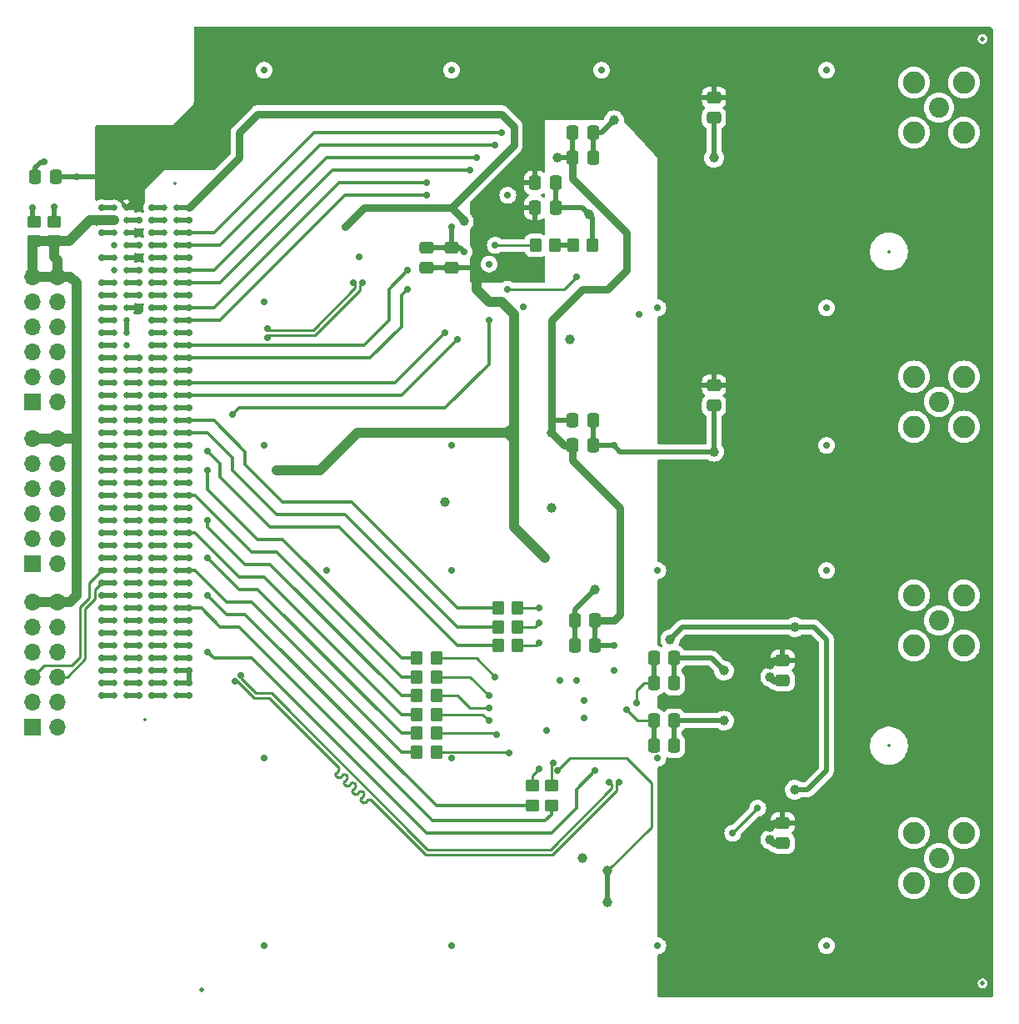
<source format=gbl>
%TF.GenerationSoftware,KiCad,Pcbnew,8.0.0*%
%TF.CreationDate,2024-09-02T00:35:53+03:00*%
%TF.ProjectId,ML605_LPC_Board_wADC_DAC,4d4c3630-355f-44c5-9043-5f426f617264,rev?*%
%TF.SameCoordinates,Original*%
%TF.FileFunction,Copper,L4,Bot*%
%TF.FilePolarity,Positive*%
%FSLAX46Y46*%
G04 Gerber Fmt 4.6, Leading zero omitted, Abs format (unit mm)*
G04 Created by KiCad (PCBNEW 8.0.0) date 2024-09-02 00:35:53*
%MOMM*%
%LPD*%
G01*
G04 APERTURE LIST*
G04 Aperture macros list*
%AMRoundRect*
0 Rectangle with rounded corners*
0 $1 Rounding radius*
0 $2 $3 $4 $5 $6 $7 $8 $9 X,Y pos of 4 corners*
0 Add a 4 corners polygon primitive as box body*
4,1,4,$2,$3,$4,$5,$6,$7,$8,$9,$2,$3,0*
0 Add four circle primitives for the rounded corners*
1,1,$1+$1,$2,$3*
1,1,$1+$1,$4,$5*
1,1,$1+$1,$6,$7*
1,1,$1+$1,$8,$9*
0 Add four rect primitives between the rounded corners*
20,1,$1+$1,$2,$3,$4,$5,0*
20,1,$1+$1,$4,$5,$6,$7,0*
20,1,$1+$1,$6,$7,$8,$9,0*
20,1,$1+$1,$8,$9,$2,$3,0*%
G04 Aperture macros list end*
%TA.AperFunction,SMDPad,CuDef*%
%ADD10C,0.640000*%
%TD*%
%TA.AperFunction,ComponentPad*%
%ADD11C,2.050000*%
%TD*%
%TA.AperFunction,ComponentPad*%
%ADD12C,2.250000*%
%TD*%
%TA.AperFunction,ComponentPad*%
%ADD13R,1.700000X1.700000*%
%TD*%
%TA.AperFunction,ComponentPad*%
%ADD14O,1.700000X1.700000*%
%TD*%
%TA.AperFunction,SMDPad,CuDef*%
%ADD15RoundRect,0.250000X-0.475000X0.337500X-0.475000X-0.337500X0.475000X-0.337500X0.475000X0.337500X0*%
%TD*%
%TA.AperFunction,SMDPad,CuDef*%
%ADD16RoundRect,0.250000X-0.337500X-0.475000X0.337500X-0.475000X0.337500X0.475000X-0.337500X0.475000X0*%
%TD*%
%TA.AperFunction,SMDPad,CuDef*%
%ADD17RoundRect,0.250000X0.350000X0.450000X-0.350000X0.450000X-0.350000X-0.450000X0.350000X-0.450000X0*%
%TD*%
%TA.AperFunction,SMDPad,CuDef*%
%ADD18RoundRect,0.250000X-0.350000X-0.450000X0.350000X-0.450000X0.350000X0.450000X-0.350000X0.450000X0*%
%TD*%
%TA.AperFunction,SMDPad,CuDef*%
%ADD19RoundRect,0.250000X0.337500X0.475000X-0.337500X0.475000X-0.337500X-0.475000X0.337500X-0.475000X0*%
%TD*%
%TA.AperFunction,SMDPad,CuDef*%
%ADD20RoundRect,0.250000X-0.450000X0.350000X-0.450000X-0.350000X0.450000X-0.350000X0.450000X0.350000X0*%
%TD*%
%TA.AperFunction,SMDPad,CuDef*%
%ADD21RoundRect,0.250000X0.450000X-0.350000X0.450000X0.350000X-0.450000X0.350000X-0.450000X-0.350000X0*%
%TD*%
%TA.AperFunction,SMDPad,CuDef*%
%ADD22C,0.500000*%
%TD*%
%TA.AperFunction,SMDPad,CuDef*%
%ADD23RoundRect,0.250000X0.475000X-0.337500X0.475000X0.337500X-0.475000X0.337500X-0.475000X-0.337500X0*%
%TD*%
%TA.AperFunction,ViaPad*%
%ADD24C,0.700000*%
%TD*%
%TA.AperFunction,ViaPad*%
%ADD25C,1.000000*%
%TD*%
%TA.AperFunction,Conductor*%
%ADD26C,0.508000*%
%TD*%
%TA.AperFunction,Conductor*%
%ADD27C,0.762000*%
%TD*%
%TA.AperFunction,Conductor*%
%ADD28C,0.254000*%
%TD*%
%TA.AperFunction,Conductor*%
%ADD29C,1.016000*%
%TD*%
%TA.AperFunction,Conductor*%
%ADD30C,0.355600*%
%TD*%
%ADD31C,0.300000*%
%ADD32C,0.350000*%
G04 APERTURE END LIST*
D10*
%TO.P,J1,C1,C1*%
%TO.N,GNDA*%
X85160000Y-118250000D03*
%TO.P,J1,C2,C2*%
%TO.N,/DP0_C2M_P*%
X85160000Y-116980000D03*
%TO.P,J1,C3,C3*%
%TO.N,/DP0_C2M_N*%
X85160000Y-115710000D03*
%TO.P,J1,C4,C4*%
%TO.N,GNDA*%
X85160000Y-114440000D03*
%TO.P,J1,C5,C5*%
X85160000Y-113170000D03*
%TO.P,J1,C6,C6*%
%TO.N,/DP0_M2C_P*%
X85160000Y-111900000D03*
%TO.P,J1,C7,C7*%
%TO.N,/DP0_M2C_N*%
X85160000Y-110630000D03*
%TO.P,J1,C8,C8*%
%TO.N,GNDA*%
X85160000Y-109360000D03*
%TO.P,J1,C9,C9*%
X85160000Y-108090000D03*
%TO.P,J1,C10,C10*%
%TO.N,/LA06_P*%
X85160000Y-106820000D03*
%TO.P,J1,C11,C11*%
%TO.N,/LA06_N*%
X85160000Y-105550000D03*
%TO.P,J1,C12,C12*%
%TO.N,GNDA*%
X85160000Y-104280000D03*
%TO.P,J1,C13,C13*%
X85160000Y-103010000D03*
%TO.P,J1,C14,C14*%
%TO.N,/LA10_P*%
X85160000Y-101740000D03*
%TO.P,J1,C15,C15*%
%TO.N,/LA10_N*%
X85160000Y-100470000D03*
%TO.P,J1,C16,C16*%
%TO.N,GNDA*%
X85160000Y-99200000D03*
%TO.P,J1,C17,C17*%
X85160000Y-97930000D03*
%TO.P,J1,C18,C18*%
%TO.N,/LA14_P*%
X85160000Y-96660000D03*
%TO.P,J1,C19,C19*%
%TO.N,/LA14_N*%
X85160000Y-95390000D03*
%TO.P,J1,C20,C20*%
%TO.N,GNDA*%
X85160000Y-94120000D03*
%TO.P,J1,C21,C21*%
X85160000Y-92850000D03*
%TO.P,J1,C22,C22*%
%TO.N,/LA18_P_CC*%
X85160000Y-91580000D03*
%TO.P,J1,C23,C23*%
%TO.N,/LA18_N_CC*%
X85160000Y-90310000D03*
%TO.P,J1,C24,C24*%
%TO.N,GNDA*%
X85160000Y-89040000D03*
%TO.P,J1,C25,C25*%
X85160000Y-87770000D03*
%TO.P,J1,C26,C26*%
%TO.N,/LA27_P*%
X85160000Y-86500000D03*
%TO.P,J1,C27,C27*%
%TO.N,/LA27_N*%
X85160000Y-85230000D03*
%TO.P,J1,C28,C28*%
%TO.N,GNDA*%
X85160000Y-83960000D03*
%TO.P,J1,C29,C29*%
X85160000Y-82690000D03*
%TO.P,J1,C30,C30*%
%TO.N,/SCL*%
X85160000Y-81420000D03*
%TO.P,J1,C31,C31*%
%TO.N,/SDA*%
X85160000Y-80150000D03*
%TO.P,J1,C32,C32*%
%TO.N,GNDA*%
X85160000Y-78880000D03*
%TO.P,J1,C33,C33*%
X85160000Y-77610000D03*
%TO.P,J1,C34,C34*%
%TO.N,/GA0*%
X85160000Y-76340000D03*
%TO.P,J1,C35,C35*%
%TO.N,+12V*%
X85160000Y-75070000D03*
%TO.P,J1,C36,C36*%
%TO.N,GNDA*%
X85160000Y-73800000D03*
%TO.P,J1,C37,C37*%
%TO.N,+12V*%
X85160000Y-72530000D03*
%TO.P,J1,C38,C38*%
%TO.N,GNDA*%
X85160000Y-71260000D03*
%TO.P,J1,C39,C39*%
%TO.N,3V3*%
X85160000Y-69990000D03*
%TO.P,J1,C40,C40*%
%TO.N,GNDA*%
X85160000Y-68720000D03*
%TO.P,J1,D1,D1*%
%TO.N,/PG_C2M*%
X86430000Y-118250000D03*
%TO.P,J1,D2,D2*%
%TO.N,GNDA*%
X86430000Y-116980000D03*
%TO.P,J1,D3,D3*%
X86430000Y-115710000D03*
%TO.P,J1,D4,D4*%
%TO.N,/GBTCLK0_M2C_P*%
X86430000Y-114440000D03*
%TO.P,J1,D5,D5*%
%TO.N,/GBTCLK0_M2C_N*%
X86430000Y-113170000D03*
%TO.P,J1,D6,D6*%
%TO.N,GNDA*%
X86430000Y-111900000D03*
%TO.P,J1,D7,D7*%
X86430000Y-110630000D03*
%TO.P,J1,D8,D8*%
%TO.N,/LA01_P*%
X86430000Y-109360000D03*
%TO.P,J1,D9,D9*%
%TO.N,/LA01_N*%
X86430000Y-108090000D03*
%TO.P,J1,D10,D10*%
%TO.N,GNDA*%
X86430000Y-106820000D03*
%TO.P,J1,D11,D11*%
%TO.N,/LA05_P*%
X86430000Y-105550000D03*
%TO.P,J1,D12,D12*%
%TO.N,/LA05_N*%
X86430000Y-104280000D03*
%TO.P,J1,D13,D13*%
%TO.N,GNDA*%
X86430000Y-103010000D03*
%TO.P,J1,D14,D14*%
%TO.N,/LA09_P*%
X86430000Y-101740000D03*
%TO.P,J1,D15,D15*%
%TO.N,/LA09_N*%
X86430000Y-100470000D03*
%TO.P,J1,D16,D16*%
%TO.N,GNDA*%
X86430000Y-99200000D03*
%TO.P,J1,D17,D17*%
%TO.N,/LA13_P*%
X86430000Y-97930000D03*
%TO.P,J1,D18,D18*%
%TO.N,/LA13_N*%
X86430000Y-96660000D03*
%TO.P,J1,D19,D19*%
%TO.N,GNDA*%
X86430000Y-95390000D03*
%TO.P,J1,D20,D20*%
%TO.N,/LA17_P_CC*%
X86430000Y-94120000D03*
%TO.P,J1,D21,D21*%
%TO.N,/LA17_N_CC*%
X86430000Y-92850000D03*
%TO.P,J1,D22,D22*%
%TO.N,GNDA*%
X86430000Y-91580000D03*
%TO.P,J1,D23,D23*%
%TO.N,/LA23_P*%
X86430000Y-90310000D03*
%TO.P,J1,D24,D24*%
%TO.N,/LA23_N*%
X86430000Y-89040000D03*
%TO.P,J1,D25,D25*%
%TO.N,GNDA*%
X86430000Y-87770000D03*
%TO.P,J1,D26,D26*%
%TO.N,/LA26_P*%
X86430000Y-86500000D03*
%TO.P,J1,D27,D27*%
%TO.N,/LA26_N*%
X86430000Y-85230000D03*
%TO.P,J1,D28,D28*%
%TO.N,GNDA*%
X86430000Y-83960000D03*
%TO.P,J1,D29,D29*%
%TO.N,/TCK*%
X86430000Y-82690000D03*
%TO.P,J1,D30,D30*%
%TO.N,/TDI*%
X86430000Y-81420000D03*
%TO.P,J1,D31,D31*%
X86430000Y-80150000D03*
%TO.P,J1,D32,D32*%
%TO.N,3V3*%
X86430000Y-78880000D03*
%TO.P,J1,D33,D33*%
%TO.N,/TMS*%
X86430000Y-77610000D03*
%TO.P,J1,D34,D34*%
%TO.N,/TRST_L*%
X86430000Y-76340000D03*
%TO.P,J1,D35,D35*%
%TO.N,/GA1*%
X86430000Y-75070000D03*
%TO.P,J1,D36,D36*%
%TO.N,3V3*%
X86430000Y-73800000D03*
%TO.P,J1,D37,D37*%
%TO.N,GNDA*%
X86430000Y-72530000D03*
%TO.P,J1,D38,D38*%
%TO.N,3V3*%
X86430000Y-71260000D03*
%TO.P,J1,D39,D39*%
%TO.N,GNDA*%
X86430000Y-69990000D03*
%TO.P,J1,D40,D40*%
%TO.N,3V3*%
X86430000Y-68720000D03*
%TO.P,J1,G1,G1*%
%TO.N,GNDA*%
X90240000Y-118250000D03*
%TO.P,J1,G2,G2*%
%TO.N,/CLK1_M2C_P*%
X90240000Y-116980000D03*
%TO.P,J1,G3,G3*%
%TO.N,/CLK1_M2C_N*%
X90240000Y-115710000D03*
%TO.P,J1,G4,G4*%
%TO.N,GNDA*%
X90240000Y-114440000D03*
%TO.P,J1,G5,G5*%
X90240000Y-113170000D03*
%TO.P,J1,G6,G6*%
%TO.N,/LA00_P_CC*%
X90240000Y-111900000D03*
%TO.P,J1,G7,G7*%
%TO.N,/LA00_N_CC*%
X90240000Y-110630000D03*
%TO.P,J1,G8,G8*%
%TO.N,GNDA*%
X90240000Y-109360000D03*
%TO.P,J1,G9,G9*%
%TO.N,/LA03_P*%
X90240000Y-108090000D03*
%TO.P,J1,G10,G10*%
%TO.N,/LA03_N*%
X90240000Y-106820000D03*
%TO.P,J1,G11,G11*%
%TO.N,GNDA*%
X90240000Y-105550000D03*
%TO.P,J1,G12,G12*%
%TO.N,/LA08_P*%
X90240000Y-104280000D03*
%TO.P,J1,G13,G13*%
%TO.N,/LA08_N*%
X90240000Y-103010000D03*
%TO.P,J1,G14,G14*%
%TO.N,GNDA*%
X90240000Y-101740000D03*
%TO.P,J1,G15,G15*%
%TO.N,/LA12_P*%
X90240000Y-100470000D03*
%TO.P,J1,G16,G16*%
%TO.N,/LA12_N*%
X90240000Y-99200000D03*
%TO.P,J1,G17,G17*%
%TO.N,GNDA*%
X90240000Y-97930000D03*
%TO.P,J1,G18,G18*%
%TO.N,/LA16_P*%
X90240000Y-96660000D03*
%TO.P,J1,G19,G19*%
%TO.N,/LA16_N*%
X90240000Y-95390000D03*
%TO.P,J1,G20,G20*%
%TO.N,GNDA*%
X90240000Y-94120000D03*
%TO.P,J1,G21,G21*%
%TO.N,/LA20_P*%
X90240000Y-92850000D03*
%TO.P,J1,G22,G22*%
%TO.N,/LA20_N*%
X90240000Y-91580000D03*
%TO.P,J1,G23,G23*%
%TO.N,GNDA*%
X90240000Y-90310000D03*
%TO.P,J1,G24,G24*%
%TO.N,/LA22_P*%
X90240000Y-89040000D03*
%TO.P,J1,G25,G25*%
%TO.N,/LA22_N*%
X90240000Y-87770000D03*
%TO.P,J1,G26,G26*%
%TO.N,GNDA*%
X90240000Y-86500000D03*
%TO.P,J1,G27,G27*%
%TO.N,/LA25_P*%
X90240000Y-85230000D03*
%TO.P,J1,G28,G28*%
%TO.N,/LA25_N*%
X90240000Y-83960000D03*
%TO.P,J1,G29,G29*%
%TO.N,GNDA*%
X90240000Y-82690000D03*
%TO.P,J1,G30,G30*%
%TO.N,/LA29_P*%
X90240000Y-81420000D03*
%TO.P,J1,G31,G31*%
%TO.N,/LA29_N*%
X90240000Y-80150000D03*
%TO.P,J1,G32,G32*%
%TO.N,GNDA*%
X90240000Y-78880000D03*
%TO.P,J1,G33,G33*%
%TO.N,/LA31_P*%
X90240000Y-77610000D03*
%TO.P,J1,G34,G34*%
%TO.N,/LA31_N*%
X90240000Y-76340000D03*
%TO.P,J1,G35,G35*%
%TO.N,GNDA*%
X90240000Y-75070000D03*
%TO.P,J1,G36,G36*%
%TO.N,/LA33_P*%
X90240000Y-73800000D03*
%TO.P,J1,G37,G37*%
%TO.N,/LA33_N*%
X90240000Y-72530000D03*
%TO.P,J1,G38,G38*%
%TO.N,GNDA*%
X90240000Y-71260000D03*
%TO.P,J1,G39,G39*%
%TO.N,VADJ*%
X90240000Y-69990000D03*
%TO.P,J1,G40,G40*%
%TO.N,GNDA*%
X90240000Y-68720000D03*
%TO.P,J1,H1,H1*%
%TO.N,/VREF_A_M2C*%
X91510000Y-118250000D03*
%TO.P,J1,H2,H2*%
%TO.N,GNDA*%
X91510000Y-116980000D03*
%TO.P,J1,H3,H3*%
X91510000Y-115710000D03*
%TO.P,J1,H4,H4*%
%TO.N,/CLK0_M2C_P*%
X91510000Y-114440000D03*
%TO.P,J1,H5,H5*%
%TO.N,/CLK0_M2C_N*%
X91510000Y-113170000D03*
%TO.P,J1,H6,H6*%
%TO.N,GNDA*%
X91510000Y-111900000D03*
%TO.P,J1,H7,H7*%
%TO.N,/LA02_P*%
X91510000Y-110630000D03*
%TO.P,J1,H8,H8*%
%TO.N,/LA02_N*%
X91510000Y-109360000D03*
%TO.P,J1,H9,H9*%
%TO.N,GNDA*%
X91510000Y-108090000D03*
%TO.P,J1,H10,H10*%
%TO.N,/LA04_P*%
X91510000Y-106820000D03*
%TO.P,J1,H11,H11*%
%TO.N,/LA04_N*%
X91510000Y-105550000D03*
%TO.P,J1,H12,H12*%
%TO.N,GNDA*%
X91510000Y-104280000D03*
%TO.P,J1,H13,H13*%
%TO.N,/LA07_P*%
X91510000Y-103010000D03*
%TO.P,J1,H14,H14*%
%TO.N,/LA07_N*%
X91510000Y-101740000D03*
%TO.P,J1,H15,H15*%
%TO.N,GNDA*%
X91510000Y-100470000D03*
%TO.P,J1,H16,H16*%
%TO.N,/LA11_P*%
X91510000Y-99200000D03*
%TO.P,J1,H17,H17*%
%TO.N,/LA11_N*%
X91510000Y-97930000D03*
%TO.P,J1,H18,H18*%
%TO.N,GNDA*%
X91510000Y-96660000D03*
%TO.P,J1,H19,H19*%
%TO.N,/LA15_P*%
X91510000Y-95390000D03*
%TO.P,J1,H20,H20*%
%TO.N,/LA15_N*%
X91510000Y-94120000D03*
%TO.P,J1,H21,H21*%
%TO.N,GNDA*%
X91510000Y-92850000D03*
%TO.P,J1,H22,H22*%
%TO.N,/LA19_P*%
X91510000Y-91580000D03*
%TO.P,J1,H23,H23*%
%TO.N,/LA19_N*%
X91510000Y-90310000D03*
%TO.P,J1,H24,H24*%
%TO.N,GNDA*%
X91510000Y-89040000D03*
%TO.P,J1,H25,H25*%
%TO.N,/LA21_P*%
X91510000Y-87770000D03*
%TO.P,J1,H26,H26*%
%TO.N,/LA21_N*%
X91510000Y-86500000D03*
%TO.P,J1,H27,H27*%
%TO.N,GNDA*%
X91510000Y-85230000D03*
%TO.P,J1,H28,H28*%
%TO.N,/LA24_P*%
X91510000Y-83960000D03*
%TO.P,J1,H29,H29*%
%TO.N,/LA24_N*%
X91510000Y-82690000D03*
%TO.P,J1,H30,H30*%
%TO.N,GNDA*%
X91510000Y-81420000D03*
%TO.P,J1,H31,H31*%
%TO.N,/LA28_P*%
X91510000Y-80150000D03*
%TO.P,J1,H32,H32*%
%TO.N,/LA28_N*%
X91510000Y-78880000D03*
%TO.P,J1,H33,H33*%
%TO.N,GNDA*%
X91510000Y-77610000D03*
%TO.P,J1,H34,H34*%
%TO.N,/LA30_P*%
X91510000Y-76340000D03*
%TO.P,J1,H35,H35*%
%TO.N,/LA30_N*%
X91510000Y-75070000D03*
%TO.P,J1,H36,H36*%
%TO.N,GNDA*%
X91510000Y-73800000D03*
%TO.P,J1,H37,H37*%
%TO.N,/LA32_P*%
X91510000Y-72530000D03*
%TO.P,J1,H38,H38*%
%TO.N,/LA32_N*%
X91510000Y-71260000D03*
%TO.P,J1,H39,H39*%
%TO.N,GNDA*%
X91510000Y-69990000D03*
%TO.P,J1,H40,H40*%
%TO.N,VADJ*%
X91510000Y-68720000D03*
%TD*%
D11*
%TO.P,J8,1,In*%
%TO.N,Net-(J8-In)*%
X168980000Y-58560000D03*
D12*
%TO.P,J8,2,Ext*%
%TO.N,GNDA*%
X166440000Y-56020000D03*
X166440000Y-61100000D03*
X171520000Y-56020000D03*
X171520000Y-61100000D03*
%TD*%
D11*
%TO.P,J9,1,In*%
%TO.N,Net-(J9-In)*%
X168980000Y-88405000D03*
D12*
%TO.P,J9,2,Ext*%
%TO.N,GNDA*%
X166440000Y-85865000D03*
X166440000Y-90945000D03*
X171520000Y-85865000D03*
X171520000Y-90945000D03*
%TD*%
D13*
%TO.P,J10,1,Pin_1*%
%TO.N,/CLK1_M2C_N*%
X76905000Y-121425000D03*
D14*
%TO.P,J10,2,Pin_2*%
%TO.N,/CLK1_M2C_P*%
X79445000Y-121425000D03*
%TO.P,J10,3,Pin_3*%
%TO.N,/LA01_N*%
X76905000Y-118885000D03*
%TO.P,J10,4,Pin_4*%
%TO.N,/LA01_P*%
X79445000Y-118885000D03*
%TO.P,J10,5,Pin_5*%
%TO.N,/LA06_N*%
X76905000Y-116345000D03*
%TO.P,J10,6,Pin_6*%
%TO.N,/LA06_P*%
X79445000Y-116345000D03*
%TO.P,J10,7,Pin_7*%
%TO.N,/LA05_N*%
X76905000Y-113805000D03*
%TO.P,J10,8,Pin_8*%
%TO.N,/LA05_P*%
X79445000Y-113805000D03*
%TO.P,J10,9,Pin_9*%
%TO.N,GNDA*%
X76905000Y-111265000D03*
%TO.P,J10,10,Pin_10*%
X79445000Y-111265000D03*
%TO.P,J10,11,Pin_11*%
%TO.N,3V3*%
X76905000Y-108725000D03*
%TO.P,J10,12,Pin_12*%
X79445000Y-108725000D03*
%TD*%
D11*
%TO.P,J5,1,In*%
%TO.N,/ADC_Circuit/I_IN*%
X168980000Y-110630000D03*
D12*
%TO.P,J5,2,Ext*%
%TO.N,GNDA*%
X166440000Y-108090000D03*
X166440000Y-113170000D03*
X171520000Y-108090000D03*
X171520000Y-113170000D03*
%TD*%
D11*
%TO.P,J4,1,In*%
%TO.N,/ADC_Circuit/Q_IN*%
X168980000Y-134760000D03*
D12*
%TO.P,J4,2,Ext*%
%TO.N,GNDA*%
X166440000Y-132220000D03*
X166440000Y-137300000D03*
X171520000Y-132220000D03*
X171520000Y-137300000D03*
%TD*%
D13*
%TO.P,J12,1,Pin_1*%
%TO.N,/LA17_P_CC*%
X76905000Y-88405000D03*
D14*
%TO.P,J12,2,Pin_2*%
%TO.N,/LA17_N_CC*%
X79445000Y-88405000D03*
%TO.P,J12,3,Pin_3*%
%TO.N,/LA18_P_CC*%
X76905000Y-85865000D03*
%TO.P,J12,4,Pin_4*%
%TO.N,/LA18_N_CC*%
X79445000Y-85865000D03*
%TO.P,J12,5,Pin_5*%
%TO.N,/LA27_P*%
X76905000Y-83325000D03*
%TO.P,J12,6,Pin_6*%
%TO.N,/LA27_N*%
X79445000Y-83325000D03*
%TO.P,J12,7,Pin_7*%
%TO.N,/SCL*%
X76905000Y-80785000D03*
%TO.P,J12,8,Pin_8*%
%TO.N,/SDA*%
X79445000Y-80785000D03*
%TO.P,J12,9,Pin_9*%
%TO.N,GNDA*%
X76905000Y-78245000D03*
%TO.P,J12,10,Pin_10*%
X79445000Y-78245000D03*
%TO.P,J12,11,Pin_11*%
%TO.N,3V3*%
X76905000Y-75705000D03*
%TO.P,J12,12,Pin_12*%
X79445000Y-75705000D03*
%TD*%
D13*
%TO.P,J11,1,Pin_1*%
%TO.N,/LA09_N*%
X76885000Y-104890000D03*
D14*
%TO.P,J11,2,Pin_2*%
%TO.N,/LA09_P*%
X79425000Y-104890000D03*
%TO.P,J11,3,Pin_3*%
%TO.N,/LA10_N*%
X76885000Y-102350000D03*
%TO.P,J11,4,Pin_4*%
%TO.N,/LA10_P*%
X79425000Y-102350000D03*
%TO.P,J11,5,Pin_5*%
%TO.N,/LA13_N*%
X76885000Y-99810000D03*
%TO.P,J11,6,Pin_6*%
%TO.N,/LA13_P*%
X79425000Y-99810000D03*
%TO.P,J11,7,Pin_7*%
%TO.N,/LA14_N*%
X76885000Y-97270000D03*
%TO.P,J11,8,Pin_8*%
%TO.N,/LA14_P*%
X79425000Y-97270000D03*
%TO.P,J11,9,Pin_9*%
%TO.N,GNDA*%
X76885000Y-94730000D03*
%TO.P,J11,10,Pin_10*%
X79425000Y-94730000D03*
%TO.P,J11,11,Pin_11*%
%TO.N,3V3*%
X76885000Y-92190000D03*
%TO.P,J11,12,Pin_12*%
X79425000Y-92190000D03*
%TD*%
D15*
%TO.P,C32,1*%
%TO.N,3V3*%
X146120000Y-86732500D03*
%TO.P,C32,2*%
%TO.N,GNDA*%
X146120000Y-88807500D03*
%TD*%
D16*
%TO.P,C20,1*%
%TO.N,1V5*%
X131747500Y-90310000D03*
%TO.P,C20,2*%
%TO.N,GNDA*%
X133822500Y-90310000D03*
%TD*%
D17*
%TO.P,R6,1*%
%TO.N,Net-(IC1-I1)*%
X117910000Y-116345000D03*
%TO.P,R6,2*%
%TO.N,/LA11_N*%
X115910000Y-116345000D03*
%TD*%
D18*
%TO.P,R17,1*%
%TO.N,/LA20_P*%
X124165000Y-113170000D03*
%TO.P,R17,2*%
%TO.N,Net-(IC1-I6)*%
X126165000Y-113170000D03*
%TD*%
D17*
%TO.P,R10,1*%
%TO.N,Net-(IC1-Q7)*%
X117910000Y-120155000D03*
%TO.P,R10,2*%
%TO.N,/LA07_N*%
X115910000Y-120155000D03*
%TD*%
D15*
%TO.P,C17,1*%
%TO.N,3V3*%
X153105000Y-131182500D03*
%TO.P,C17,2*%
%TO.N,GNDA*%
X153105000Y-133257500D03*
%TD*%
%TO.P,C36,1*%
%TO.N,GNDA*%
X119450000Y-72762500D03*
%TO.P,C36,2*%
%TO.N,3V3*%
X119450000Y-74837500D03*
%TD*%
D17*
%TO.P,R8,1*%
%TO.N,Net-(IC1-Q9)*%
X117910000Y-118250000D03*
%TO.P,R8,2*%
%TO.N,/LA12_N*%
X115910000Y-118250000D03*
%TD*%
D19*
%TO.P,C7,1*%
%TO.N,1V5*%
X134055000Y-110630000D03*
%TO.P,C7,2*%
%TO.N,GNDA*%
X131980000Y-110630000D03*
%TD*%
D16*
%TO.P,C34,1*%
%TO.N,3V3*%
X127937500Y-66180000D03*
%TO.P,C34,2*%
%TO.N,GNDA*%
X130012500Y-66180000D03*
%TD*%
D20*
%TO.P,R18,1*%
%TO.N,Net-(IC1-Q1)*%
X127705000Y-127410000D03*
%TO.P,R18,2*%
%TO.N,/LA03_N*%
X127705000Y-129410000D03*
%TD*%
D17*
%TO.P,R12,1*%
%TO.N,Net-(IC1-Q5)*%
X117910000Y-122060000D03*
%TO.P,R12,2*%
%TO.N,/LA08_N*%
X115910000Y-122060000D03*
%TD*%
D18*
%TO.P,R34,1*%
%TO.N,Net-(IC4-BIASJ_A)*%
X127975000Y-72530000D03*
%TO.P,R34,2*%
%TO.N,Net-(R34-Pad2)*%
X129975000Y-72530000D03*
%TD*%
D21*
%TO.P,R52,1*%
%TO.N,3V3*%
X79064000Y-72133000D03*
%TO.P,R52,2*%
%TO.N,/Identification_EEPROM/SCL*%
X79064000Y-70133000D03*
%TD*%
D22*
%TO.P,FID5,*%
%TO.N,*%
X94050000Y-148095000D03*
%TD*%
D16*
%TO.P,C19,1*%
%TO.N,1V5*%
X131747500Y-61100000D03*
%TO.P,C19,2*%
%TO.N,GNDA*%
X133822500Y-61100000D03*
%TD*%
D21*
%TO.P,R51,1*%
%TO.N,3V3*%
X77032000Y-72133000D03*
%TO.P,R51,2*%
%TO.N,/Identification_EEPROM/SDA*%
X77032000Y-70133000D03*
%TD*%
D17*
%TO.P,R4,1*%
%TO.N,Net-(IC1-I3)*%
X117910000Y-114440000D03*
%TO.P,R4,2*%
%TO.N,/LA16_N*%
X115910000Y-114440000D03*
%TD*%
D18*
%TO.P,R21,1*%
%TO.N,/LA19_P*%
X124165000Y-111265000D03*
%TO.P,R21,2*%
%TO.N,Net-(IC1-I8)*%
X126165000Y-111265000D03*
%TD*%
%TO.P,R23,1*%
%TO.N,/LA19_N*%
X124165000Y-109360000D03*
%TO.P,R23,2*%
%TO.N,Net-(IC1-I9)*%
X126165000Y-109360000D03*
%TD*%
D16*
%TO.P,C11,1*%
%TO.N,Net-(IC1-VRP)*%
X140002500Y-123330000D03*
%TO.P,C11,2*%
%TO.N,GNDA*%
X142077500Y-123330000D03*
%TD*%
D19*
%TO.P,C10,1*%
%TO.N,GNDA*%
X142077500Y-120790000D03*
%TO.P,C10,2*%
%TO.N,Net-(IC1-VRP)*%
X140002500Y-120790000D03*
%TD*%
D16*
%TO.P,C22,1*%
%TO.N,1V5*%
X131747500Y-92850000D03*
%TO.P,C22,2*%
%TO.N,GNDA*%
X133822500Y-92850000D03*
%TD*%
D19*
%TO.P,C39,1*%
%TO.N,3V3*%
X79212500Y-65545000D03*
%TO.P,C39,2*%
%TO.N,GNDA*%
X77137500Y-65545000D03*
%TD*%
D18*
%TO.P,R35,1*%
%TO.N,Net-(R34-Pad2)*%
X131785000Y-72530000D03*
%TO.P,R35,2*%
%TO.N,GNDA*%
X133785000Y-72530000D03*
%TD*%
D23*
%TO.P,C35,1*%
%TO.N,3V3*%
X116910000Y-74837500D03*
%TO.P,C35,2*%
%TO.N,GNDA*%
X116910000Y-72762500D03*
%TD*%
D20*
%TO.P,R22,1*%
%TO.N,Net-(IC1-I{slash}~{Q})*%
X129610000Y-127410000D03*
%TO.P,R22,2*%
%TO.N,/LA02_N*%
X129610000Y-129410000D03*
%TD*%
D16*
%TO.P,C6,1*%
%TO.N,GNDA*%
X131980000Y-113170000D03*
%TO.P,C6,2*%
%TO.N,1V5*%
X134055000Y-113170000D03*
%TD*%
D15*
%TO.P,C31,1*%
%TO.N,3V3*%
X146120000Y-57522500D03*
%TO.P,C31,2*%
%TO.N,GNDA*%
X146120000Y-59597500D03*
%TD*%
D17*
%TO.P,R14,1*%
%TO.N,Net-(IC1-Q3)*%
X117910000Y-123965000D03*
%TO.P,R14,2*%
%TO.N,/LA04_N*%
X115910000Y-123965000D03*
%TD*%
D22*
%TO.P,FID4,*%
%TO.N,*%
X173425000Y-51575000D03*
%TD*%
D19*
%TO.P,C33,1*%
%TO.N,GNDA*%
X130012500Y-68720000D03*
%TO.P,C33,2*%
%TO.N,3V3*%
X127937500Y-68720000D03*
%TD*%
D22*
%TO.P,FID6,*%
%TO.N,*%
X173425000Y-147460000D03*
%TD*%
D16*
%TO.P,C21,1*%
%TO.N,1V5*%
X131747500Y-63640000D03*
%TO.P,C21,2*%
%TO.N,GNDA*%
X133822500Y-63640000D03*
%TD*%
D15*
%TO.P,C16,1*%
%TO.N,3V3*%
X153105000Y-114672500D03*
%TO.P,C16,2*%
%TO.N,GNDA*%
X153105000Y-116747500D03*
%TD*%
D16*
%TO.P,C8,1*%
%TO.N,Net-(IC1-VRN)*%
X140002500Y-114440000D03*
%TO.P,C8,2*%
%TO.N,GNDA*%
X142077500Y-114440000D03*
%TD*%
D19*
%TO.P,C9,1*%
%TO.N,GNDA*%
X142077500Y-116980000D03*
%TO.P,C9,2*%
%TO.N,Net-(IC1-VRN)*%
X140002500Y-116980000D03*
%TD*%
D24*
%TO.N,GNDA*%
X88970000Y-118250000D03*
X88970000Y-113170000D03*
X87700000Y-110630000D03*
X88970000Y-82690000D03*
D25*
X151835000Y-132855000D03*
D24*
X78048000Y-64021000D03*
X83890000Y-108090000D03*
X92780000Y-69990000D03*
X100400000Y-78245000D03*
X87700000Y-69990000D03*
X135960000Y-92850000D03*
X87700000Y-103010000D03*
X126741822Y-78755178D03*
X88970000Y-101740000D03*
X83890000Y-103010000D03*
D25*
X134055000Y-107455000D03*
D24*
X132912000Y-118758000D03*
X92780000Y-115710000D03*
X88970000Y-86500000D03*
X92780000Y-104280000D03*
X92780000Y-92850000D03*
X157550000Y-92850000D03*
X92780000Y-85230000D03*
X83890000Y-68720000D03*
X87700000Y-95390000D03*
X119450000Y-124600000D03*
X92780000Y-77610000D03*
X87700000Y-115710000D03*
X83890000Y-71260000D03*
X88970000Y-94120000D03*
X87700000Y-106820000D03*
X120720000Y-73165000D03*
X88970000Y-114440000D03*
X87700000Y-111900000D03*
D25*
X135960000Y-59830000D03*
D24*
X87700000Y-91580000D03*
X100400000Y-124600000D03*
X88970000Y-97930000D03*
X157550000Y-105550000D03*
D25*
X118815000Y-98565000D03*
D24*
X92780000Y-111900000D03*
D25*
X147136000Y-115710000D03*
D24*
X92780000Y-100470000D03*
D25*
X147136000Y-120790000D03*
D24*
X83890000Y-82690000D03*
X92780000Y-73800000D03*
X83890000Y-109360000D03*
D25*
X146120000Y-63640000D03*
D24*
X92780000Y-96660000D03*
X129102000Y-121806000D03*
X83890000Y-77610000D03*
X87700000Y-99200000D03*
X157550000Y-78880000D03*
X83890000Y-97930000D03*
D25*
X133420000Y-69355000D03*
D24*
X83890000Y-89040000D03*
D25*
X132785000Y-134760000D03*
D24*
X87700000Y-72530000D03*
X83890000Y-94120000D03*
X88970000Y-105550000D03*
X119450000Y-105550000D03*
X87700000Y-83960000D03*
D25*
X151835000Y-116345000D03*
D24*
X140405000Y-78880000D03*
X88970000Y-71260000D03*
X110052000Y-73673000D03*
X140405000Y-105550000D03*
X87700000Y-87770000D03*
X134690000Y-54750000D03*
X83890000Y-104280000D03*
X83890000Y-118250000D03*
X119450000Y-70625000D03*
X100400000Y-54750000D03*
X88970000Y-68720000D03*
D25*
X129610000Y-99200000D03*
D24*
X140405000Y-143650000D03*
X92780000Y-89040000D03*
D25*
X146120000Y-93485000D03*
D24*
X83890000Y-73800000D03*
D25*
X131515000Y-82055000D03*
D24*
X83890000Y-87770000D03*
X119450000Y-54750000D03*
X92780000Y-108090000D03*
X100400000Y-92850000D03*
X88970000Y-90310000D03*
X106750000Y-105550000D03*
X119450000Y-92850000D03*
X83890000Y-113170000D03*
X87700000Y-116980000D03*
X83890000Y-114440000D03*
X92780000Y-81420000D03*
X100400000Y-143650000D03*
X123260000Y-74435000D03*
X88970000Y-78880000D03*
X157550000Y-143650000D03*
X157550000Y-54750000D03*
X130503000Y-116726000D03*
X83890000Y-78880000D03*
X140405000Y-124600000D03*
X88970000Y-109360000D03*
X132150000Y-116726000D03*
X83890000Y-92850000D03*
X132912000Y-120536000D03*
X83890000Y-83960000D03*
X83890000Y-99200000D03*
X88970000Y-75070000D03*
X119450000Y-143650000D03*
D25*
%TO.N,1V5*%
X129610000Y-91580000D03*
D24*
X135960000Y-113170000D03*
D25*
X129610000Y-91580000D03*
X130245000Y-63640000D03*
D24*
%TO.N,Net-(IC1-VRN)*%
X138246000Y-119012000D03*
%TO.N,Net-(IC1-VRP)*%
X137230000Y-119643000D03*
D25*
%TO.N,3V3*%
X101670000Y-95390000D03*
X126435000Y-56655000D03*
X106750000Y-56655000D03*
D24*
X87700000Y-78880000D03*
D25*
X146120000Y-85230000D03*
D24*
X123260000Y-71260000D03*
D25*
X106750000Y-52845000D03*
D24*
X87700000Y-71260000D03*
D25*
X151835000Y-131585000D03*
D24*
X126435000Y-69355000D03*
D25*
X146120000Y-56020000D03*
D24*
X83890000Y-69990000D03*
D25*
X146755000Y-118250000D03*
X128975000Y-104280000D03*
D24*
X81350000Y-65545000D03*
D25*
X151835000Y-115075000D03*
D24*
X121990000Y-75070000D03*
D25*
X144850000Y-104280000D03*
D24*
X87700000Y-68720000D03*
D25*
X126435000Y-52845000D03*
D24*
X87700000Y-73800000D03*
D25*
%TO.N,/ADC_Circuit/VCM_ADC*%
X154335420Y-111304580D03*
X154335420Y-127814580D03*
X141675000Y-112535000D03*
D24*
%TO.N,Net-(IC1-Q3)*%
X125292000Y-124092000D03*
%TO.N,VADJ*%
X92780000Y-68720000D03*
D25*
X135325000Y-139205000D03*
X135325000Y-136030000D03*
D24*
X125165000Y-67450000D03*
X138500000Y-79515000D03*
X130245000Y-125870000D03*
X88970000Y-69990000D03*
D25*
X120693616Y-70083028D03*
D24*
X135960000Y-115710000D03*
X108655000Y-70625000D03*
%TO.N,Net-(IC1-I1)*%
X123260000Y-118250000D03*
%TO.N,Net-(IC1-Q7)*%
X123260000Y-120790000D03*
%TO.N,/ADC_Circuit/Q+*%
X148025000Y-132220000D03*
X150565000Y-129680000D03*
%TO.N,Net-(IC1-I6)*%
X128340000Y-112916000D03*
%TO.N,Net-(IC1-I3)*%
X123895000Y-116345000D03*
%TO.N,Net-(IC1-I{slash}~{Q})*%
X129757000Y-125108000D03*
%TO.N,Net-(IC1-I8)*%
X128340000Y-110884000D03*
%TO.N,Net-(IC1-Q5)*%
X124020857Y-122185857D03*
%TO.N,Net-(IC1-I9)*%
X128340000Y-109360000D03*
%TO.N,Net-(IC1-Q1)*%
X128361847Y-125718865D03*
%TO.N,Net-(IC1-Q9)*%
X123260000Y-119520000D03*
%TO.N,/LA20_N*%
X88970000Y-91580000D03*
%TO.N,/LA19_N*%
X92780000Y-90310000D03*
%TO.N,/LA20_P*%
X94685000Y-93442200D03*
X88970000Y-92850000D03*
%TO.N,/LA29_P*%
X88970000Y-81420000D03*
%TO.N,/LA33_P*%
X88970000Y-73800000D03*
%TO.N,/DAC Circuit/SLEEP*%
X125165000Y-76975000D03*
X132150000Y-75705000D03*
%TO.N,/LA21_P*%
X92780000Y-87770000D03*
X120085000Y-82055000D03*
%TO.N,/LA22_N*%
X88970000Y-87770000D03*
%TO.N,/LA30_P*%
X121355000Y-64910000D03*
X92780000Y-76340000D03*
%TO.N,/LA30_N*%
X121990000Y-63640000D03*
X92780000Y-75070000D03*
%TO.N,/LA24_N*%
X115005000Y-75070000D03*
X92780000Y-82690000D03*
%TO.N,/LA24_P*%
X115005000Y-76975000D03*
X92780000Y-83960000D03*
%TO.N,/LA22_P*%
X88970000Y-89040000D03*
%TO.N,/LA33_N*%
X88970000Y-72530000D03*
%TO.N,/LA25_P*%
X88970000Y-85230000D03*
%TO.N,/LA21_N*%
X92780000Y-86500000D03*
X118815000Y-81420000D03*
%TO.N,/LA32_P*%
X92780000Y-72530000D03*
X123895000Y-62370000D03*
%TO.N,/LA25_N*%
X88970000Y-83960000D03*
%TO.N,/LA32_N*%
X92780000Y-71260000D03*
X124530000Y-61100000D03*
%TO.N,/LA28_N*%
X116910000Y-66180000D03*
X92780000Y-78880000D03*
%TO.N,Net-(IC4-BIASJ_A)*%
X123895000Y-72530000D03*
%TO.N,/LA31_P*%
X88970000Y-77610000D03*
%TO.N,/LA28_P*%
X92780000Y-80150000D03*
X116910000Y-67450000D03*
%TO.N,/LA31_N*%
X88970000Y-76340000D03*
%TO.N,GNDA*%
X92780000Y-116980000D03*
%TO.N,/LA14_P*%
X83890000Y-96660000D03*
%TO.N,/LA27_P*%
X83890000Y-86500000D03*
%TO.N,/CLK1_M2C_N*%
X88970000Y-115710000D03*
%TO.N,/LA07_P*%
X92780000Y-103010000D03*
%TO.N,/PG_C2M*%
X87700000Y-118250000D03*
%TO.N,/SDA*%
X83890000Y-80150000D03*
%TO.N,/DP0_M2C_N*%
X83890000Y-110630000D03*
%TO.N,/CLK1_M2C_P*%
X88970000Y-116980000D03*
%TO.N,/TRST_L*%
X87700000Y-76340000D03*
%TO.N,/GA1*%
X87700000Y-75070000D03*
%TO.N,/DP0_C2M_N*%
X83890000Y-115710000D03*
%TO.N,/LA11_N*%
X92780000Y-97930000D03*
%TO.N,/VREF_A_M2C*%
X92780000Y-118250000D03*
%TO.N,/LA27_N*%
X83890000Y-85230000D03*
%TO.N,/LA26_N*%
X110402000Y-76340000D03*
X100781000Y-81897000D03*
X87700000Y-85230000D03*
%TO.N,/GA0*%
X83890000Y-76340000D03*
%TO.N,/DP0_C2M_P*%
X83890000Y-116980000D03*
%TO.N,/LA15_N*%
X92780000Y-94120000D03*
%TO.N,/LA15_P*%
X92780000Y-95390000D03*
%TO.N,/LA18_P_CC*%
X83890000Y-91580000D03*
%TO.N,/LA17_P_CC*%
X87700000Y-94120000D03*
%TO.N,/LA19_P*%
X92780000Y-91580000D03*
%TO.N,/LA12_N*%
X94685000Y-100470000D03*
X88970000Y-99200000D03*
%TO.N,/LA07_N*%
X92780000Y-101740000D03*
%TO.N,/LA16_N*%
X94685000Y-95390000D03*
X88970000Y-95390000D03*
%TO.N,/LA23_P*%
X123260000Y-80150000D03*
X87700000Y-90310000D03*
X97225000Y-89717800D03*
%TO.N,/LA00_P_CC*%
X94685000Y-113805000D03*
X88970000Y-111900000D03*
X134055000Y-125870000D03*
%TO.N,/DP0_M2C_P*%
X83890000Y-111900000D03*
%TO.N,/SCL*%
X83890000Y-81420000D03*
%TO.N,/LA13_P*%
X87700000Y-97930000D03*
%TO.N,/LA10_N*%
X83890000Y-100470000D03*
%TO.N,/LA29_N*%
X88970000Y-80150000D03*
%TO.N,/LA05_N*%
X87700000Y-104280000D03*
%TO.N,/LA00_N_CC*%
X88970000Y-110630000D03*
%TO.N,/LA14_N*%
X83890000Y-95390000D03*
%TO.N,/LA26_P*%
X87700000Y-86500000D03*
X109448000Y-76340000D03*
X100781000Y-80943000D03*
%TO.N,/LA09_P*%
X87700000Y-101740000D03*
%TO.N,/LA10_P*%
X83890000Y-101740000D03*
%TO.N,/LA03_N*%
X88970000Y-106820000D03*
X94685000Y-108090000D03*
%TO.N,/GBTCLK0_M2C_N*%
X87700000Y-113170000D03*
%TO.N,/LA13_N*%
X87700000Y-96660000D03*
%TO.N,/LA17_N_CC*%
X87700000Y-92850000D03*
%TO.N,/LA12_P*%
X88970000Y-100470000D03*
%TO.N,/LA11_P*%
X92780000Y-99200000D03*
%TO.N,/LA02_N*%
X92780000Y-109360000D03*
%TO.N,/LA04_P*%
X92780000Y-106820000D03*
%TO.N,/LA08_P*%
X88970000Y-104280000D03*
%TO.N,/LA02_P*%
X92780000Y-110630000D03*
%TO.N,/LA08_N*%
X94685000Y-104280000D03*
X88970000Y-103010000D03*
%TO.N,/LA03_P*%
X88970000Y-108090000D03*
%TO.N,/GBTCLK0_M2C_P*%
X87700000Y-114440000D03*
%TO.N,/LA06_P*%
X83890000Y-106820000D03*
%TO.N,/LA06_N*%
X83890000Y-105550000D03*
%TO.N,/LA05_P*%
X87700000Y-105550000D03*
%TO.N,/CLK0_M2C_N*%
X92780000Y-113170000D03*
X98015723Y-116189277D03*
X135483000Y-127013000D03*
%TO.N,/CLK0_M2C_P*%
X92780000Y-114440000D03*
X97411853Y-116793147D03*
X136437000Y-127013000D03*
%TO.N,/TMS*%
X87700000Y-77610000D03*
%TO.N,/LA04_N*%
X92780000Y-105550000D03*
%TO.N,/LA16_P*%
X88970000Y-96660000D03*
%TO.N,/LA09_N*%
X87700000Y-100470000D03*
%TO.N,/LA23_N*%
X87700000Y-89040000D03*
%TO.N,/LA18_N_CC*%
X83890000Y-90310000D03*
%TO.N,/Identification_EEPROM/SDA*%
X76905000Y-68720000D03*
%TO.N,/Identification_EEPROM/SCL*%
X79064000Y-68593000D03*
%TO.N,/LA01_P*%
X87700000Y-109360000D03*
%TO.N,/LA01_N*%
X87700000Y-108090000D03*
%TD*%
D26*
%TO.N,GNDA*%
X92780000Y-116980000D02*
X92780000Y-115710000D01*
X85160000Y-77610000D02*
X83890000Y-77610000D01*
X91510000Y-77610000D02*
X92780000Y-77610000D01*
D27*
X151835000Y-132855000D02*
X152237500Y-133257500D01*
D26*
X83890000Y-73800000D02*
X85160000Y-73800000D01*
X85160000Y-92850000D02*
X83890000Y-92850000D01*
X90121000Y-97930000D02*
X89089000Y-97930000D01*
X86549000Y-103010000D02*
X87581000Y-103010000D01*
X90240000Y-118250000D02*
X88970000Y-118250000D01*
X85160000Y-118250000D02*
X83890000Y-118250000D01*
X91510000Y-81420000D02*
X92780000Y-81420000D01*
X91510000Y-104280000D02*
X92780000Y-104280000D01*
X85160000Y-83960000D02*
X83890000Y-83960000D01*
X85160000Y-87770000D02*
X83890000Y-87770000D01*
X131980000Y-110630000D02*
X131980000Y-113170000D01*
X120720000Y-73165000D02*
X120317500Y-72762500D01*
X77794000Y-64021000D02*
X78048000Y-64021000D01*
X85041000Y-94120000D02*
X84009000Y-94120000D01*
X91510000Y-108090000D02*
X92780000Y-108090000D01*
X133822500Y-61100000D02*
X134690000Y-61100000D01*
X91510000Y-89040000D02*
X92780000Y-89040000D01*
X132785000Y-68720000D02*
X133420000Y-69355000D01*
X142077500Y-120790000D02*
X142077500Y-123330000D01*
X90121000Y-90310000D02*
X89089000Y-90310000D01*
X90121000Y-105550000D02*
X89089000Y-105550000D01*
X91510000Y-92850000D02*
X92780000Y-92850000D01*
X91510000Y-111900000D02*
X92780000Y-111900000D01*
X134690000Y-61100000D02*
X135325000Y-60465000D01*
X92780000Y-115710000D02*
X91510000Y-115710000D01*
X133822500Y-61100000D02*
X133822500Y-63640000D01*
X90121000Y-75070000D02*
X89089000Y-75070000D01*
X91510000Y-73800000D02*
X92780000Y-73800000D01*
X135325000Y-60465000D02*
X135960000Y-59830000D01*
X91510000Y-96660000D02*
X92780000Y-96660000D01*
X86430000Y-115710000D02*
X87700000Y-115710000D01*
X90240000Y-113170000D02*
X88970000Y-113170000D01*
X133420000Y-69355000D02*
X133785000Y-69720000D01*
X90121000Y-109360000D02*
X89089000Y-109360000D01*
X90121000Y-94120000D02*
X89089000Y-94120000D01*
X120317500Y-72762500D02*
X119450000Y-72762500D01*
X86549000Y-87770000D02*
X87581000Y-87770000D01*
X85160000Y-103010000D02*
X83890000Y-103010000D01*
X85160000Y-97930000D02*
X83890000Y-97930000D01*
X130012500Y-68720000D02*
X132785000Y-68720000D01*
X146120000Y-63640000D02*
X146120000Y-59597500D01*
X85160000Y-78880000D02*
X83890000Y-78880000D01*
X146120000Y-93485000D02*
X136595000Y-93485000D01*
X90121000Y-82690000D02*
X89089000Y-82690000D01*
X146120000Y-93485000D02*
X146120000Y-88807500D01*
X136595000Y-93485000D02*
X135960000Y-92850000D01*
X142077500Y-114440000D02*
X142077500Y-116980000D01*
X116910000Y-72762500D02*
X119450000Y-72762500D01*
X90121000Y-68720000D02*
X89089000Y-68720000D01*
X119450000Y-70625000D02*
X119450000Y-72762500D01*
X85041000Y-114440000D02*
X84009000Y-114440000D01*
X134055000Y-107455000D02*
X131980000Y-109530000D01*
X91510000Y-69990000D02*
X92780000Y-69990000D01*
X133822500Y-92850000D02*
X133822500Y-90310000D01*
X86549000Y-111900000D02*
X87581000Y-111900000D01*
X85041000Y-99200000D02*
X84009000Y-99200000D01*
D27*
X152237500Y-133257500D02*
X153105000Y-133257500D01*
D26*
X86549000Y-99200000D02*
X87581000Y-99200000D01*
X85160000Y-71260000D02*
X83890000Y-71260000D01*
D27*
X151835000Y-116345000D02*
X152237500Y-116747500D01*
D26*
X130012500Y-68720000D02*
X130012500Y-66180000D01*
X85160000Y-82690000D02*
X83890000Y-82690000D01*
X86549000Y-83960000D02*
X87581000Y-83960000D01*
X86549000Y-116980000D02*
X87581000Y-116980000D01*
X86549000Y-95390000D02*
X87581000Y-95390000D01*
X147136000Y-115710000D02*
X145866000Y-114440000D01*
X135960000Y-92850000D02*
X133822500Y-92850000D01*
X86549000Y-91580000D02*
X87581000Y-91580000D01*
X85041000Y-104280000D02*
X84009000Y-104280000D01*
X85160000Y-68720000D02*
X83890000Y-68720000D01*
X91510000Y-85230000D02*
X92780000Y-85230000D01*
X147136000Y-120790000D02*
X142077500Y-120790000D01*
D27*
X152237500Y-116747500D02*
X153105000Y-116747500D01*
D26*
X133785000Y-69720000D02*
X133785000Y-72530000D01*
X90121000Y-86500000D02*
X89089000Y-86500000D01*
X85160000Y-108090000D02*
X83890000Y-108090000D01*
X85041000Y-109360000D02*
X84009000Y-109360000D01*
X90121000Y-101740000D02*
X89089000Y-101740000D01*
X86549000Y-72530000D02*
X87581000Y-72530000D01*
X91510000Y-100470000D02*
X92780000Y-100470000D01*
X85041000Y-89040000D02*
X84009000Y-89040000D01*
X90121000Y-78880000D02*
X89089000Y-78880000D01*
X131980000Y-109530000D02*
X131980000Y-110630000D01*
X86430000Y-110630000D02*
X87700000Y-110630000D01*
X77137500Y-64677500D02*
X77794000Y-64021000D01*
X86549000Y-106820000D02*
X87581000Y-106820000D01*
X90121000Y-71260000D02*
X89089000Y-71260000D01*
X85160000Y-113170000D02*
X83890000Y-113170000D01*
X77137500Y-65545000D02*
X77137500Y-64677500D01*
X86549000Y-69990000D02*
X87581000Y-69990000D01*
X90121000Y-114440000D02*
X89089000Y-114440000D01*
X145866000Y-114440000D02*
X142077500Y-114440000D01*
D27*
%TO.N,1V5*%
X135325000Y-76975000D02*
X137230000Y-75070000D01*
D26*
X130245000Y-63640000D02*
X131747500Y-63640000D01*
D27*
X136595000Y-109995000D02*
X135960000Y-110630000D01*
X132785000Y-76975000D02*
X135325000Y-76975000D01*
X131747500Y-92850000D02*
X130880000Y-92850000D01*
X131747500Y-65777500D02*
X131747500Y-63640000D01*
X131747500Y-94352500D02*
X136595000Y-99200000D01*
X136595000Y-99200000D02*
X136595000Y-109995000D01*
X129610000Y-91580000D02*
X129610000Y-80150000D01*
X137230000Y-75070000D02*
X137230000Y-71260000D01*
D26*
X131747500Y-63640000D02*
X131747500Y-61100000D01*
X134055000Y-110630000D02*
X134055000Y-113170000D01*
X131747500Y-90310000D02*
X129610000Y-90310000D01*
D27*
X129610000Y-80150000D02*
X132785000Y-76975000D01*
X130880000Y-92850000D02*
X129610000Y-91580000D01*
X131747500Y-92850000D02*
X131747500Y-94352500D01*
X137230000Y-71260000D02*
X131747500Y-65777500D01*
X135960000Y-110630000D02*
X134055000Y-110630000D01*
D26*
X135960000Y-113170000D02*
X134055000Y-113170000D01*
%TO.N,Net-(IC1-VRN)*%
X140002500Y-116980000D02*
X140002500Y-114440000D01*
D28*
X139008000Y-116980000D02*
X140002500Y-116980000D01*
X138246000Y-117742000D02*
X139008000Y-116980000D01*
X138246000Y-119012000D02*
X138246000Y-117742000D01*
D26*
%TO.N,Net-(IC1-VRP)*%
X140002500Y-123330000D02*
X140002500Y-120790000D01*
D28*
X137230000Y-119643000D02*
X138377000Y-120790000D01*
X138377000Y-120790000D02*
X140002500Y-120790000D01*
D29*
%TO.N,3V3*%
X125165000Y-91580000D02*
X125800000Y-92215000D01*
D26*
X81350000Y-65545000D02*
X84525000Y-65545000D01*
X86549000Y-71260000D02*
X87581000Y-71260000D01*
X116910000Y-74837500D02*
X119450000Y-74837500D01*
D29*
X125800000Y-79515000D02*
X124530000Y-78245000D01*
D26*
X79212500Y-65545000D02*
X81350000Y-65545000D01*
D29*
X80715000Y-75705000D02*
X81350000Y-76340000D01*
D26*
X84525000Y-65545000D02*
X87700000Y-68720000D01*
D29*
X109925000Y-91580000D02*
X124530000Y-91580000D01*
X125800000Y-92215000D02*
X125800000Y-90945000D01*
X125800000Y-90945000D02*
X125800000Y-79515000D01*
X76905000Y-75705000D02*
X79445000Y-75705000D01*
X124530000Y-91580000D02*
X125800000Y-91580000D01*
D27*
X151835000Y-115075000D02*
X152237500Y-114672500D01*
D29*
X124530000Y-91580000D02*
X125165000Y-91580000D01*
X79425000Y-92190000D02*
X81325000Y-92190000D01*
X76905000Y-75705000D02*
X76905000Y-72260000D01*
X76885000Y-92190000D02*
X79425000Y-92190000D01*
X76905000Y-72260000D02*
X77032000Y-72133000D01*
X121990000Y-76975000D02*
X121990000Y-75070000D01*
X106115000Y-95390000D02*
X109925000Y-91580000D01*
D26*
X86549000Y-73800000D02*
X87581000Y-73800000D01*
D29*
X82747000Y-69990000D02*
X83890000Y-69990000D01*
D26*
X146120000Y-56020000D02*
X146120000Y-57522500D01*
D29*
X80715000Y-108725000D02*
X79445000Y-108725000D01*
X77032000Y-72133000D02*
X79064000Y-72133000D01*
X85160000Y-69990000D02*
X83890000Y-69990000D01*
X79064000Y-73673000D02*
X79064000Y-72133000D01*
X79445000Y-74054000D02*
X79064000Y-73673000D01*
X81350000Y-92215000D02*
X81350000Y-108090000D01*
X123260000Y-78245000D02*
X121990000Y-76975000D01*
X101670000Y-95390000D02*
X106115000Y-95390000D01*
X79445000Y-75705000D02*
X79445000Y-74054000D01*
X81350000Y-108090000D02*
X80715000Y-108725000D01*
X80604000Y-72133000D02*
X82747000Y-69990000D01*
X125165000Y-91580000D02*
X125800000Y-90945000D01*
X125800000Y-101105000D02*
X128975000Y-104280000D01*
X124530000Y-78245000D02*
X123260000Y-78245000D01*
D27*
X152237500Y-114672500D02*
X153105000Y-114672500D01*
X151835000Y-131585000D02*
X152237500Y-131182500D01*
X152237500Y-131182500D02*
X153105000Y-131182500D01*
D29*
X125800000Y-101105000D02*
X125800000Y-92215000D01*
X79445000Y-75705000D02*
X80715000Y-75705000D01*
D26*
X146120000Y-85230000D02*
X146120000Y-86732500D01*
X86430000Y-68720000D02*
X87700000Y-68720000D01*
D29*
X79064000Y-72133000D02*
X80604000Y-72133000D01*
D26*
X86549000Y-78880000D02*
X87581000Y-78880000D01*
D29*
X81325000Y-92190000D02*
X81350000Y-92215000D01*
X81350000Y-76340000D02*
X81350000Y-92215000D01*
D26*
X121757500Y-74837500D02*
X121990000Y-75070000D01*
X119450000Y-74837500D02*
X121757500Y-74837500D01*
D29*
X76905000Y-108725000D02*
X79445000Y-108725000D01*
D26*
%TO.N,/ADC_Circuit/VCM_ADC*%
X156319580Y-111304580D02*
X157550000Y-112535000D01*
X155605420Y-127814580D02*
X154335420Y-127814580D01*
X141675000Y-112535000D02*
X142905420Y-111304580D01*
X142905420Y-111304580D02*
X154335420Y-111304580D01*
X157550000Y-113170000D02*
X157550000Y-125870000D01*
X157550000Y-125870000D02*
X155605420Y-127814580D01*
X157550000Y-112535000D02*
X157550000Y-113170000D01*
X154335420Y-111304580D02*
X156319580Y-111304580D01*
D28*
%TO.N,Net-(IC1-Q3)*%
X125165000Y-123965000D02*
X117910000Y-123965000D01*
X125292000Y-124092000D02*
X125165000Y-123965000D01*
D27*
%TO.N,VADJ*%
X119450000Y-68720000D02*
X111830000Y-68720000D01*
D28*
X131515000Y-124600000D02*
X137230000Y-124600000D01*
D27*
X92780000Y-68720000D02*
X97860000Y-63640000D01*
X97860000Y-61100000D02*
X99765000Y-59195000D01*
D26*
X91510000Y-68720000D02*
X92780000Y-68720000D01*
X90121000Y-69990000D02*
X89089000Y-69990000D01*
D27*
X97860000Y-63640000D02*
X97860000Y-61100000D01*
X125800000Y-62370000D02*
X119450000Y-68720000D01*
X120693616Y-69963616D02*
X120693616Y-70083028D01*
D26*
X135325000Y-136030000D02*
X135325000Y-139205000D01*
D28*
X139770000Y-127140000D02*
X139770000Y-131585000D01*
X130245000Y-125870000D02*
X131515000Y-124600000D01*
D27*
X119450000Y-68720000D02*
X120693616Y-69963616D01*
X124530000Y-59195000D02*
X125800000Y-60465000D01*
X110560000Y-68720000D02*
X108655000Y-70625000D01*
X111830000Y-68720000D02*
X110560000Y-68720000D01*
X125800000Y-60465000D02*
X125800000Y-62370000D01*
X99765000Y-59195000D02*
X124530000Y-59195000D01*
D28*
X137230000Y-124600000D02*
X139770000Y-127140000D01*
X139770000Y-131585000D02*
X135325000Y-136030000D01*
%TO.N,Net-(IC1-I1)*%
X121355000Y-116345000D02*
X117910000Y-116345000D01*
X123260000Y-118250000D02*
X121355000Y-116345000D01*
%TO.N,Net-(IC1-Q7)*%
X122625000Y-120155000D02*
X117910000Y-120155000D01*
X123260000Y-120790000D02*
X122625000Y-120155000D01*
%TO.N,/ADC_Circuit/Q+*%
X148025000Y-132220000D02*
X150565000Y-129680000D01*
%TO.N,Net-(IC1-I6)*%
X128086000Y-113170000D02*
X128340000Y-112916000D01*
X126165000Y-113170000D02*
X128086000Y-113170000D01*
%TO.N,Net-(IC1-I3)*%
X121990000Y-114440000D02*
X117910000Y-114440000D01*
X123895000Y-116345000D02*
X121990000Y-114440000D01*
%TO.N,Net-(IC1-I{slash}~{Q})*%
X129610000Y-125255000D02*
X129610000Y-127410000D01*
X129757000Y-125108000D02*
X129610000Y-125255000D01*
%TO.N,Net-(IC1-I8)*%
X128340000Y-110884000D02*
X127959000Y-111265000D01*
X127959000Y-111265000D02*
X126165000Y-111265000D01*
%TO.N,Net-(IC1-Q5)*%
X124020857Y-122185857D02*
X123895000Y-122060000D01*
X123895000Y-122060000D02*
X117910000Y-122060000D01*
%TO.N,Net-(IC1-I9)*%
X128340000Y-109360000D02*
X126165000Y-109360000D01*
%TO.N,Net-(IC1-Q1)*%
X128361847Y-125718865D02*
X127705000Y-126375712D01*
X127705000Y-126375712D02*
X127705000Y-127410000D01*
%TO.N,Net-(IC1-Q9)*%
X120085000Y-118250000D02*
X117910000Y-118250000D01*
X123260000Y-119520000D02*
X121355000Y-119520000D01*
X121355000Y-119520000D02*
X120085000Y-118250000D01*
D26*
%TO.N,/LA20_N*%
X90121000Y-91580000D02*
X89089000Y-91580000D01*
D30*
%TO.N,/LA19_N*%
X98495000Y-93485000D02*
X95320000Y-90310000D01*
D26*
X91510000Y-90310000D02*
X92780000Y-90310000D01*
D30*
X124165000Y-109360000D02*
X120085000Y-109360000D01*
X109290000Y-98565000D02*
X102305000Y-98565000D01*
X120085000Y-109360000D02*
X109290000Y-98565000D01*
X102305000Y-98565000D02*
X98495000Y-94755000D01*
X98495000Y-94755000D02*
X98495000Y-93485000D01*
X95320000Y-90310000D02*
X92780000Y-90310000D01*
%TO.N,/LA20_P*%
X95955000Y-96025000D02*
X101035000Y-101105000D01*
D26*
X90121000Y-92850000D02*
X89089000Y-92850000D01*
D30*
X94685000Y-93442200D02*
X95955000Y-94712200D01*
X120085000Y-113170000D02*
X124165000Y-113170000D01*
X101035000Y-101105000D02*
X108020000Y-101105000D01*
X108020000Y-101105000D02*
X120085000Y-113170000D01*
X95955000Y-94712200D02*
X95955000Y-96025000D01*
D26*
%TO.N,/LA29_P*%
X90121000Y-81420000D02*
X89089000Y-81420000D01*
%TO.N,/LA33_P*%
X90121000Y-73800000D02*
X89089000Y-73800000D01*
D28*
%TO.N,/DAC Circuit/SLEEP*%
X130880000Y-76975000D02*
X132150000Y-75705000D01*
X125165000Y-76975000D02*
X130880000Y-76975000D01*
D26*
%TO.N,/LA21_P*%
X91510000Y-87770000D02*
X92780000Y-87770000D01*
D30*
X120085000Y-82055000D02*
X114370000Y-87770000D01*
X114370000Y-87770000D02*
X92780000Y-87770000D01*
D26*
%TO.N,/LA22_N*%
X90121000Y-87770000D02*
X89089000Y-87770000D01*
D30*
%TO.N,/LA30_P*%
X107385000Y-64910000D02*
X95955000Y-76340000D01*
D26*
X91510000Y-76340000D02*
X92780000Y-76340000D01*
D30*
X121355000Y-64910000D02*
X107385000Y-64910000D01*
X95955000Y-76340000D02*
X92780000Y-76340000D01*
%TO.N,/LA30_N*%
X121990000Y-63640000D02*
X106750000Y-63640000D01*
D26*
X91510000Y-75070000D02*
X92780000Y-75070000D01*
D30*
X95320000Y-75070000D02*
X92780000Y-75070000D01*
X106750000Y-63640000D02*
X95320000Y-75070000D01*
D26*
%TO.N,/LA24_N*%
X91510000Y-82690000D02*
X92780000Y-82690000D01*
D30*
X113100000Y-76975000D02*
X113100000Y-80150000D01*
X115005000Y-75070000D02*
X113100000Y-76975000D01*
X110560000Y-82690000D02*
X92780000Y-82690000D01*
X113100000Y-80150000D02*
X110560000Y-82690000D01*
%TO.N,/LA24_P*%
X115005000Y-76975000D02*
X114370000Y-77610000D01*
X114370000Y-80785000D02*
X111195000Y-83960000D01*
D26*
X91510000Y-83960000D02*
X92780000Y-83960000D01*
D30*
X111195000Y-83960000D02*
X92780000Y-83960000D01*
X114370000Y-77610000D02*
X114370000Y-80785000D01*
D26*
%TO.N,/LA22_P*%
X90121000Y-89040000D02*
X89089000Y-89040000D01*
%TO.N,/LA33_N*%
X90121000Y-72530000D02*
X89089000Y-72530000D01*
%TO.N,/LA25_P*%
X90121000Y-85230000D02*
X89089000Y-85230000D01*
D30*
%TO.N,/LA21_N*%
X118815000Y-81420000D02*
X113735000Y-86500000D01*
D26*
X91510000Y-86500000D02*
X92780000Y-86500000D01*
D30*
X113735000Y-86500000D02*
X92780000Y-86500000D01*
%TO.N,/LA32_P*%
X123895000Y-62370000D02*
X106115000Y-62370000D01*
D26*
X91510000Y-72530000D02*
X92780000Y-72530000D01*
D30*
X106115000Y-62370000D02*
X95955000Y-72530000D01*
X95955000Y-72530000D02*
X92780000Y-72530000D01*
D26*
%TO.N,/LA25_N*%
X90121000Y-83960000D02*
X89089000Y-83960000D01*
%TO.N,/LA32_N*%
X91510000Y-71260000D02*
X92780000Y-71260000D01*
D30*
X95320000Y-71260000D02*
X92780000Y-71260000D01*
X124530000Y-61100000D02*
X105480000Y-61100000D01*
X105480000Y-61100000D02*
X95320000Y-71260000D01*
D26*
%TO.N,/LA28_N*%
X91510000Y-78880000D02*
X92780000Y-78880000D01*
D30*
X116910000Y-66180000D02*
X108020000Y-66180000D01*
X95320000Y-78880000D02*
X92780000Y-78880000D01*
X108020000Y-66180000D02*
X95320000Y-78880000D01*
D28*
%TO.N,Net-(IC4-BIASJ_A)*%
X123895000Y-72530000D02*
X127975000Y-72530000D01*
D26*
%TO.N,/LA31_P*%
X90121000Y-77610000D02*
X89089000Y-77610000D01*
D30*
%TO.N,/LA28_P*%
X108655000Y-67450000D02*
X95955000Y-80150000D01*
D26*
X91510000Y-80150000D02*
X92780000Y-80150000D01*
D30*
X116910000Y-67450000D02*
X108655000Y-67450000D01*
X95955000Y-80150000D02*
X92780000Y-80150000D01*
D26*
%TO.N,/LA31_N*%
X90121000Y-76340000D02*
X89089000Y-76340000D01*
%TO.N,GNDA*%
X92780000Y-116980000D02*
X91510000Y-116980000D01*
%TO.N,/LA14_P*%
X85041000Y-96660000D02*
X84009000Y-96660000D01*
%TO.N,/LA27_P*%
X85041000Y-86500000D02*
X84009000Y-86500000D01*
%TO.N,/CLK1_M2C_N*%
X90121000Y-115710000D02*
X89089000Y-115710000D01*
%TO.N,/LA07_P*%
X91510000Y-103010000D02*
X92780000Y-103010000D01*
%TO.N,/PG_C2M*%
X86430000Y-118250000D02*
X87700000Y-118250000D01*
%TO.N,/SDA*%
X85160000Y-80150000D02*
X83890000Y-80150000D01*
%TO.N,/DP0_M2C_N*%
X85041000Y-110630000D02*
X84009000Y-110630000D01*
%TO.N,/CLK1_M2C_P*%
X90121000Y-116980000D02*
X89089000Y-116980000D01*
X90240000Y-116980000D02*
X90121000Y-116861000D01*
X89089000Y-116861000D02*
X88970000Y-116980000D01*
%TO.N,/TRST_L*%
X86549000Y-76340000D02*
X87581000Y-76340000D01*
%TO.N,/GA1*%
X86549000Y-75070000D02*
X87581000Y-75070000D01*
%TO.N,/DP0_C2M_N*%
X85041000Y-115710000D02*
X84009000Y-115710000D01*
D30*
%TO.N,/LA11_N*%
X114370000Y-116345000D02*
X101670000Y-103645000D01*
X93415000Y-97930000D02*
X92780000Y-97930000D01*
X115910000Y-116345000D02*
X114370000Y-116345000D01*
X101670000Y-103645000D02*
X99130000Y-103645000D01*
D26*
X91510000Y-97930000D02*
X92780000Y-97930000D01*
D30*
X99130000Y-103645000D02*
X93415000Y-97930000D01*
D26*
%TO.N,/VREF_A_M2C*%
X91510000Y-118250000D02*
X92780000Y-118250000D01*
%TO.N,/LA27_N*%
X85160000Y-85230000D02*
X83890000Y-85230000D01*
D28*
%TO.N,/LA26_N*%
X110179001Y-77080211D02*
X110179001Y-76562999D01*
D26*
X86549000Y-85230000D02*
X87581000Y-85230000D01*
D28*
X101003999Y-81674001D02*
X105585211Y-81674001D01*
X105585211Y-81674001D02*
X110179001Y-77080211D01*
X110179001Y-76562999D02*
X110402000Y-76340000D01*
X100781000Y-81897000D02*
X101003999Y-81674001D01*
D26*
%TO.N,/GA0*%
X85160000Y-76340000D02*
X83890000Y-76340000D01*
%TO.N,/DP0_C2M_P*%
X85041000Y-116980000D02*
X84009000Y-116980000D01*
%TO.N,/LA15_N*%
X92780000Y-94120000D02*
X91510000Y-94120000D01*
%TO.N,/LA15_P*%
X91510000Y-95390000D02*
X92780000Y-95390000D01*
%TO.N,/LA18_P_CC*%
X85041000Y-91580000D02*
X84009000Y-91580000D01*
%TO.N,/LA17_P_CC*%
X86549000Y-94120000D02*
X87581000Y-94120000D01*
%TO.N,/LA19_P*%
X91510000Y-91580000D02*
X92780000Y-91580000D01*
D30*
X124165000Y-111265000D02*
X120085000Y-111265000D01*
X101670000Y-99835000D02*
X97225000Y-95390000D01*
X97225000Y-94120000D02*
X94685000Y-91580000D01*
X120085000Y-111265000D02*
X108655000Y-99835000D01*
X97225000Y-95390000D02*
X97225000Y-94120000D01*
X94685000Y-91580000D02*
X92780000Y-91580000D01*
X108655000Y-99835000D02*
X101670000Y-99835000D01*
%TO.N,/LA12_N*%
X101035000Y-104915000D02*
X100400000Y-104915000D01*
X100400000Y-104915000D02*
X98495000Y-104915000D01*
X114370000Y-118250000D02*
X101035000Y-104915000D01*
D26*
X90121000Y-99200000D02*
X89089000Y-99200000D01*
D30*
X94685000Y-101105000D02*
X94685000Y-100470000D01*
X98495000Y-104915000D02*
X94685000Y-101105000D01*
X115910000Y-118250000D02*
X114370000Y-118250000D01*
%TO.N,/LA07_N*%
X97860000Y-106185000D02*
X93415000Y-101740000D01*
D26*
X91510000Y-101740000D02*
X92780000Y-101740000D01*
D30*
X114370000Y-120155000D02*
X100400000Y-106185000D01*
X93415000Y-101740000D02*
X92780000Y-101740000D01*
X115910000Y-120155000D02*
X114370000Y-120155000D01*
X100400000Y-106185000D02*
X97860000Y-106185000D01*
%TO.N,/LA16_N*%
X114370000Y-114440000D02*
X102305000Y-102375000D01*
D26*
X90121000Y-95390000D02*
X89089000Y-95390000D01*
D30*
X102305000Y-102375000D02*
X99765000Y-102375000D01*
X115910000Y-114440000D02*
X114370000Y-114440000D01*
X99765000Y-102375000D02*
X94685000Y-97295000D01*
X94685000Y-97295000D02*
X94685000Y-95390000D01*
%TO.N,/LA23_P*%
X97225000Y-89675000D02*
X97225000Y-89717800D01*
X97860000Y-89040000D02*
X97225000Y-89675000D01*
X118815000Y-89040000D02*
X118180000Y-89040000D01*
X123260000Y-80150000D02*
X123260000Y-84595000D01*
X123260000Y-84595000D02*
X118815000Y-89040000D01*
X118180000Y-89040000D02*
X97860000Y-89040000D01*
D26*
X86549000Y-90310000D02*
X87581000Y-90310000D01*
D30*
%TO.N,/LA00_P_CC*%
X132150000Y-129680000D02*
X132150000Y-127775000D01*
X94685000Y-113805000D02*
X95320000Y-114440000D01*
X129610000Y-132220000D02*
X132150000Y-129680000D01*
X99130000Y-114440000D02*
X116910000Y-132220000D01*
X132150000Y-127775000D02*
X134055000Y-125870000D01*
D26*
X90121000Y-111900000D02*
X89089000Y-111900000D01*
D30*
X95320000Y-114440000D02*
X99130000Y-114440000D01*
X116910000Y-132220000D02*
X129610000Y-132220000D01*
D26*
%TO.N,/DP0_M2C_P*%
X85041000Y-111900000D02*
X84009000Y-111900000D01*
%TO.N,/SCL*%
X85160000Y-81420000D02*
X83890000Y-81420000D01*
%TO.N,/LA13_P*%
X86549000Y-97930000D02*
X87581000Y-97930000D01*
%TO.N,/LA10_N*%
X85041000Y-100470000D02*
X84009000Y-100470000D01*
%TO.N,/LA29_N*%
X90121000Y-80150000D02*
X89089000Y-80150000D01*
%TO.N,/LA05_N*%
X86549000Y-104280000D02*
X87581000Y-104280000D01*
%TO.N,/LA00_N_CC*%
X90121000Y-110630000D02*
X89089000Y-110630000D01*
%TO.N,/LA14_N*%
X85041000Y-95390000D02*
X84009000Y-95390000D01*
%TO.N,/LA26_P*%
X86549000Y-86500000D02*
X87581000Y-86500000D01*
D28*
X100781000Y-80943000D02*
X101003999Y-81165999D01*
X101003999Y-81165999D02*
X105374789Y-81165999D01*
X109670999Y-76562999D02*
X109448000Y-76340000D01*
X105374789Y-81165999D02*
X109670999Y-76869789D01*
X109670999Y-76869789D02*
X109670999Y-76562999D01*
D26*
%TO.N,/LA09_P*%
X87581000Y-101740000D02*
X86549000Y-101740000D01*
%TO.N,/LA10_P*%
X85041000Y-101740000D02*
X84009000Y-101740000D01*
D30*
%TO.N,/LA03_N*%
X98495000Y-109995000D02*
X96590000Y-109995000D01*
X127705000Y-129410000D02*
X117910000Y-129410000D01*
X117910000Y-129410000D02*
X98495000Y-109995000D01*
X96590000Y-109995000D02*
X94685000Y-108090000D01*
D26*
X90121000Y-106820000D02*
X89089000Y-106820000D01*
%TO.N,/GBTCLK0_M2C_N*%
X86549000Y-113170000D02*
X87581000Y-113170000D01*
%TO.N,/LA13_N*%
X86549000Y-96660000D02*
X87581000Y-96660000D01*
%TO.N,/LA17_N_CC*%
X86549000Y-92850000D02*
X87581000Y-92850000D01*
%TO.N,/LA12_P*%
X90121000Y-100470000D02*
X89089000Y-100470000D01*
%TO.N,/TDI*%
X86430000Y-81420000D02*
X86430000Y-80150000D01*
%TO.N,/LA11_P*%
X91510000Y-99200000D02*
X92780000Y-99200000D01*
D30*
%TO.N,/LA02_N*%
X95955000Y-111265000D02*
X94050000Y-109360000D01*
X129610000Y-129410000D02*
X129610000Y-130315000D01*
X94050000Y-109360000D02*
X92780000Y-109360000D01*
X128975000Y-130950000D02*
X117545000Y-130950000D01*
D26*
X91510000Y-109360000D02*
X92780000Y-109360000D01*
D30*
X117545000Y-130950000D02*
X97860000Y-111265000D01*
X97860000Y-111265000D02*
X95955000Y-111265000D01*
X129610000Y-130315000D02*
X128975000Y-130950000D01*
D26*
%TO.N,/LA04_P*%
X91510000Y-106820000D02*
X92780000Y-106820000D01*
%TO.N,/LA08_P*%
X90121000Y-104280000D02*
X89089000Y-104280000D01*
%TO.N,/LA02_P*%
X91510000Y-110630000D02*
X92780000Y-110630000D01*
D30*
%TO.N,/LA08_N*%
X114370000Y-122060000D02*
X99765000Y-107455000D01*
D26*
X90121000Y-103010000D02*
X89089000Y-103010000D01*
D30*
X115910000Y-122060000D02*
X114370000Y-122060000D01*
X97860000Y-107455000D02*
X94685000Y-104280000D01*
X99765000Y-107455000D02*
X97860000Y-107455000D01*
D26*
%TO.N,/LA03_P*%
X90121000Y-108090000D02*
X89089000Y-108090000D01*
%TO.N,/GBTCLK0_M2C_P*%
X86549000Y-114440000D02*
X87581000Y-114440000D01*
D28*
%TO.N,/LA06_P*%
X82239000Y-109465212D02*
X82239000Y-114545212D01*
X82239000Y-114545212D02*
X80439212Y-116345000D01*
D26*
X85041000Y-106820000D02*
X84009000Y-106820000D01*
D28*
X80439212Y-116345000D02*
X79445000Y-116345000D01*
X83255000Y-108449212D02*
X82239000Y-109465212D01*
X83255000Y-107455000D02*
X83255000Y-108449212D01*
X83890000Y-106820000D02*
X83255000Y-107455000D01*
%TO.N,/LA06_N*%
X82620000Y-108365788D02*
X81731000Y-109254788D01*
X83890000Y-105550000D02*
X82620000Y-106820000D01*
X81731000Y-109254788D02*
X81731000Y-114334788D01*
X81731000Y-114334788D02*
X80850188Y-115215600D01*
X82620000Y-106820000D02*
X82620000Y-108365788D01*
X80850188Y-115215600D02*
X78034400Y-115215600D01*
D26*
X85041000Y-105550000D02*
X84009000Y-105550000D01*
D28*
X78034400Y-115215600D02*
X76905000Y-116345000D01*
D26*
%TO.N,/LA05_P*%
X86549000Y-105550000D02*
X87581000Y-105550000D01*
D28*
%TO.N,/CLK0_M2C_N*%
X101140212Y-117996000D02*
X117015212Y-133871000D01*
X99577787Y-117996000D02*
X101140212Y-117996000D01*
X98015723Y-116189277D02*
X98015723Y-116433936D01*
X135705999Y-127669789D02*
X135705999Y-127235999D01*
X117015212Y-133871000D02*
X129504788Y-133871000D01*
X98015723Y-116433936D02*
X99577787Y-117996000D01*
X135705999Y-127235999D02*
X135483000Y-127013000D01*
X129504788Y-133871000D02*
X135705999Y-127669789D01*
D26*
X91510000Y-113170000D02*
X92780000Y-113170000D01*
D28*
%TO.N,/CLK0_M2C_P*%
X110521748Y-128095960D02*
X110436897Y-128011109D01*
X107844023Y-125418235D02*
X100929788Y-118504000D01*
X129715212Y-134379000D02*
X136214001Y-127880211D01*
X100929788Y-118504000D02*
X99367365Y-118504000D01*
X110361292Y-129104945D02*
X110276439Y-129020092D01*
X109248956Y-127162580D02*
X109003654Y-127407879D01*
X107730845Y-126135103D02*
X107976161Y-125889784D01*
D26*
X91510000Y-114440000D02*
X92780000Y-114440000D01*
D28*
X110946014Y-128859638D02*
X110700704Y-129104945D01*
X109673220Y-127247432D02*
X109588368Y-127162580D01*
X108824690Y-126398902D02*
X108739839Y-126314051D01*
X108664242Y-127407879D02*
X108579389Y-127323026D01*
X107976162Y-125550374D02*
X107891310Y-125465522D01*
X109512740Y-128256442D02*
X109427887Y-128171589D01*
X107891310Y-125465522D02*
X107844023Y-125418235D01*
X116804788Y-134379000D02*
X129715212Y-134379000D01*
X107815698Y-126559368D02*
X107730845Y-126474515D01*
X111285426Y-128859638D02*
X116804788Y-134379000D01*
X109427887Y-127832177D02*
X109673219Y-127586842D01*
X136214001Y-127880211D02*
X136214001Y-127235999D01*
X97656512Y-116793147D02*
X97411853Y-116793147D01*
X110276439Y-128680680D02*
X110521748Y-128435372D01*
X108400427Y-126314051D02*
X108155108Y-126559367D01*
X99367365Y-118504000D02*
X97656512Y-116793147D01*
X108579389Y-126983614D02*
X108824690Y-126738314D01*
X110097485Y-128011109D02*
X109852150Y-128256441D01*
X136214001Y-127235999D02*
X136437000Y-127013000D01*
X108155108Y-126559367D02*
G75*
G02*
X107815696Y-126559370I-169708J169667D01*
G01*
X108579389Y-127323026D02*
G75*
G02*
X108579369Y-126983594I169711J169726D01*
G01*
X109003653Y-127407878D02*
G75*
G02*
X108664243Y-127407878I-169705J169700D01*
G01*
X108739838Y-126314052D02*
G75*
G03*
X108400428Y-126314052I-169705J-169700D01*
G01*
X111285425Y-128859639D02*
G75*
G03*
X110946015Y-128859639I-169705J-169700D01*
G01*
X110436896Y-128011110D02*
G75*
G03*
X110097486Y-128011110I-169705J-169700D01*
G01*
X109673219Y-127586842D02*
G75*
G03*
X109673256Y-127247396I-169719J169742D01*
G01*
X110276440Y-129020091D02*
G75*
G02*
X110276454Y-128680695I169660J169691D01*
G01*
X108824689Y-126738313D02*
G75*
G03*
X108824697Y-126398895I-169689J169713D01*
G01*
X107976161Y-125889784D02*
G75*
G03*
X107976140Y-125550396I-169661J169684D01*
G01*
X110700703Y-129104944D02*
G75*
G02*
X110361293Y-129104944I-169705J169700D01*
G01*
X109427887Y-128171589D02*
G75*
G02*
X109427904Y-127832194I169713J169689D01*
G01*
X110521748Y-128435372D02*
G75*
G03*
X110521714Y-128095994I-169748J169672D01*
G01*
X107730846Y-126474514D02*
G75*
G02*
X107730837Y-126135095I169654J169714D01*
G01*
X109852150Y-128256441D02*
G75*
G02*
X109512696Y-128256486I-169750J169741D01*
G01*
X109588367Y-127162581D02*
G75*
G03*
X109248957Y-127162581I-169705J-169700D01*
G01*
D26*
%TO.N,/TMS*%
X86549000Y-77610000D02*
X87581000Y-77610000D01*
D30*
%TO.N,/LA04_N*%
X96590000Y-108725000D02*
X93415000Y-105550000D01*
X99130000Y-108725000D02*
X96590000Y-108725000D01*
D26*
X91510000Y-105550000D02*
X92780000Y-105550000D01*
D30*
X114370000Y-123965000D02*
X99130000Y-108725000D01*
X93415000Y-105550000D02*
X92780000Y-105550000D01*
X115910000Y-123965000D02*
X114370000Y-123965000D01*
D26*
%TO.N,/LA16_P*%
X90121000Y-96660000D02*
X89089000Y-96660000D01*
%TO.N,/LA09_N*%
X86549000Y-100470000D02*
X87581000Y-100470000D01*
%TO.N,/LA23_N*%
X86549000Y-89040000D02*
X87581000Y-89040000D01*
%TO.N,/LA18_N_CC*%
X85041000Y-90310000D02*
X84009000Y-90310000D01*
%TO.N,Net-(R34-Pad2)*%
X129975000Y-72530000D02*
X131785000Y-72530000D01*
%TO.N,/Identification_EEPROM/SDA*%
X76905000Y-70006000D02*
X77032000Y-70133000D01*
X76905000Y-68720000D02*
X76905000Y-70006000D01*
%TO.N,/Identification_EEPROM/SCL*%
X79064000Y-70133000D02*
X79064000Y-68593000D01*
%TO.N,/LA01_P*%
X86549000Y-109360000D02*
X87581000Y-109360000D01*
%TO.N,/LA01_N*%
X86549000Y-108090000D02*
X87581000Y-108090000D01*
%TD*%
%TA.AperFunction,Conductor*%
%TO.N,3V3*%
G36*
X87341759Y-78381606D02*
G01*
X87346492Y-78383596D01*
X87435733Y-78423329D01*
X87610609Y-78460500D01*
X87610610Y-78460500D01*
X87789389Y-78460500D01*
X87789391Y-78460500D01*
X87964267Y-78423329D01*
X88013631Y-78401350D01*
X88082878Y-78392065D01*
X88146155Y-78421693D01*
X88183369Y-78480828D01*
X88182705Y-78550694D01*
X88181996Y-78552947D01*
X88133505Y-78702189D01*
X88133503Y-78702194D01*
X88114815Y-78879999D01*
X88133503Y-79057804D01*
X88133505Y-79057809D01*
X88146977Y-79099273D01*
X88148972Y-79169114D01*
X88116728Y-79225271D01*
X88016972Y-79325028D01*
X87863317Y-79478682D01*
X87801997Y-79512166D01*
X87775638Y-79515000D01*
X87223803Y-79515000D01*
X87156764Y-79495315D01*
X87111009Y-79442511D01*
X87101065Y-79373353D01*
X87118810Y-79325028D01*
X87173466Y-79238043D01*
X87173471Y-79238032D01*
X87234498Y-79063629D01*
X87234501Y-79063616D01*
X87255189Y-78880003D01*
X87255189Y-78879996D01*
X87234501Y-78696383D01*
X87234498Y-78696370D01*
X87179024Y-78537835D01*
X87175462Y-78468056D01*
X87210190Y-78407429D01*
X87272184Y-78375201D01*
X87341759Y-78381606D01*
G37*
%TD.AperFunction*%
%TA.AperFunction,Conductor*%
G36*
X87341759Y-73301606D02*
G01*
X87346492Y-73303596D01*
X87435733Y-73343329D01*
X87610609Y-73380500D01*
X87610610Y-73380500D01*
X87789389Y-73380500D01*
X87789391Y-73380500D01*
X87964267Y-73343329D01*
X88013631Y-73321350D01*
X88082878Y-73312065D01*
X88146155Y-73341693D01*
X88183369Y-73400828D01*
X88182705Y-73470694D01*
X88181996Y-73472947D01*
X88133505Y-73622189D01*
X88133503Y-73622194D01*
X88114815Y-73800000D01*
X88133503Y-73977805D01*
X88133504Y-73977807D01*
X88181996Y-74127051D01*
X88183991Y-74196893D01*
X88147910Y-74256725D01*
X88085209Y-74287553D01*
X88015795Y-74279588D01*
X88013656Y-74278660D01*
X87964267Y-74256671D01*
X87964265Y-74256670D01*
X87836594Y-74229533D01*
X87789391Y-74219500D01*
X87610609Y-74219500D01*
X87579954Y-74226015D01*
X87435733Y-74256670D01*
X87346500Y-74296400D01*
X87277250Y-74305684D01*
X87213974Y-74276056D01*
X87176761Y-74216921D01*
X87177426Y-74147054D01*
X87179024Y-74142165D01*
X87234498Y-73983629D01*
X87234501Y-73983616D01*
X87255189Y-73800003D01*
X87255189Y-73799996D01*
X87234501Y-73616383D01*
X87234498Y-73616370D01*
X87179024Y-73457835D01*
X87175462Y-73388056D01*
X87210190Y-73327429D01*
X87272184Y-73295201D01*
X87341759Y-73301606D01*
G37*
%TD.AperFunction*%
%TA.AperFunction,Conductor*%
G36*
X87341759Y-70761606D02*
G01*
X87346492Y-70763596D01*
X87435733Y-70803329D01*
X87610609Y-70840500D01*
X87610610Y-70840500D01*
X87789389Y-70840500D01*
X87789391Y-70840500D01*
X87964267Y-70803329D01*
X88013631Y-70781350D01*
X88082878Y-70772065D01*
X88146155Y-70801693D01*
X88183369Y-70860828D01*
X88182705Y-70930694D01*
X88181996Y-70932947D01*
X88133505Y-71082189D01*
X88133503Y-71082194D01*
X88114815Y-71260000D01*
X88133503Y-71437805D01*
X88133504Y-71437807D01*
X88181996Y-71587051D01*
X88183991Y-71656893D01*
X88147910Y-71716725D01*
X88085209Y-71747553D01*
X88015795Y-71739588D01*
X88013656Y-71738660D01*
X87964267Y-71716671D01*
X87964265Y-71716670D01*
X87815271Y-71685001D01*
X87789391Y-71679500D01*
X87610609Y-71679500D01*
X87584729Y-71685001D01*
X87435733Y-71716670D01*
X87346500Y-71756400D01*
X87277250Y-71765684D01*
X87213974Y-71736056D01*
X87176761Y-71676921D01*
X87177426Y-71607054D01*
X87179024Y-71602165D01*
X87234498Y-71443629D01*
X87234501Y-71443616D01*
X87255189Y-71260003D01*
X87255189Y-71259996D01*
X87234501Y-71076383D01*
X87234498Y-71076370D01*
X87179024Y-70917835D01*
X87175462Y-70848056D01*
X87210190Y-70787429D01*
X87272184Y-70755201D01*
X87341759Y-70761606D01*
G37*
%TD.AperFunction*%
%TA.AperFunction,Conductor*%
G36*
X83451888Y-69452969D02*
G01*
X83462407Y-69460612D01*
X83625733Y-69533329D01*
X83800609Y-69570500D01*
X83800610Y-69570500D01*
X83979389Y-69570500D01*
X83979391Y-69570500D01*
X84154267Y-69533329D01*
X84243501Y-69493599D01*
X84312749Y-69484316D01*
X84376025Y-69513944D01*
X84413238Y-69573079D01*
X84412573Y-69642946D01*
X84410976Y-69647834D01*
X84355500Y-69806375D01*
X84355498Y-69806383D01*
X84334811Y-69989996D01*
X84334811Y-69990003D01*
X84355498Y-70173616D01*
X84355500Y-70173624D01*
X84410976Y-70332165D01*
X84414537Y-70401943D01*
X84379808Y-70462571D01*
X84317815Y-70494798D01*
X84248239Y-70488393D01*
X84243500Y-70486399D01*
X84154268Y-70446671D01*
X84154265Y-70446670D01*
X84026594Y-70419533D01*
X83979391Y-70409500D01*
X83800609Y-70409500D01*
X83769954Y-70416015D01*
X83625733Y-70446670D01*
X83625728Y-70446672D01*
X83462408Y-70519388D01*
X83462407Y-70519388D01*
X83451882Y-70527035D01*
X83386075Y-70550512D01*
X83318021Y-70534684D01*
X83269328Y-70484577D01*
X83255000Y-70426714D01*
X83255000Y-69553285D01*
X83274685Y-69486246D01*
X83327489Y-69440491D01*
X83396647Y-69430547D01*
X83451888Y-69452969D01*
G37*
%TD.AperFunction*%
%TA.AperFunction,Conductor*%
G36*
X154375000Y-59830000D02*
G01*
X147345500Y-59830000D01*
X147345499Y-59522686D01*
X147345499Y-59209998D01*
X147345498Y-59209980D01*
X147334999Y-59107203D01*
X147334998Y-59107200D01*
X147297517Y-58994090D01*
X147279814Y-58940666D01*
X147187712Y-58791344D01*
X147063656Y-58667288D01*
X147060342Y-58665243D01*
X147058546Y-58663248D01*
X147057989Y-58662807D01*
X147058064Y-58662711D01*
X147013618Y-58613297D01*
X147002397Y-58544334D01*
X147030240Y-58480252D01*
X147060348Y-58454165D01*
X147063342Y-58452318D01*
X147187315Y-58328345D01*
X147279356Y-58179124D01*
X147279358Y-58179119D01*
X147334505Y-58012697D01*
X147334506Y-58012690D01*
X147344999Y-57909986D01*
X147345000Y-57909973D01*
X147345000Y-57772500D01*
X144895001Y-57772500D01*
X144895001Y-57909986D01*
X144905494Y-58012697D01*
X144960641Y-58179119D01*
X144960643Y-58179124D01*
X145052684Y-58328345D01*
X145176655Y-58452316D01*
X145176659Y-58452319D01*
X145179656Y-58454168D01*
X145181279Y-58455972D01*
X145182323Y-58456798D01*
X145182181Y-58456976D01*
X145226381Y-58506116D01*
X145237602Y-58575079D01*
X145209759Y-58639161D01*
X145179661Y-58665241D01*
X145176349Y-58667283D01*
X145176343Y-58667288D01*
X145052289Y-58791342D01*
X144960187Y-58940663D01*
X144960186Y-58940666D01*
X144905001Y-59107203D01*
X144905001Y-59107204D01*
X144905000Y-59107204D01*
X144894500Y-59209983D01*
X144894500Y-59209991D01*
X144894500Y-59522686D01*
X144894501Y-59830000D01*
X136965341Y-59830000D01*
X136946024Y-59633868D01*
X136888814Y-59445273D01*
X136888811Y-59445269D01*
X136888811Y-59445266D01*
X136795913Y-59271467D01*
X136795909Y-59271460D01*
X136670883Y-59119116D01*
X136518539Y-58994090D01*
X136518532Y-58994086D01*
X136344733Y-58901188D01*
X136344727Y-58901186D01*
X136156132Y-58843976D01*
X136156129Y-58843975D01*
X135960000Y-58824659D01*
X135763870Y-58843975D01*
X135575266Y-58901188D01*
X135401467Y-58994086D01*
X135401460Y-58994090D01*
X135249116Y-59119116D01*
X135124090Y-59271460D01*
X135124086Y-59271467D01*
X135031188Y-59445266D01*
X134973975Y-59633870D01*
X134965745Y-59717425D01*
X134939583Y-59782212D01*
X134930083Y-59792890D01*
X134929353Y-59793621D01*
X134868053Y-59827148D01*
X134841612Y-59830000D01*
X126411629Y-59830000D01*
X126361923Y-59780294D01*
X126104315Y-59522686D01*
X125091927Y-58510296D01*
X125091926Y-58510295D01*
X124947543Y-58413822D01*
X124787128Y-58347377D01*
X124787118Y-58347374D01*
X124616823Y-58313500D01*
X124616821Y-58313500D01*
X124616820Y-58313500D01*
X99851821Y-58313500D01*
X99678179Y-58313500D01*
X99678174Y-58313500D01*
X99507883Y-58347373D01*
X99507875Y-58347375D01*
X99401611Y-58391392D01*
X99401610Y-58391392D01*
X99347455Y-58413823D01*
X99311482Y-58437859D01*
X99275265Y-58462059D01*
X99239250Y-58486123D01*
X99203073Y-58510295D01*
X97175298Y-60538070D01*
X97175292Y-60538077D01*
X97135699Y-60597334D01*
X97135699Y-60597335D01*
X97078828Y-60682446D01*
X97078821Y-60682459D01*
X97012377Y-60842871D01*
X97012374Y-60842881D01*
X96978500Y-61013177D01*
X96978500Y-63223508D01*
X96958815Y-63290547D01*
X96942181Y-63311189D01*
X95379689Y-64873681D01*
X95318366Y-64907166D01*
X95292008Y-64910000D01*
X90240000Y-64910000D01*
X89880790Y-65269209D01*
X89880789Y-65269210D01*
X88694210Y-66455789D01*
X88694209Y-66455790D01*
X88335000Y-66815000D01*
X88335000Y-67322998D01*
X88335000Y-68106587D01*
X88315315Y-68173626D01*
X88303151Y-68189558D01*
X88278142Y-68217333D01*
X88278138Y-68217338D01*
X88188750Y-68372164D01*
X88188747Y-68372170D01*
X88133504Y-68542192D01*
X88133503Y-68542194D01*
X88114815Y-68720000D01*
X88133503Y-68897805D01*
X88133504Y-68897807D01*
X88181996Y-69047051D01*
X88183991Y-69116893D01*
X88147910Y-69176725D01*
X88085209Y-69207553D01*
X88015795Y-69199588D01*
X88013656Y-69198660D01*
X87964267Y-69176671D01*
X87964265Y-69176670D01*
X87836594Y-69149533D01*
X87789391Y-69139500D01*
X87610609Y-69139500D01*
X87579954Y-69146015D01*
X87435733Y-69176670D01*
X87346500Y-69216400D01*
X87277250Y-69225684D01*
X87213974Y-69196056D01*
X87176761Y-69136921D01*
X87177426Y-69067054D01*
X87179024Y-69062165D01*
X87234498Y-68903629D01*
X87234501Y-68903616D01*
X87255189Y-68720003D01*
X87255189Y-68719996D01*
X87234501Y-68536383D01*
X87234498Y-68536370D01*
X87173471Y-68361965D01*
X87161167Y-68342384D01*
X86517680Y-68985872D01*
X86456357Y-69019357D01*
X86386665Y-69014373D01*
X86342318Y-68985872D01*
X86004848Y-68648402D01*
X85971363Y-68587079D01*
X85969312Y-68574626D01*
X85964990Y-68536266D01*
X85903923Y-68361746D01*
X85805552Y-68205189D01*
X85674811Y-68074448D01*
X85538553Y-67988831D01*
X86052384Y-67988831D01*
X86430000Y-68366446D01*
X86430001Y-68366446D01*
X86807613Y-67988831D01*
X86807613Y-67988830D01*
X86788035Y-67976529D01*
X86613629Y-67915501D01*
X86613616Y-67915498D01*
X86430004Y-67894811D01*
X86429996Y-67894811D01*
X86246383Y-67915498D01*
X86246370Y-67915501D01*
X86071966Y-67976528D01*
X86071966Y-67976529D01*
X86052384Y-67988831D01*
X85538553Y-67988831D01*
X85518254Y-67976076D01*
X85518250Y-67976075D01*
X85343734Y-67915009D01*
X85160004Y-67894308D01*
X85159996Y-67894308D01*
X84976269Y-67915008D01*
X84891768Y-67944577D01*
X84851856Y-67958542D01*
X84810904Y-67965500D01*
X84312757Y-67965500D01*
X84262322Y-67954780D01*
X84257572Y-67952665D01*
X84154267Y-67906671D01*
X84154265Y-67906670D01*
X84026594Y-67879533D01*
X83979391Y-67869500D01*
X83800609Y-67869500D01*
X83769954Y-67876015D01*
X83625733Y-67906670D01*
X83625728Y-67906672D01*
X83462408Y-67979388D01*
X83462407Y-67979388D01*
X83451882Y-67987035D01*
X83386075Y-68010512D01*
X83318021Y-67994684D01*
X83269328Y-67944577D01*
X83255000Y-67886714D01*
X83255000Y-60454500D01*
X83274685Y-60387461D01*
X83327489Y-60341706D01*
X83379000Y-60330500D01*
X90940890Y-60330500D01*
X90940892Y-60330500D01*
X91068186Y-60296392D01*
X91182314Y-60230500D01*
X93180500Y-58232314D01*
X93246392Y-58118186D01*
X93280500Y-57990892D01*
X93280500Y-57859107D01*
X93280500Y-57272500D01*
X144895000Y-57272500D01*
X145870000Y-57272500D01*
X145870000Y-56435000D01*
X146370000Y-56435000D01*
X146370000Y-57272500D01*
X147344999Y-57272500D01*
X147344999Y-57135028D01*
X147344998Y-57135013D01*
X147334505Y-57032302D01*
X147279358Y-56865880D01*
X147279356Y-56865875D01*
X147187315Y-56716654D01*
X147063345Y-56592684D01*
X146914124Y-56500643D01*
X146914119Y-56500641D01*
X146747697Y-56445494D01*
X146747690Y-56445493D01*
X146644986Y-56435000D01*
X146370000Y-56435000D01*
X145870000Y-56435000D01*
X145595029Y-56435000D01*
X145595012Y-56435001D01*
X145492302Y-56445494D01*
X145325880Y-56500641D01*
X145325875Y-56500643D01*
X145176654Y-56592684D01*
X145052684Y-56716654D01*
X144960643Y-56865875D01*
X144960641Y-56865880D01*
X144905494Y-57032302D01*
X144905493Y-57032309D01*
X144895000Y-57135013D01*
X144895000Y-57272500D01*
X93280500Y-57272500D01*
X93280500Y-54750000D01*
X99544815Y-54750000D01*
X99563503Y-54927805D01*
X99563504Y-54927807D01*
X99618747Y-55097829D01*
X99618750Y-55097835D01*
X99708141Y-55252665D01*
X99749812Y-55298946D01*
X99827764Y-55385521D01*
X99827767Y-55385523D01*
X99827770Y-55385526D01*
X99972407Y-55490612D01*
X100135733Y-55563329D01*
X100310609Y-55600500D01*
X100310610Y-55600500D01*
X100489389Y-55600500D01*
X100489391Y-55600500D01*
X100664267Y-55563329D01*
X100827593Y-55490612D01*
X100972230Y-55385526D01*
X101091859Y-55252665D01*
X101181250Y-55097835D01*
X101236497Y-54927803D01*
X101255185Y-54750000D01*
X118594815Y-54750000D01*
X118613503Y-54927805D01*
X118613504Y-54927807D01*
X118668747Y-55097829D01*
X118668750Y-55097835D01*
X118758141Y-55252665D01*
X118799812Y-55298946D01*
X118877764Y-55385521D01*
X118877767Y-55385523D01*
X118877770Y-55385526D01*
X119022407Y-55490612D01*
X119185733Y-55563329D01*
X119360609Y-55600500D01*
X119360610Y-55600500D01*
X119539389Y-55600500D01*
X119539391Y-55600500D01*
X119714267Y-55563329D01*
X119877593Y-55490612D01*
X120022230Y-55385526D01*
X120141859Y-55252665D01*
X120231250Y-55097835D01*
X120286497Y-54927803D01*
X120305185Y-54750000D01*
X133834815Y-54750000D01*
X133853503Y-54927805D01*
X133853504Y-54927807D01*
X133908747Y-55097829D01*
X133908750Y-55097835D01*
X133998141Y-55252665D01*
X134039812Y-55298946D01*
X134117764Y-55385521D01*
X134117767Y-55385523D01*
X134117770Y-55385526D01*
X134262407Y-55490612D01*
X134425733Y-55563329D01*
X134600609Y-55600500D01*
X134600610Y-55600500D01*
X134779389Y-55600500D01*
X134779391Y-55600500D01*
X134954267Y-55563329D01*
X135117593Y-55490612D01*
X135262230Y-55385526D01*
X135381859Y-55252665D01*
X135471250Y-55097835D01*
X135526497Y-54927803D01*
X135545185Y-54750000D01*
X135526497Y-54572197D01*
X135471250Y-54402165D01*
X135381859Y-54247335D01*
X135335003Y-54195296D01*
X135262235Y-54114478D01*
X135262232Y-54114476D01*
X135262231Y-54114475D01*
X135262230Y-54114474D01*
X135117593Y-54009388D01*
X134954267Y-53936671D01*
X134954265Y-53936670D01*
X134826594Y-53909533D01*
X134779391Y-53899500D01*
X134600609Y-53899500D01*
X134569954Y-53906015D01*
X134425733Y-53936670D01*
X134425728Y-53936672D01*
X134262408Y-54009387D01*
X134117768Y-54114475D01*
X133998140Y-54247336D01*
X133908750Y-54402164D01*
X133908747Y-54402170D01*
X133853504Y-54572192D01*
X133853503Y-54572194D01*
X133834815Y-54750000D01*
X120305185Y-54750000D01*
X120286497Y-54572197D01*
X120231250Y-54402165D01*
X120141859Y-54247335D01*
X120095003Y-54195296D01*
X120022235Y-54114478D01*
X120022232Y-54114476D01*
X120022231Y-54114475D01*
X120022230Y-54114474D01*
X119877593Y-54009388D01*
X119714267Y-53936671D01*
X119714265Y-53936670D01*
X119586594Y-53909533D01*
X119539391Y-53899500D01*
X119360609Y-53899500D01*
X119329954Y-53906015D01*
X119185733Y-53936670D01*
X119185728Y-53936672D01*
X119022408Y-54009387D01*
X118877768Y-54114475D01*
X118758140Y-54247336D01*
X118668750Y-54402164D01*
X118668747Y-54402170D01*
X118613504Y-54572192D01*
X118613503Y-54572194D01*
X118594815Y-54750000D01*
X101255185Y-54750000D01*
X101236497Y-54572197D01*
X101181250Y-54402165D01*
X101091859Y-54247335D01*
X101045003Y-54195296D01*
X100972235Y-54114478D01*
X100972232Y-54114476D01*
X100972231Y-54114475D01*
X100972230Y-54114474D01*
X100827593Y-54009388D01*
X100664267Y-53936671D01*
X100664265Y-53936670D01*
X100536594Y-53909533D01*
X100489391Y-53899500D01*
X100310609Y-53899500D01*
X100279954Y-53906015D01*
X100135733Y-53936670D01*
X100135728Y-53936672D01*
X99972408Y-54009387D01*
X99827768Y-54114475D01*
X99708140Y-54247336D01*
X99618750Y-54402164D01*
X99618747Y-54402170D01*
X99563504Y-54572192D01*
X99563503Y-54572194D01*
X99544815Y-54750000D01*
X93280500Y-54750000D01*
X93280500Y-50429000D01*
X93300185Y-50361961D01*
X93352989Y-50316206D01*
X93404500Y-50305000D01*
X154375000Y-50305000D01*
X154375000Y-59830000D01*
G37*
%TD.AperFunction*%
%TD*%
%TA.AperFunction,Conductor*%
%TO.N,3V3*%
G36*
X128975000Y-59195000D02*
G01*
X128975000Y-59830000D01*
X128975000Y-65044977D01*
X128955315Y-65112016D01*
X128902511Y-65157771D01*
X128833353Y-65167715D01*
X128769797Y-65138690D01*
X128763319Y-65132658D01*
X128743345Y-65112684D01*
X128594124Y-65020643D01*
X128594119Y-65020641D01*
X128427697Y-64965494D01*
X128427690Y-64965493D01*
X128324986Y-64955000D01*
X128187500Y-64955000D01*
X128187500Y-66306000D01*
X128167815Y-66373039D01*
X128115011Y-66418794D01*
X128063500Y-66430000D01*
X126850001Y-66430000D01*
X126850001Y-66704986D01*
X126860494Y-66807697D01*
X126915641Y-66974119D01*
X126915643Y-66974124D01*
X127007684Y-67123345D01*
X127131654Y-67247315D01*
X127287025Y-67343149D01*
X127285759Y-67345199D01*
X127329590Y-67383799D01*
X127348737Y-67450994D01*
X127328516Y-67517873D01*
X127285808Y-67554879D01*
X127287025Y-67556851D01*
X127131654Y-67652684D01*
X127007684Y-67776654D01*
X126915643Y-67925875D01*
X126915641Y-67925880D01*
X126860494Y-68092302D01*
X126860493Y-68092309D01*
X126850000Y-68195013D01*
X126850000Y-68470000D01*
X128063500Y-68470000D01*
X128130539Y-68489685D01*
X128176294Y-68542489D01*
X128187500Y-68594000D01*
X128187500Y-69944999D01*
X128324972Y-69944999D01*
X128324986Y-69944998D01*
X128427697Y-69934505D01*
X128594119Y-69879358D01*
X128594124Y-69879356D01*
X128743345Y-69787315D01*
X128763319Y-69767342D01*
X128824642Y-69733857D01*
X128894334Y-69738841D01*
X128950267Y-69780713D01*
X128974684Y-69846177D01*
X128975000Y-69855023D01*
X128975000Y-71376967D01*
X128955315Y-71444006D01*
X128902511Y-71489761D01*
X128833353Y-71499705D01*
X128785904Y-71482506D01*
X128644340Y-71395189D01*
X128644335Y-71395187D01*
X128644334Y-71395186D01*
X128477797Y-71340001D01*
X128477795Y-71340000D01*
X128375010Y-71329500D01*
X127574998Y-71329500D01*
X127574980Y-71329501D01*
X127472203Y-71340000D01*
X127472200Y-71340001D01*
X127305668Y-71395185D01*
X127305663Y-71395187D01*
X127156342Y-71487289D01*
X127032289Y-71611342D01*
X126940187Y-71760663D01*
X126940185Y-71760668D01*
X126921352Y-71817504D01*
X126881579Y-71874949D01*
X126817063Y-71901772D01*
X126803646Y-71902500D01*
X124518568Y-71902500D01*
X124451529Y-71882815D01*
X124445682Y-71878818D01*
X124322594Y-71789389D01*
X124322593Y-71789388D01*
X124159267Y-71716671D01*
X124159265Y-71716670D01*
X124031594Y-71689533D01*
X123984391Y-71679500D01*
X123805609Y-71679500D01*
X123774954Y-71686015D01*
X123630733Y-71716670D01*
X123630728Y-71716672D01*
X123467408Y-71789387D01*
X123322768Y-71894475D01*
X123203140Y-72027336D01*
X123113750Y-72182164D01*
X123113747Y-72182170D01*
X123058504Y-72352192D01*
X123058503Y-72352194D01*
X123039815Y-72530000D01*
X123058503Y-72707805D01*
X123058504Y-72707807D01*
X123113747Y-72877829D01*
X123113750Y-72877835D01*
X123203141Y-73032665D01*
X123244812Y-73078946D01*
X123322764Y-73165521D01*
X123322767Y-73165523D01*
X123322770Y-73165526D01*
X123467407Y-73270612D01*
X123630733Y-73343329D01*
X123805609Y-73380500D01*
X123805610Y-73380500D01*
X123984389Y-73380500D01*
X123984391Y-73380500D01*
X124159267Y-73343329D01*
X124322593Y-73270612D01*
X124445682Y-73181182D01*
X124511489Y-73157702D01*
X124518568Y-73157500D01*
X126803646Y-73157500D01*
X126870685Y-73177185D01*
X126916440Y-73229989D01*
X126921350Y-73242492D01*
X126940186Y-73299334D01*
X127032288Y-73448656D01*
X127156344Y-73572712D01*
X127305666Y-73664814D01*
X127472203Y-73719999D01*
X127574991Y-73730500D01*
X128375008Y-73730499D01*
X128375016Y-73730498D01*
X128375019Y-73730498D01*
X128431302Y-73724748D01*
X128477797Y-73719999D01*
X128644334Y-73664814D01*
X128785906Y-73577492D01*
X128853296Y-73559053D01*
X128919959Y-73579976D01*
X128964729Y-73633618D01*
X128975000Y-73683032D01*
X128975000Y-76216000D01*
X128955315Y-76283039D01*
X128902511Y-76328794D01*
X128851000Y-76340000D01*
X125778244Y-76340000D01*
X125711205Y-76320315D01*
X125705371Y-76316327D01*
X125592593Y-76234388D01*
X125429267Y-76161671D01*
X125429265Y-76161670D01*
X125301594Y-76134533D01*
X125254391Y-76124500D01*
X125075609Y-76124500D01*
X125044954Y-76131015D01*
X124900733Y-76161670D01*
X124900728Y-76161672D01*
X124737408Y-76234388D01*
X124737403Y-76234390D01*
X124624640Y-76316318D01*
X124558834Y-76339798D01*
X124551755Y-76340000D01*
X121479000Y-76340000D01*
X121411961Y-76320315D01*
X121366206Y-76267511D01*
X121355000Y-76216000D01*
X121355000Y-74435000D01*
X122404815Y-74435000D01*
X122423503Y-74612805D01*
X122423504Y-74612807D01*
X122478747Y-74782829D01*
X122478750Y-74782835D01*
X122568141Y-74937665D01*
X122609812Y-74983946D01*
X122687764Y-75070521D01*
X122687767Y-75070523D01*
X122687770Y-75070526D01*
X122832407Y-75175612D01*
X122995733Y-75248329D01*
X123170609Y-75285500D01*
X123170610Y-75285500D01*
X123349389Y-75285500D01*
X123349391Y-75285500D01*
X123524267Y-75248329D01*
X123687593Y-75175612D01*
X123832230Y-75070526D01*
X123951859Y-74937665D01*
X124041250Y-74782835D01*
X124096497Y-74612803D01*
X124115185Y-74435000D01*
X124096497Y-74257197D01*
X124041250Y-74087165D01*
X123951859Y-73932335D01*
X123905003Y-73880296D01*
X123832235Y-73799478D01*
X123832232Y-73799476D01*
X123832231Y-73799475D01*
X123832230Y-73799474D01*
X123687593Y-73694388D01*
X123524267Y-73621671D01*
X123524265Y-73621670D01*
X123396594Y-73594533D01*
X123349391Y-73584500D01*
X123170609Y-73584500D01*
X123139954Y-73591015D01*
X122995733Y-73621670D01*
X122995728Y-73621672D01*
X122832408Y-73694387D01*
X122687768Y-73799475D01*
X122568140Y-73932336D01*
X122478750Y-74087164D01*
X122478747Y-74087170D01*
X122423504Y-74257192D01*
X122423503Y-74257194D01*
X122404815Y-74435000D01*
X121355000Y-74435000D01*
X121355000Y-73778412D01*
X121374685Y-73711373D01*
X121386843Y-73695446D01*
X121411859Y-73667665D01*
X121501250Y-73512835D01*
X121556497Y-73342803D01*
X121575185Y-73165000D01*
X121556497Y-72987197D01*
X121501250Y-72817165D01*
X121411859Y-72662335D01*
X121405705Y-72655500D01*
X121386849Y-72634558D01*
X121356620Y-72571566D01*
X121355000Y-72551587D01*
X121355000Y-70893181D01*
X121374685Y-70826142D01*
X121400341Y-70797323D01*
X121404499Y-70793911D01*
X121529526Y-70641566D01*
X121622430Y-70467755D01*
X121679640Y-70279160D01*
X121698957Y-70083028D01*
X121679640Y-69886896D01*
X121622430Y-69698301D01*
X121622427Y-69698297D01*
X121622427Y-69698294D01*
X121529529Y-69524495D01*
X121529525Y-69524488D01*
X121404501Y-69372146D01*
X121400333Y-69368726D01*
X121361000Y-69310979D01*
X121355000Y-69272874D01*
X121355000Y-68970000D01*
X126850001Y-68970000D01*
X126850001Y-69244986D01*
X126860494Y-69347697D01*
X126915641Y-69514119D01*
X126915643Y-69514124D01*
X127007684Y-69663345D01*
X127131654Y-69787315D01*
X127280875Y-69879356D01*
X127280880Y-69879358D01*
X127447302Y-69934505D01*
X127447309Y-69934506D01*
X127550019Y-69944999D01*
X127687499Y-69944999D01*
X127687500Y-69944998D01*
X127687500Y-68970000D01*
X126850001Y-68970000D01*
X121355000Y-68970000D01*
X121355000Y-68112991D01*
X121374685Y-68045952D01*
X121391319Y-68025310D01*
X121966629Y-67450000D01*
X124309815Y-67450000D01*
X124328503Y-67627805D01*
X124328504Y-67627807D01*
X124383747Y-67797829D01*
X124383750Y-67797835D01*
X124473141Y-67952665D01*
X124514812Y-67998946D01*
X124592764Y-68085521D01*
X124592767Y-68085523D01*
X124592770Y-68085526D01*
X124737407Y-68190612D01*
X124900733Y-68263329D01*
X125075609Y-68300500D01*
X125075610Y-68300500D01*
X125254389Y-68300500D01*
X125254391Y-68300500D01*
X125429267Y-68263329D01*
X125592593Y-68190612D01*
X125737230Y-68085526D01*
X125856859Y-67952665D01*
X125946250Y-67797835D01*
X126001497Y-67627803D01*
X126020185Y-67450000D01*
X126001497Y-67272197D01*
X125946250Y-67102165D01*
X125856859Y-66947335D01*
X125810003Y-66895296D01*
X125737235Y-66814478D01*
X125737232Y-66814476D01*
X125737231Y-66814475D01*
X125737230Y-66814474D01*
X125592593Y-66709388D01*
X125429267Y-66636671D01*
X125429265Y-66636670D01*
X125301594Y-66609533D01*
X125254391Y-66599500D01*
X125075609Y-66599500D01*
X125044954Y-66606015D01*
X124900733Y-66636670D01*
X124900728Y-66636672D01*
X124737408Y-66709387D01*
X124592768Y-66814475D01*
X124473140Y-66947336D01*
X124383750Y-67102164D01*
X124383747Y-67102170D01*
X124328504Y-67272192D01*
X124328503Y-67272194D01*
X124309815Y-67450000D01*
X121966629Y-67450000D01*
X123486630Y-65930000D01*
X126850000Y-65930000D01*
X127687500Y-65930000D01*
X127687500Y-64955000D01*
X127550027Y-64955000D01*
X127550012Y-64955001D01*
X127447302Y-64965494D01*
X127280880Y-65020641D01*
X127280875Y-65020643D01*
X127131654Y-65112684D01*
X127007684Y-65236654D01*
X126915643Y-65385875D01*
X126915641Y-65385880D01*
X126860494Y-65552302D01*
X126860493Y-65552309D01*
X126850000Y-65655013D01*
X126850000Y-65930000D01*
X123486630Y-65930000D01*
X123674140Y-65742490D01*
X126484706Y-62931924D01*
X126581175Y-62787547D01*
X126647624Y-62627124D01*
X126681500Y-62456821D01*
X126681500Y-62283179D01*
X126681500Y-60378180D01*
X126672015Y-60330500D01*
X126663297Y-60286672D01*
X126663297Y-60286670D01*
X126652124Y-60230500D01*
X126647624Y-60207876D01*
X126581175Y-60047453D01*
X126575770Y-60039364D01*
X126564962Y-60023188D01*
X126564960Y-60023186D01*
X126484706Y-59903077D01*
X126361923Y-59780294D01*
X126104315Y-59522686D01*
X125165000Y-58583369D01*
X125165000Y-58560000D01*
X128340000Y-58560000D01*
X128975000Y-59195000D01*
G37*
%TD.AperFunction*%
%TD*%
%TA.AperFunction,NonConductor*%
G36*
X128894334Y-67198841D02*
G01*
X128950267Y-67240713D01*
X128974684Y-67306177D01*
X128975000Y-67315023D01*
X128975000Y-67584977D01*
X128955315Y-67652016D01*
X128902511Y-67697771D01*
X128833353Y-67707715D01*
X128769797Y-67678690D01*
X128763319Y-67672658D01*
X128743345Y-67652684D01*
X128587975Y-67556851D01*
X128589241Y-67554797D01*
X128545418Y-67516216D01*
X128526262Y-67449023D01*
X128546474Y-67382141D01*
X128589193Y-67345124D01*
X128587975Y-67343149D01*
X128743345Y-67247315D01*
X128763319Y-67227342D01*
X128824642Y-67193857D01*
X128894334Y-67198841D01*
G37*
%TD.AperFunction*%
%TA.AperFunction,Conductor*%
%TO.N,3V3*%
G36*
X174202677Y-50324685D02*
G01*
X174223319Y-50341319D01*
X174412181Y-50530181D01*
X174445666Y-50591504D01*
X174448500Y-50617862D01*
X174448500Y-148740500D01*
X174428815Y-148807539D01*
X174376011Y-148853294D01*
X174324500Y-148864500D01*
X140529000Y-148864500D01*
X140461961Y-148844815D01*
X140416206Y-148792011D01*
X140405000Y-148740500D01*
X140405000Y-147460000D01*
X172919353Y-147460000D01*
X172939834Y-147602456D01*
X172999622Y-147733371D01*
X172999623Y-147733373D01*
X173093872Y-147842143D01*
X173214947Y-147919953D01*
X173214950Y-147919954D01*
X173214949Y-147919954D01*
X173353036Y-147960499D01*
X173353038Y-147960500D01*
X173353039Y-147960500D01*
X173496962Y-147960500D01*
X173496962Y-147960499D01*
X173635053Y-147919953D01*
X173756128Y-147842143D01*
X173850377Y-147733373D01*
X173910165Y-147602457D01*
X173930647Y-147460000D01*
X173910165Y-147317543D01*
X173850377Y-147186627D01*
X173756128Y-147077857D01*
X173635053Y-147000047D01*
X173635051Y-147000046D01*
X173635049Y-147000045D01*
X173635050Y-147000045D01*
X173496963Y-146959500D01*
X173496961Y-146959500D01*
X173353039Y-146959500D01*
X173353036Y-146959500D01*
X173214949Y-147000045D01*
X173093873Y-147077856D01*
X172999623Y-147186626D01*
X172999622Y-147186628D01*
X172939834Y-147317543D01*
X172919353Y-147460000D01*
X140405000Y-147460000D01*
X140405000Y-144619913D01*
X140424685Y-144552874D01*
X140477489Y-144507119D01*
X140503214Y-144498624D01*
X140669267Y-144463329D01*
X140832593Y-144390612D01*
X140977230Y-144285526D01*
X141096859Y-144152665D01*
X141186250Y-143997835D01*
X141241497Y-143827803D01*
X141260185Y-143650000D01*
X156694815Y-143650000D01*
X156713503Y-143827805D01*
X156713504Y-143827807D01*
X156768747Y-143997829D01*
X156768750Y-143997835D01*
X156858141Y-144152665D01*
X156899812Y-144198946D01*
X156977764Y-144285521D01*
X156977767Y-144285523D01*
X156977770Y-144285526D01*
X157122407Y-144390612D01*
X157285733Y-144463329D01*
X157460609Y-144500500D01*
X157460610Y-144500500D01*
X157639389Y-144500500D01*
X157639391Y-144500500D01*
X157814267Y-144463329D01*
X157977593Y-144390612D01*
X158122230Y-144285526D01*
X158241859Y-144152665D01*
X158331250Y-143997835D01*
X158386497Y-143827803D01*
X158405185Y-143650000D01*
X158386497Y-143472197D01*
X158331250Y-143302165D01*
X158241859Y-143147335D01*
X158195003Y-143095296D01*
X158122235Y-143014478D01*
X158122232Y-143014476D01*
X158122231Y-143014475D01*
X158122230Y-143014474D01*
X157977593Y-142909388D01*
X157814267Y-142836671D01*
X157814265Y-142836670D01*
X157686594Y-142809533D01*
X157639391Y-142799500D01*
X157460609Y-142799500D01*
X157429954Y-142806015D01*
X157285733Y-142836670D01*
X157285728Y-142836672D01*
X157122408Y-142909387D01*
X156977768Y-143014475D01*
X156858140Y-143147336D01*
X156768750Y-143302164D01*
X156768747Y-143302170D01*
X156713504Y-143472192D01*
X156713503Y-143472194D01*
X156694815Y-143650000D01*
X141260185Y-143650000D01*
X141241497Y-143472197D01*
X141186250Y-143302165D01*
X141096859Y-143147335D01*
X141050003Y-143095296D01*
X140977235Y-143014478D01*
X140977232Y-143014476D01*
X140977231Y-143014475D01*
X140977230Y-143014474D01*
X140832593Y-142909388D01*
X140669267Y-142836671D01*
X140669265Y-142836670D01*
X140669264Y-142836670D01*
X140503219Y-142801376D01*
X140441737Y-142768184D01*
X140407961Y-142707020D01*
X140405000Y-142680086D01*
X140405000Y-137300000D01*
X164809474Y-137300000D01*
X164829547Y-137555064D01*
X164889279Y-137803864D01*
X164987188Y-138040239D01*
X164987190Y-138040242D01*
X165120875Y-138258396D01*
X165120878Y-138258401D01*
X165196200Y-138346591D01*
X165287044Y-138452956D01*
X165397465Y-138547264D01*
X165481598Y-138619121D01*
X165481600Y-138619122D01*
X165481601Y-138619123D01*
X165620924Y-138704500D01*
X165699757Y-138752809D01*
X165699760Y-138752811D01*
X165936135Y-138850720D01*
X165936140Y-138850722D01*
X166184930Y-138910452D01*
X166440000Y-138930526D01*
X166695070Y-138910452D01*
X166943860Y-138850722D01*
X167062051Y-138801765D01*
X167180239Y-138752811D01*
X167180240Y-138752810D01*
X167180243Y-138752809D01*
X167398399Y-138619123D01*
X167592956Y-138452956D01*
X167759123Y-138258399D01*
X167892809Y-138040243D01*
X167990722Y-137803860D01*
X168050452Y-137555070D01*
X168070526Y-137300000D01*
X169889474Y-137300000D01*
X169909547Y-137555064D01*
X169969279Y-137803864D01*
X170067188Y-138040239D01*
X170067190Y-138040242D01*
X170200875Y-138258396D01*
X170200878Y-138258401D01*
X170276200Y-138346591D01*
X170367044Y-138452956D01*
X170477465Y-138547264D01*
X170561598Y-138619121D01*
X170561600Y-138619122D01*
X170561601Y-138619123D01*
X170700924Y-138704500D01*
X170779757Y-138752809D01*
X170779760Y-138752811D01*
X171016135Y-138850720D01*
X171016140Y-138850722D01*
X171264930Y-138910452D01*
X171520000Y-138930526D01*
X171775070Y-138910452D01*
X172023860Y-138850722D01*
X172142051Y-138801765D01*
X172260239Y-138752811D01*
X172260240Y-138752810D01*
X172260243Y-138752809D01*
X172478399Y-138619123D01*
X172672956Y-138452956D01*
X172839123Y-138258399D01*
X172972809Y-138040243D01*
X173070722Y-137803860D01*
X173130452Y-137555070D01*
X173150526Y-137300000D01*
X173130452Y-137044930D01*
X173070722Y-136796140D01*
X173070720Y-136796135D01*
X172972811Y-136559760D01*
X172972809Y-136559757D01*
X172839123Y-136341601D01*
X172839122Y-136341600D01*
X172839121Y-136341598D01*
X172731273Y-136215325D01*
X172672956Y-136147044D01*
X172535915Y-136030000D01*
X172478401Y-135980878D01*
X172478396Y-135980875D01*
X172260242Y-135847190D01*
X172260239Y-135847188D01*
X172023864Y-135749279D01*
X172010306Y-135746024D01*
X171775070Y-135689548D01*
X171775067Y-135689547D01*
X171775064Y-135689547D01*
X171520000Y-135669474D01*
X171264935Y-135689547D01*
X171264931Y-135689547D01*
X171264930Y-135689548D01*
X171140535Y-135719413D01*
X171016135Y-135749279D01*
X170779760Y-135847188D01*
X170779757Y-135847190D01*
X170561603Y-135980875D01*
X170561598Y-135980878D01*
X170367044Y-136147044D01*
X170200878Y-136341598D01*
X170200875Y-136341603D01*
X170067190Y-136559757D01*
X170067188Y-136559760D01*
X169969279Y-136796135D01*
X169909547Y-137044935D01*
X169889474Y-137300000D01*
X168070526Y-137300000D01*
X168050452Y-137044930D01*
X167990722Y-136796140D01*
X167990720Y-136796135D01*
X167892811Y-136559760D01*
X167892809Y-136559757D01*
X167759123Y-136341601D01*
X167759122Y-136341600D01*
X167759121Y-136341598D01*
X167651273Y-136215325D01*
X167592956Y-136147044D01*
X167455915Y-136030000D01*
X167398401Y-135980878D01*
X167398396Y-135980875D01*
X167180242Y-135847190D01*
X167180239Y-135847188D01*
X166943864Y-135749279D01*
X166930306Y-135746024D01*
X166695070Y-135689548D01*
X166695067Y-135689547D01*
X166695064Y-135689547D01*
X166440000Y-135669474D01*
X166184935Y-135689547D01*
X166184931Y-135689547D01*
X166184930Y-135689548D01*
X166060535Y-135719413D01*
X165936135Y-135749279D01*
X165699760Y-135847188D01*
X165699757Y-135847190D01*
X165481603Y-135980875D01*
X165481598Y-135980878D01*
X165287044Y-136147044D01*
X165120878Y-136341598D01*
X165120875Y-136341603D01*
X164987190Y-136559757D01*
X164987188Y-136559760D01*
X164889279Y-136796135D01*
X164829547Y-137044935D01*
X164809474Y-137300000D01*
X140405000Y-137300000D01*
X140405000Y-134760000D01*
X167449783Y-134760000D01*
X167468623Y-134999382D01*
X167524674Y-135232853D01*
X167524678Y-135232865D01*
X167616565Y-135454702D01*
X167733347Y-135645273D01*
X167742028Y-135659439D01*
X167897973Y-135842027D01*
X168080561Y-135997972D01*
X168080563Y-135997973D01*
X168285297Y-136123434D01*
X168382047Y-136163508D01*
X168507137Y-136215323D01*
X168740621Y-136271377D01*
X168980000Y-136290217D01*
X169219379Y-136271377D01*
X169452863Y-136215323D01*
X169674704Y-136123433D01*
X169879439Y-135997972D01*
X170062027Y-135842027D01*
X170217972Y-135659439D01*
X170343433Y-135454704D01*
X170435323Y-135232863D01*
X170491377Y-134999379D01*
X170510217Y-134760000D01*
X170491377Y-134520621D01*
X170435323Y-134287137D01*
X170370049Y-134129552D01*
X170343434Y-134065297D01*
X170217973Y-133860563D01*
X170217972Y-133860561D01*
X170062027Y-133677973D01*
X169879439Y-133522028D01*
X169879436Y-133522026D01*
X169674702Y-133396565D01*
X169452865Y-133304678D01*
X169452867Y-133304678D01*
X169452863Y-133304677D01*
X169452859Y-133304676D01*
X169452853Y-133304674D01*
X169219382Y-133248623D01*
X168980000Y-133229783D01*
X168740617Y-133248623D01*
X168507146Y-133304674D01*
X168507134Y-133304678D01*
X168285297Y-133396565D01*
X168080563Y-133522026D01*
X167897973Y-133677973D01*
X167742026Y-133860563D01*
X167616565Y-134065297D01*
X167524678Y-134287134D01*
X167524674Y-134287146D01*
X167468623Y-134520617D01*
X167449783Y-134760000D01*
X140405000Y-134760000D01*
X140405000Y-132220000D01*
X147169815Y-132220000D01*
X147188503Y-132397805D01*
X147188504Y-132397807D01*
X147243747Y-132567829D01*
X147243750Y-132567835D01*
X147333141Y-132722665D01*
X147373241Y-132767200D01*
X147452764Y-132855521D01*
X147452767Y-132855523D01*
X147452770Y-132855526D01*
X147597407Y-132960612D01*
X147760733Y-133033329D01*
X147935609Y-133070500D01*
X147935610Y-133070500D01*
X148114389Y-133070500D01*
X148114391Y-133070500D01*
X148289267Y-133033329D01*
X148452593Y-132960612D01*
X148597230Y-132855526D01*
X148597704Y-132855000D01*
X150829659Y-132855000D01*
X150848975Y-133051129D01*
X150906188Y-133239733D01*
X150999086Y-133413532D01*
X150999090Y-133413539D01*
X151124116Y-133565883D01*
X151276460Y-133690909D01*
X151276467Y-133690913D01*
X151363367Y-133737362D01*
X151450273Y-133783814D01*
X151516598Y-133803933D01*
X151568280Y-133834910D01*
X151675576Y-133942206D01*
X151819953Y-134038675D01*
X151819956Y-134038677D01*
X151980371Y-134105122D01*
X151980376Y-134105124D01*
X152066294Y-134122214D01*
X152128201Y-134154597D01*
X152129781Y-134156149D01*
X152161344Y-134187712D01*
X152310666Y-134279814D01*
X152477203Y-134334999D01*
X152579991Y-134345500D01*
X153630008Y-134345499D01*
X153630016Y-134345498D01*
X153630019Y-134345498D01*
X153686302Y-134339748D01*
X153732797Y-134334999D01*
X153899334Y-134279814D01*
X154048656Y-134187712D01*
X154172712Y-134063656D01*
X154264814Y-133914334D01*
X154319999Y-133747797D01*
X154330500Y-133645009D01*
X154330499Y-132869992D01*
X154319999Y-132767203D01*
X154264814Y-132600666D01*
X154172712Y-132451344D01*
X154048656Y-132327288D01*
X154045342Y-132325243D01*
X154043546Y-132323248D01*
X154042989Y-132322807D01*
X154043064Y-132322711D01*
X153998618Y-132273297D01*
X153989946Y-132220000D01*
X164809474Y-132220000D01*
X164829547Y-132475064D01*
X164829547Y-132475067D01*
X164829548Y-132475070D01*
X164859702Y-132600668D01*
X164889279Y-132723864D01*
X164987188Y-132960239D01*
X164987190Y-132960242D01*
X165120875Y-133178396D01*
X165120878Y-133178401D01*
X165164763Y-133229783D01*
X165287044Y-133372956D01*
X165334560Y-133413538D01*
X165481598Y-133539121D01*
X165481600Y-133539122D01*
X165481601Y-133539123D01*
X165654403Y-133645016D01*
X165699757Y-133672809D01*
X165699760Y-133672811D01*
X165880789Y-133747795D01*
X165936140Y-133770722D01*
X166184930Y-133830452D01*
X166440000Y-133850526D01*
X166695070Y-133830452D01*
X166943860Y-133770722D01*
X167062051Y-133721765D01*
X167180239Y-133672811D01*
X167180240Y-133672810D01*
X167180243Y-133672809D01*
X167398399Y-133539123D01*
X167592956Y-133372956D01*
X167759123Y-133178399D01*
X167892809Y-132960243D01*
X167990722Y-132723860D01*
X168050452Y-132475070D01*
X168070526Y-132220000D01*
X169889474Y-132220000D01*
X169909547Y-132475064D01*
X169909547Y-132475067D01*
X169909548Y-132475070D01*
X169939702Y-132600668D01*
X169969279Y-132723864D01*
X170067188Y-132960239D01*
X170067190Y-132960242D01*
X170200875Y-133178396D01*
X170200878Y-133178401D01*
X170244763Y-133229783D01*
X170367044Y-133372956D01*
X170414560Y-133413538D01*
X170561598Y-133539121D01*
X170561600Y-133539122D01*
X170561601Y-133539123D01*
X170734403Y-133645016D01*
X170779757Y-133672809D01*
X170779760Y-133672811D01*
X170960789Y-133747795D01*
X171016140Y-133770722D01*
X171264930Y-133830452D01*
X171520000Y-133850526D01*
X171775070Y-133830452D01*
X172023860Y-133770722D01*
X172142051Y-133721765D01*
X172260239Y-133672811D01*
X172260240Y-133672810D01*
X172260243Y-133672809D01*
X172478399Y-133539123D01*
X172672956Y-133372956D01*
X172839123Y-133178399D01*
X172972809Y-132960243D01*
X173070722Y-132723860D01*
X173130452Y-132475070D01*
X173150526Y-132220000D01*
X173130452Y-131964930D01*
X173070722Y-131716140D01*
X173061191Y-131693130D01*
X172972811Y-131479760D01*
X172972809Y-131479757D01*
X172943850Y-131432500D01*
X172839123Y-131261601D01*
X172839122Y-131261600D01*
X172839121Y-131261598D01*
X172741973Y-131147853D01*
X172672956Y-131067044D01*
X172515425Y-130932500D01*
X172478401Y-130900878D01*
X172478396Y-130900875D01*
X172260242Y-130767190D01*
X172260239Y-130767188D01*
X172023864Y-130669279D01*
X172023860Y-130669278D01*
X171775070Y-130609548D01*
X171775067Y-130609547D01*
X171775064Y-130609547D01*
X171520000Y-130589474D01*
X171264935Y-130609547D01*
X171264931Y-130609547D01*
X171264930Y-130609548D01*
X171185141Y-130628704D01*
X171016135Y-130669279D01*
X170779760Y-130767188D01*
X170779757Y-130767190D01*
X170561603Y-130900875D01*
X170561598Y-130900878D01*
X170367044Y-131067044D01*
X170200878Y-131261598D01*
X170200875Y-131261603D01*
X170067190Y-131479757D01*
X170067188Y-131479760D01*
X169969279Y-131716135D01*
X169943998Y-131821438D01*
X169937223Y-131849659D01*
X169909547Y-131964935D01*
X169889474Y-132220000D01*
X168070526Y-132220000D01*
X168050452Y-131964930D01*
X167990722Y-131716140D01*
X167981191Y-131693130D01*
X167892811Y-131479760D01*
X167892809Y-131479757D01*
X167863850Y-131432500D01*
X167759123Y-131261601D01*
X167759122Y-131261600D01*
X167759121Y-131261598D01*
X167661973Y-131147853D01*
X167592956Y-131067044D01*
X167435425Y-130932500D01*
X167398401Y-130900878D01*
X167398396Y-130900875D01*
X167180242Y-130767190D01*
X167180239Y-130767188D01*
X166943864Y-130669279D01*
X166943860Y-130669278D01*
X166695070Y-130609548D01*
X166695067Y-130609547D01*
X166695064Y-130609547D01*
X166440000Y-130589474D01*
X166184935Y-130609547D01*
X166184931Y-130609547D01*
X166184930Y-130609548D01*
X166105141Y-130628704D01*
X165936135Y-130669279D01*
X165699760Y-130767188D01*
X165699757Y-130767190D01*
X165481603Y-130900875D01*
X165481598Y-130900878D01*
X165287044Y-131067044D01*
X165120878Y-131261598D01*
X165120875Y-131261603D01*
X164987190Y-131479757D01*
X164987188Y-131479760D01*
X164889279Y-131716135D01*
X164863998Y-131821438D01*
X164857223Y-131849659D01*
X164829547Y-131964935D01*
X164809474Y-132220000D01*
X153989946Y-132220000D01*
X153987397Y-132204334D01*
X154015240Y-132140252D01*
X154045348Y-132114165D01*
X154048342Y-132112318D01*
X154172315Y-131988345D01*
X154264356Y-131839124D01*
X154264358Y-131839119D01*
X154319505Y-131672697D01*
X154319506Y-131672690D01*
X154329999Y-131569986D01*
X154330000Y-131569973D01*
X154330000Y-131432500D01*
X151880001Y-131432500D01*
X151880001Y-131569986D01*
X151890494Y-131672697D01*
X151896747Y-131691569D01*
X151899147Y-131761397D01*
X151863414Y-131821438D01*
X151800893Y-131852629D01*
X151791194Y-131853973D01*
X151638870Y-131868975D01*
X151450266Y-131926188D01*
X151276467Y-132019086D01*
X151276460Y-132019090D01*
X151124116Y-132144116D01*
X150999090Y-132296460D01*
X150999086Y-132296467D01*
X150906188Y-132470266D01*
X150848975Y-132658870D01*
X150829659Y-132855000D01*
X148597704Y-132855000D01*
X148716859Y-132722665D01*
X148806250Y-132567835D01*
X148861497Y-132397803D01*
X148871809Y-132299686D01*
X148898392Y-132235075D01*
X148907439Y-132224979D01*
X150199920Y-130932500D01*
X151880000Y-130932500D01*
X152855000Y-130932500D01*
X152855000Y-130095000D01*
X153355000Y-130095000D01*
X153355000Y-130932500D01*
X154329999Y-130932500D01*
X154329999Y-130795028D01*
X154329998Y-130795013D01*
X154319505Y-130692302D01*
X154264358Y-130525880D01*
X154264356Y-130525875D01*
X154172315Y-130376654D01*
X154048345Y-130252684D01*
X153899124Y-130160643D01*
X153899119Y-130160641D01*
X153732697Y-130105494D01*
X153732690Y-130105493D01*
X153629986Y-130095000D01*
X153355000Y-130095000D01*
X152855000Y-130095000D01*
X152580029Y-130095000D01*
X152580012Y-130095001D01*
X152477302Y-130105494D01*
X152310880Y-130160641D01*
X152310875Y-130160643D01*
X152161654Y-130252684D01*
X152037684Y-130376654D01*
X151945643Y-130525875D01*
X151945641Y-130525880D01*
X151890494Y-130692302D01*
X151890493Y-130692309D01*
X151880000Y-130795013D01*
X151880000Y-130932500D01*
X150199920Y-130932500D01*
X150565601Y-130566819D01*
X150626924Y-130533334D01*
X150653282Y-130530500D01*
X150654389Y-130530500D01*
X150654391Y-130530500D01*
X150829267Y-130493329D01*
X150992593Y-130420612D01*
X151137230Y-130315526D01*
X151153221Y-130297767D01*
X151193813Y-130252684D01*
X151256859Y-130182665D01*
X151346250Y-130027835D01*
X151401497Y-129857803D01*
X151420185Y-129680000D01*
X151401497Y-129502197D01*
X151367979Y-129399039D01*
X151346252Y-129332170D01*
X151346249Y-129332164D01*
X151256859Y-129177335D01*
X151210003Y-129125296D01*
X151137235Y-129044478D01*
X151137232Y-129044476D01*
X151137231Y-129044475D01*
X151137230Y-129044474D01*
X150992593Y-128939388D01*
X150829267Y-128866671D01*
X150829265Y-128866670D01*
X150701594Y-128839533D01*
X150654391Y-128829500D01*
X150475609Y-128829500D01*
X150444954Y-128836015D01*
X150300733Y-128866670D01*
X150300728Y-128866672D01*
X150137408Y-128939387D01*
X149992768Y-129044475D01*
X149873140Y-129177336D01*
X149783750Y-129332164D01*
X149783747Y-129332170D01*
X149728504Y-129502192D01*
X149728504Y-129502193D01*
X149728503Y-129502197D01*
X149718761Y-129594870D01*
X149718190Y-129600311D01*
X149691604Y-129664925D01*
X149682550Y-129675028D01*
X148024400Y-131333181D01*
X147963077Y-131366666D01*
X147936719Y-131369500D01*
X147935609Y-131369500D01*
X147904954Y-131376015D01*
X147760733Y-131406670D01*
X147760728Y-131406672D01*
X147597408Y-131479387D01*
X147452768Y-131584475D01*
X147333140Y-131717336D01*
X147243750Y-131872164D01*
X147243747Y-131872170D01*
X147188504Y-132042192D01*
X147188503Y-132042194D01*
X147169815Y-132220000D01*
X140405000Y-132220000D01*
X140405000Y-125569913D01*
X140424685Y-125502874D01*
X140477489Y-125457119D01*
X140503214Y-125448624D01*
X140669267Y-125413329D01*
X140832593Y-125340612D01*
X140977230Y-125235526D01*
X140978178Y-125234474D01*
X141043460Y-125161970D01*
X141096859Y-125102665D01*
X141186250Y-124947835D01*
X141241497Y-124777803D01*
X141260185Y-124600000D01*
X141260184Y-124599996D01*
X141260675Y-124595331D01*
X141287260Y-124530717D01*
X141344557Y-124490732D01*
X141414376Y-124488072D01*
X141422989Y-124490583D01*
X141587203Y-124544999D01*
X141689991Y-124555500D01*
X142465008Y-124555499D01*
X142465016Y-124555498D01*
X142465019Y-124555498D01*
X142524870Y-124549384D01*
X142567797Y-124544999D01*
X142734334Y-124489814D01*
X142883656Y-124397712D01*
X143007712Y-124273656D01*
X143099814Y-124124334D01*
X143154999Y-123957797D01*
X143165500Y-123855009D01*
X143165499Y-122804992D01*
X143154999Y-122702203D01*
X143099814Y-122535666D01*
X143007712Y-122386344D01*
X142883656Y-122262288D01*
X142883654Y-122262286D01*
X142879084Y-122258672D01*
X142838710Y-122201648D01*
X142832000Y-122161410D01*
X142832000Y-121958589D01*
X142851685Y-121891550D01*
X142879090Y-121861322D01*
X142883649Y-121857716D01*
X142883656Y-121857712D01*
X143007712Y-121733656D01*
X143088052Y-121603402D01*
X143140000Y-121556679D01*
X143193591Y-121544500D01*
X146433896Y-121544500D01*
X146500935Y-121564185D01*
X146512561Y-121572647D01*
X146577460Y-121625909D01*
X146577467Y-121625913D01*
X146751266Y-121718811D01*
X146751269Y-121718811D01*
X146751273Y-121718814D01*
X146939868Y-121776024D01*
X147136000Y-121795341D01*
X147332132Y-121776024D01*
X147520727Y-121718814D01*
X147694538Y-121625910D01*
X147846883Y-121500883D01*
X147971910Y-121348538D01*
X148064814Y-121174727D01*
X148122024Y-120986132D01*
X148141341Y-120790000D01*
X148122024Y-120593868D01*
X148064814Y-120405273D01*
X148064811Y-120405269D01*
X148064811Y-120405266D01*
X147971913Y-120231467D01*
X147971909Y-120231460D01*
X147846883Y-120079116D01*
X147694539Y-119954090D01*
X147694532Y-119954086D01*
X147520733Y-119861188D01*
X147520727Y-119861186D01*
X147332132Y-119803976D01*
X147332129Y-119803975D01*
X147136000Y-119784659D01*
X146939870Y-119803975D01*
X146751266Y-119861188D01*
X146577467Y-119954086D01*
X146577460Y-119954090D01*
X146512561Y-120007353D01*
X146448251Y-120034666D01*
X146433896Y-120035500D01*
X143193591Y-120035500D01*
X143126552Y-120015815D01*
X143088052Y-119976597D01*
X143028028Y-119879282D01*
X143007712Y-119846344D01*
X142883656Y-119722288D01*
X142734334Y-119630186D01*
X142567797Y-119575001D01*
X142567795Y-119575000D01*
X142465010Y-119564500D01*
X141689998Y-119564500D01*
X141689980Y-119564501D01*
X141587203Y-119575000D01*
X141587200Y-119575001D01*
X141420668Y-119630185D01*
X141420663Y-119630187D01*
X141271342Y-119722289D01*
X141147285Y-119846346D01*
X141145537Y-119849182D01*
X141143829Y-119850717D01*
X141142807Y-119852011D01*
X141142585Y-119851836D01*
X141093589Y-119895905D01*
X141024626Y-119907126D01*
X140960544Y-119879282D01*
X140934463Y-119849182D01*
X140932714Y-119846346D01*
X140808657Y-119722289D01*
X140808656Y-119722288D01*
X140659334Y-119630186D01*
X140492797Y-119575001D01*
X140492796Y-119575000D01*
X140489996Y-119574073D01*
X140432551Y-119534300D01*
X140405728Y-119469784D01*
X140405000Y-119456367D01*
X140405000Y-118313633D01*
X140424685Y-118246594D01*
X140477489Y-118200839D01*
X140489996Y-118195927D01*
X140492796Y-118194999D01*
X140492797Y-118194999D01*
X140659334Y-118139814D01*
X140808656Y-118047712D01*
X140932712Y-117923656D01*
X140934461Y-117920819D01*
X140936169Y-117919283D01*
X140937193Y-117917989D01*
X140937414Y-117918163D01*
X140986406Y-117874096D01*
X141055368Y-117862872D01*
X141119451Y-117890713D01*
X141145537Y-117920817D01*
X141147288Y-117923656D01*
X141271344Y-118047712D01*
X141420666Y-118139814D01*
X141587203Y-118194999D01*
X141689991Y-118205500D01*
X142465008Y-118205499D01*
X142465016Y-118205498D01*
X142465019Y-118205498D01*
X142558712Y-118195927D01*
X142567797Y-118194999D01*
X142734334Y-118139814D01*
X142883656Y-118047712D01*
X143007712Y-117923656D01*
X143099814Y-117774334D01*
X143154999Y-117607797D01*
X143165500Y-117505009D01*
X143165499Y-116454992D01*
X143154999Y-116352203D01*
X143099814Y-116185666D01*
X143007712Y-116036344D01*
X142883656Y-115912288D01*
X142883654Y-115912286D01*
X142879084Y-115908672D01*
X142838710Y-115851648D01*
X142832000Y-115811410D01*
X142832000Y-115608589D01*
X142851685Y-115541550D01*
X142879090Y-115511322D01*
X142883649Y-115507716D01*
X142883656Y-115507712D01*
X143007712Y-115383656D01*
X143088052Y-115253402D01*
X143140000Y-115206679D01*
X143193591Y-115194500D01*
X145502113Y-115194500D01*
X145569152Y-115214185D01*
X145589794Y-115230819D01*
X146106023Y-115747048D01*
X146139508Y-115808371D01*
X146141745Y-115822573D01*
X146149975Y-115906129D01*
X146207188Y-116094733D01*
X146300086Y-116268532D01*
X146300090Y-116268539D01*
X146425116Y-116420883D01*
X146577460Y-116545909D01*
X146577467Y-116545913D01*
X146751266Y-116638811D01*
X146751269Y-116638811D01*
X146751273Y-116638814D01*
X146939868Y-116696024D01*
X147136000Y-116715341D01*
X147332132Y-116696024D01*
X147520727Y-116638814D01*
X147694538Y-116545910D01*
X147846883Y-116420883D01*
X147909159Y-116345000D01*
X150829659Y-116345000D01*
X150848975Y-116541129D01*
X150848976Y-116541132D01*
X150905055Y-116726000D01*
X150906188Y-116729733D01*
X150999086Y-116903532D01*
X150999090Y-116903539D01*
X151124116Y-117055883D01*
X151276460Y-117180909D01*
X151276467Y-117180913D01*
X151363367Y-117227362D01*
X151450273Y-117273814D01*
X151516598Y-117293933D01*
X151568280Y-117324910D01*
X151675576Y-117432206D01*
X151784534Y-117505009D01*
X151819956Y-117528677D01*
X151935413Y-117576500D01*
X151980376Y-117595124D01*
X152066294Y-117612214D01*
X152128201Y-117644597D01*
X152129781Y-117646149D01*
X152161344Y-117677712D01*
X152310666Y-117769814D01*
X152477203Y-117824999D01*
X152579991Y-117835500D01*
X153630008Y-117835499D01*
X153630016Y-117835498D01*
X153630019Y-117835498D01*
X153686302Y-117829748D01*
X153732797Y-117824999D01*
X153899334Y-117769814D01*
X154048656Y-117677712D01*
X154172712Y-117553656D01*
X154264814Y-117404334D01*
X154319999Y-117237797D01*
X154330500Y-117135009D01*
X154330499Y-116359992D01*
X154329703Y-116352203D01*
X154319999Y-116257203D01*
X154319998Y-116257200D01*
X154308776Y-116223335D01*
X154264814Y-116090666D01*
X154172712Y-115941344D01*
X154048656Y-115817288D01*
X154045342Y-115815243D01*
X154043546Y-115813248D01*
X154042989Y-115812807D01*
X154043064Y-115812711D01*
X153998618Y-115763297D01*
X153987397Y-115694334D01*
X154015240Y-115630252D01*
X154045348Y-115604165D01*
X154048342Y-115602318D01*
X154172315Y-115478345D01*
X154264356Y-115329124D01*
X154264358Y-115329119D01*
X154319505Y-115162697D01*
X154319506Y-115162690D01*
X154329999Y-115059986D01*
X154330000Y-115059973D01*
X154330000Y-114922500D01*
X151880001Y-114922500D01*
X151880001Y-115059986D01*
X151890494Y-115162697D01*
X151896747Y-115181569D01*
X151899147Y-115251397D01*
X151863414Y-115311438D01*
X151800893Y-115342629D01*
X151791194Y-115343973D01*
X151638870Y-115358975D01*
X151450266Y-115416188D01*
X151276467Y-115509086D01*
X151276460Y-115509090D01*
X151124116Y-115634116D01*
X150999090Y-115786460D01*
X150999086Y-115786467D01*
X150906188Y-115960266D01*
X150848975Y-116148870D01*
X150829659Y-116345000D01*
X147909159Y-116345000D01*
X147971910Y-116268538D01*
X148064814Y-116094727D01*
X148122024Y-115906132D01*
X148141341Y-115710000D01*
X148122024Y-115513868D01*
X148064814Y-115325273D01*
X148064811Y-115325269D01*
X148064811Y-115325266D01*
X147971913Y-115151467D01*
X147971909Y-115151460D01*
X147846883Y-114999116D01*
X147694539Y-114874090D01*
X147694532Y-114874086D01*
X147520733Y-114781188D01*
X147520727Y-114781186D01*
X147332132Y-114723976D01*
X147332129Y-114723975D01*
X147248573Y-114715745D01*
X147183786Y-114689583D01*
X147173048Y-114680023D01*
X146915525Y-114422500D01*
X151880000Y-114422500D01*
X152855000Y-114422500D01*
X152855000Y-113585000D01*
X153355000Y-113585000D01*
X153355000Y-114422500D01*
X154329999Y-114422500D01*
X154329999Y-114285028D01*
X154329998Y-114285013D01*
X154319505Y-114182302D01*
X154264358Y-114015880D01*
X154264356Y-114015875D01*
X154172315Y-113866654D01*
X154048345Y-113742684D01*
X153899124Y-113650643D01*
X153899119Y-113650641D01*
X153732697Y-113595494D01*
X153732690Y-113595493D01*
X153629986Y-113585000D01*
X153355000Y-113585000D01*
X152855000Y-113585000D01*
X152580029Y-113585000D01*
X152580012Y-113585001D01*
X152477302Y-113595494D01*
X152310880Y-113650641D01*
X152310875Y-113650643D01*
X152161654Y-113742684D01*
X152037684Y-113866654D01*
X151945643Y-114015875D01*
X151945641Y-114015880D01*
X151890494Y-114182302D01*
X151890493Y-114182309D01*
X151880000Y-114285013D01*
X151880000Y-114422500D01*
X146915525Y-114422500D01*
X146346969Y-113853943D01*
X146346968Y-113853942D01*
X146223392Y-113771372D01*
X146223391Y-113771371D01*
X146223389Y-113771370D01*
X146223386Y-113771368D01*
X146223381Y-113771366D01*
X146121892Y-113729329D01*
X146086080Y-113714495D01*
X146061894Y-113709684D01*
X145940314Y-113685499D01*
X145940312Y-113685499D01*
X145791688Y-113685499D01*
X145785574Y-113685499D01*
X145785554Y-113685500D01*
X143193591Y-113685500D01*
X143126552Y-113665815D01*
X143088052Y-113626597D01*
X143007712Y-113496344D01*
X142883656Y-113372288D01*
X142776479Y-113306181D01*
X142734336Y-113280187D01*
X142734335Y-113280186D01*
X142734334Y-113280186D01*
X142599531Y-113235516D01*
X142542088Y-113195744D01*
X142515265Y-113131228D01*
X142527580Y-113062452D01*
X142529145Y-113059420D01*
X142603814Y-112919727D01*
X142661024Y-112731132D01*
X142669253Y-112647574D01*
X142695413Y-112582788D01*
X142704966Y-112572057D01*
X143181625Y-112095399D01*
X143242948Y-112061914D01*
X143269306Y-112059080D01*
X153633316Y-112059080D01*
X153700355Y-112078765D01*
X153711981Y-112087227D01*
X153776880Y-112140489D01*
X153776887Y-112140493D01*
X153950686Y-112233391D01*
X153950689Y-112233391D01*
X153950693Y-112233394D01*
X154139288Y-112290604D01*
X154335420Y-112309921D01*
X154531552Y-112290604D01*
X154720147Y-112233394D01*
X154760925Y-112211598D01*
X154807052Y-112186942D01*
X154893958Y-112140490D01*
X154958859Y-112087227D01*
X155023169Y-112059914D01*
X155037524Y-112059080D01*
X155955693Y-112059080D01*
X156022732Y-112078765D01*
X156043374Y-112095399D01*
X156759181Y-112811205D01*
X156792666Y-112872528D01*
X156795500Y-112898886D01*
X156795500Y-125506113D01*
X156775815Y-125573152D01*
X156759181Y-125593794D01*
X155329214Y-127023761D01*
X155267891Y-127057246D01*
X155241533Y-127060080D01*
X155037524Y-127060080D01*
X154970485Y-127040395D01*
X154958859Y-127031933D01*
X154893959Y-126978670D01*
X154893952Y-126978666D01*
X154720153Y-126885768D01*
X154720147Y-126885766D01*
X154578399Y-126842767D01*
X154531549Y-126828555D01*
X154335420Y-126809239D01*
X154139290Y-126828555D01*
X153950686Y-126885768D01*
X153776887Y-126978666D01*
X153776880Y-126978670D01*
X153624536Y-127103696D01*
X153499510Y-127256040D01*
X153499506Y-127256047D01*
X153406608Y-127429846D01*
X153349395Y-127618450D01*
X153330079Y-127814580D01*
X153349395Y-128010709D01*
X153349396Y-128010712D01*
X153375357Y-128096295D01*
X153406608Y-128199313D01*
X153499506Y-128373112D01*
X153499510Y-128373119D01*
X153624536Y-128525463D01*
X153776880Y-128650489D01*
X153776887Y-128650493D01*
X153950686Y-128743391D01*
X153950689Y-128743391D01*
X153950693Y-128743394D01*
X154139288Y-128800604D01*
X154335420Y-128819921D01*
X154531552Y-128800604D01*
X154720147Y-128743394D01*
X154893958Y-128650490D01*
X154958859Y-128597227D01*
X155023169Y-128569914D01*
X155037524Y-128569080D01*
X155524974Y-128569080D01*
X155524994Y-128569081D01*
X155531108Y-128569081D01*
X155679734Y-128569081D01*
X155801314Y-128544895D01*
X155801314Y-128544896D01*
X155801320Y-128544893D01*
X155825500Y-128540085D01*
X155896927Y-128510499D01*
X155962809Y-128483210D01*
X156086386Y-128400639D01*
X158030963Y-126456060D01*
X158030966Y-126456059D01*
X158136059Y-126350966D01*
X158218629Y-126227390D01*
X158275505Y-126090080D01*
X158304500Y-125944312D01*
X158304500Y-123456539D01*
X161969500Y-123456539D01*
X161997011Y-123665497D01*
X162002532Y-123707430D01*
X162068029Y-123951869D01*
X162068032Y-123951879D01*
X162164869Y-124185663D01*
X162164872Y-124185670D01*
X162291404Y-124404830D01*
X162291406Y-124404833D01*
X162291407Y-124404834D01*
X162445457Y-124605596D01*
X162445463Y-124605603D01*
X162624396Y-124784536D01*
X162624402Y-124784541D01*
X162825170Y-124938596D01*
X163044330Y-125065128D01*
X163278130Y-125161971D01*
X163522570Y-125227468D01*
X163773468Y-125260500D01*
X163773475Y-125260500D01*
X164026525Y-125260500D01*
X164026532Y-125260500D01*
X164277430Y-125227468D01*
X164521870Y-125161971D01*
X164755670Y-125065128D01*
X164974830Y-124938596D01*
X165175598Y-124784541D01*
X165354541Y-124605598D01*
X165508596Y-124404830D01*
X165635128Y-124185670D01*
X165731971Y-123951870D01*
X165797468Y-123707430D01*
X165830500Y-123456532D01*
X165830500Y-123203468D01*
X165797468Y-122952570D01*
X165731971Y-122708130D01*
X165635128Y-122474330D01*
X165508596Y-122255170D01*
X165354541Y-122054402D01*
X165354536Y-122054396D01*
X165175603Y-121875463D01*
X165175596Y-121875457D01*
X164974834Y-121721407D01*
X164974833Y-121721406D01*
X164974830Y-121721404D01*
X164755670Y-121594872D01*
X164730229Y-121584334D01*
X164521879Y-121498032D01*
X164521872Y-121498030D01*
X164521870Y-121498029D01*
X164277430Y-121432532D01*
X164235497Y-121427011D01*
X164026539Y-121399500D01*
X164026532Y-121399500D01*
X163773468Y-121399500D01*
X163773460Y-121399500D01*
X163534649Y-121430941D01*
X163522570Y-121432532D01*
X163426906Y-121458165D01*
X163278130Y-121498029D01*
X163278120Y-121498032D01*
X163044336Y-121594869D01*
X163044327Y-121594873D01*
X162825165Y-121721407D01*
X162624403Y-121875457D01*
X162624396Y-121875463D01*
X162445463Y-122054396D01*
X162445457Y-122054403D01*
X162291407Y-122255165D01*
X162291404Y-122255169D01*
X162291404Y-122255170D01*
X162274454Y-122284527D01*
X162164873Y-122474327D01*
X162164869Y-122474336D01*
X162068032Y-122708120D01*
X162068029Y-122708130D01*
X162042074Y-122804998D01*
X162002533Y-122952567D01*
X162002531Y-122952578D01*
X161969500Y-123203460D01*
X161969500Y-123456539D01*
X158304500Y-123456539D01*
X158304500Y-113170000D01*
X164809474Y-113170000D01*
X164829547Y-113425064D01*
X164829547Y-113425067D01*
X164829548Y-113425070D01*
X164870464Y-113595494D01*
X164889279Y-113673864D01*
X164987188Y-113910239D01*
X164987190Y-113910242D01*
X165120875Y-114128396D01*
X165120878Y-114128401D01*
X165166914Y-114182302D01*
X165287044Y-114322956D01*
X165403595Y-114422500D01*
X165481598Y-114489121D01*
X165481603Y-114489124D01*
X165699757Y-114622809D01*
X165699760Y-114622811D01*
X165913627Y-114711397D01*
X165936140Y-114720722D01*
X166184930Y-114780452D01*
X166440000Y-114800526D01*
X166695070Y-114780452D01*
X166943860Y-114720722D01*
X167062051Y-114671765D01*
X167180239Y-114622811D01*
X167180240Y-114622810D01*
X167180243Y-114622809D01*
X167398399Y-114489123D01*
X167592956Y-114322956D01*
X167759123Y-114128399D01*
X167892809Y-113910243D01*
X167933419Y-113812203D01*
X167967746Y-113729329D01*
X167990722Y-113673860D01*
X168050452Y-113425070D01*
X168070526Y-113170000D01*
X169889474Y-113170000D01*
X169909547Y-113425064D01*
X169909547Y-113425067D01*
X169909548Y-113425070D01*
X169950464Y-113595494D01*
X169969279Y-113673864D01*
X170067188Y-113910239D01*
X170067190Y-113910242D01*
X170200875Y-114128396D01*
X170200878Y-114128401D01*
X170246914Y-114182302D01*
X170367044Y-114322956D01*
X170483595Y-114422500D01*
X170561598Y-114489121D01*
X170561603Y-114489124D01*
X170779757Y-114622809D01*
X170779760Y-114622811D01*
X170993627Y-114711397D01*
X171016140Y-114720722D01*
X171264930Y-114780452D01*
X171520000Y-114800526D01*
X171775070Y-114780452D01*
X172023860Y-114720722D01*
X172142051Y-114671765D01*
X172260239Y-114622811D01*
X172260240Y-114622810D01*
X172260243Y-114622809D01*
X172478399Y-114489123D01*
X172672956Y-114322956D01*
X172839123Y-114128399D01*
X172972809Y-113910243D01*
X173013419Y-113812203D01*
X173047746Y-113729329D01*
X173070722Y-113673860D01*
X173130452Y-113425070D01*
X173150526Y-113170000D01*
X173130452Y-112914930D01*
X173070722Y-112666140D01*
X173047183Y-112609312D01*
X172972811Y-112429760D01*
X172972809Y-112429757D01*
X172917112Y-112338868D01*
X172839123Y-112211601D01*
X172839122Y-112211600D01*
X172839121Y-112211598D01*
X172739877Y-112095399D01*
X172672956Y-112017044D01*
X172566591Y-111926200D01*
X172478401Y-111850878D01*
X172478396Y-111850875D01*
X172260242Y-111717190D01*
X172260239Y-111717188D01*
X172023864Y-111619279D01*
X172023860Y-111619278D01*
X171775070Y-111559548D01*
X171775067Y-111559547D01*
X171775064Y-111559547D01*
X171520000Y-111539474D01*
X171264935Y-111559547D01*
X171264931Y-111559547D01*
X171264930Y-111559548D01*
X171206167Y-111573656D01*
X171016135Y-111619279D01*
X170779760Y-111717188D01*
X170779757Y-111717190D01*
X170561603Y-111850875D01*
X170561598Y-111850878D01*
X170367044Y-112017044D01*
X170200878Y-112211598D01*
X170200875Y-112211603D01*
X170067190Y-112429757D01*
X170067188Y-112429760D01*
X169969279Y-112666135D01*
X169909547Y-112914935D01*
X169889474Y-113170000D01*
X168070526Y-113170000D01*
X168050452Y-112914930D01*
X167990722Y-112666140D01*
X167967183Y-112609312D01*
X167892811Y-112429760D01*
X167892809Y-112429757D01*
X167837112Y-112338868D01*
X167759123Y-112211601D01*
X167759122Y-112211600D01*
X167759121Y-112211598D01*
X167659877Y-112095399D01*
X167592956Y-112017044D01*
X167486591Y-111926200D01*
X167398401Y-111850878D01*
X167398396Y-111850875D01*
X167180242Y-111717190D01*
X167180239Y-111717188D01*
X166943864Y-111619279D01*
X166943860Y-111619278D01*
X166695070Y-111559548D01*
X166695067Y-111559547D01*
X166695064Y-111559547D01*
X166440000Y-111539474D01*
X166184935Y-111559547D01*
X166184931Y-111559547D01*
X166184930Y-111559548D01*
X166126167Y-111573656D01*
X165936135Y-111619279D01*
X165699760Y-111717188D01*
X165699757Y-111717190D01*
X165481603Y-111850875D01*
X165481598Y-111850878D01*
X165287044Y-112017044D01*
X165120878Y-112211598D01*
X165120875Y-112211603D01*
X164987190Y-112429757D01*
X164987188Y-112429760D01*
X164889279Y-112666135D01*
X164829547Y-112914935D01*
X164809474Y-113170000D01*
X158304500Y-113170000D01*
X158304500Y-113095688D01*
X158304500Y-112615446D01*
X158304501Y-112615425D01*
X158304501Y-112460685D01*
X158275506Y-112314926D01*
X158275505Y-112314925D01*
X158275505Y-112314921D01*
X158218630Y-112177611D01*
X158218628Y-112177609D01*
X158218628Y-112177607D01*
X158142791Y-112064110D01*
X158142788Y-112064106D01*
X158141324Y-112061914D01*
X158136059Y-112054034D01*
X158136058Y-112054033D01*
X158136056Y-112054030D01*
X158026647Y-111944621D01*
X158026624Y-111944600D01*
X156800549Y-110718523D01*
X156800548Y-110718522D01*
X156676972Y-110635952D01*
X156676971Y-110635951D01*
X156676969Y-110635950D01*
X156676967Y-110635949D01*
X156676965Y-110635948D01*
X156662605Y-110630000D01*
X167449783Y-110630000D01*
X167468623Y-110869382D01*
X167524674Y-111102853D01*
X167524678Y-111102865D01*
X167616565Y-111324702D01*
X167710276Y-111477624D01*
X167742028Y-111529439D01*
X167897973Y-111712027D01*
X168080561Y-111867972D01*
X168080563Y-111867973D01*
X168285297Y-111993434D01*
X168382047Y-112033508D01*
X168507137Y-112085323D01*
X168740621Y-112141377D01*
X168980000Y-112160217D01*
X169219379Y-112141377D01*
X169452863Y-112085323D01*
X169674704Y-111993433D01*
X169879439Y-111867972D01*
X170062027Y-111712027D01*
X170217972Y-111529439D01*
X170343433Y-111324704D01*
X170435323Y-111102863D01*
X170491377Y-110869379D01*
X170510217Y-110630000D01*
X170491377Y-110390621D01*
X170435323Y-110157137D01*
X170355068Y-109963385D01*
X170343434Y-109935297D01*
X170217973Y-109730563D01*
X170217972Y-109730561D01*
X170062027Y-109547973D01*
X169879439Y-109392028D01*
X169827174Y-109360000D01*
X169674702Y-109266565D01*
X169471018Y-109182197D01*
X169452863Y-109174677D01*
X169452859Y-109174676D01*
X169452853Y-109174674D01*
X169219382Y-109118623D01*
X168980000Y-109099783D01*
X168740617Y-109118623D01*
X168507146Y-109174674D01*
X168507134Y-109174678D01*
X168285297Y-109266565D01*
X168080563Y-109392026D01*
X167897973Y-109547973D01*
X167742026Y-109730563D01*
X167616565Y-109935297D01*
X167524678Y-110157134D01*
X167524674Y-110157146D01*
X167468623Y-110390617D01*
X167449783Y-110630000D01*
X156662605Y-110630000D01*
X156558232Y-110586768D01*
X156558230Y-110586767D01*
X156539661Y-110579075D01*
X156539662Y-110579075D01*
X156530040Y-110577161D01*
X156515474Y-110574264D01*
X156393894Y-110550079D01*
X156393892Y-110550079D01*
X156245268Y-110550079D01*
X156239154Y-110550079D01*
X156239134Y-110550080D01*
X155037524Y-110550080D01*
X154970485Y-110530395D01*
X154958859Y-110521933D01*
X154893959Y-110468670D01*
X154893952Y-110468666D01*
X154720153Y-110375768D01*
X154720147Y-110375766D01*
X154531552Y-110318556D01*
X154531549Y-110318555D01*
X154335420Y-110299239D01*
X154139290Y-110318555D01*
X153950686Y-110375768D01*
X153776887Y-110468666D01*
X153776880Y-110468670D01*
X153711981Y-110521933D01*
X153647671Y-110549246D01*
X153633316Y-110550080D01*
X142985866Y-110550080D01*
X142985846Y-110550079D01*
X142979732Y-110550079D01*
X142831108Y-110550079D01*
X142831106Y-110550079D01*
X142709525Y-110574264D01*
X142694960Y-110577161D01*
X142685338Y-110579075D01*
X142666767Y-110586768D01*
X142548034Y-110635948D01*
X142509621Y-110661615D01*
X142424453Y-110718521D01*
X142371907Y-110771067D01*
X142319361Y-110823614D01*
X142319359Y-110823616D01*
X141637950Y-111505023D01*
X141576627Y-111538508D01*
X141562425Y-111540745D01*
X141478870Y-111548975D01*
X141290266Y-111606188D01*
X141116467Y-111699086D01*
X141116460Y-111699090D01*
X140964116Y-111824116D01*
X140839090Y-111976460D01*
X140839086Y-111976467D01*
X140746188Y-112150266D01*
X140688975Y-112338870D01*
X140669659Y-112535000D01*
X140688975Y-112731129D01*
X140688976Y-112731132D01*
X140745055Y-112916000D01*
X140746188Y-112919733D01*
X140839086Y-113093532D01*
X140839090Y-113093539D01*
X140862430Y-113121979D01*
X140889742Y-113186290D01*
X140877950Y-113255157D01*
X140830797Y-113306717D01*
X140763255Y-113324599D01*
X140701479Y-113306181D01*
X140659342Y-113280190D01*
X140659336Y-113280187D01*
X140659334Y-113280186D01*
X140492797Y-113225001D01*
X140492796Y-113225000D01*
X140489996Y-113224073D01*
X140432551Y-113184300D01*
X140405728Y-113119784D01*
X140405000Y-113106367D01*
X140405000Y-108090000D01*
X164809474Y-108090000D01*
X164829547Y-108345064D01*
X164889279Y-108593864D01*
X164987188Y-108830239D01*
X164987190Y-108830242D01*
X165120875Y-109048396D01*
X165120878Y-109048401D01*
X165121419Y-109049034D01*
X165287044Y-109242956D01*
X165411579Y-109349319D01*
X165481598Y-109409121D01*
X165481600Y-109409122D01*
X165481601Y-109409123D01*
X165581247Y-109470186D01*
X165699757Y-109542809D01*
X165699760Y-109542811D01*
X165909941Y-109629870D01*
X165936140Y-109640722D01*
X166184930Y-109700452D01*
X166440000Y-109720526D01*
X166695070Y-109700452D01*
X166943860Y-109640722D01*
X167133217Y-109562288D01*
X167180239Y-109542811D01*
X167180240Y-109542810D01*
X167180243Y-109542809D01*
X167398399Y-109409123D01*
X167592956Y-109242956D01*
X167759123Y-109048399D01*
X167892809Y-108830243D01*
X167933296Y-108732500D01*
X167990720Y-108593864D01*
X167990722Y-108593860D01*
X168050452Y-108345070D01*
X168070526Y-108090000D01*
X169889474Y-108090000D01*
X169909547Y-108345064D01*
X169969279Y-108593864D01*
X170067188Y-108830239D01*
X170067190Y-108830242D01*
X170200875Y-109048396D01*
X170200878Y-109048401D01*
X170201419Y-109049034D01*
X170367044Y-109242956D01*
X170491579Y-109349319D01*
X170561598Y-109409121D01*
X170561600Y-109409122D01*
X170561601Y-109409123D01*
X170661247Y-109470186D01*
X170779757Y-109542809D01*
X170779760Y-109542811D01*
X170989941Y-109629870D01*
X171016140Y-109640722D01*
X171264930Y-109700452D01*
X171520000Y-109720526D01*
X171775070Y-109700452D01*
X172023860Y-109640722D01*
X172213217Y-109562288D01*
X172260239Y-109542811D01*
X172260240Y-109542810D01*
X172260243Y-109542809D01*
X172478399Y-109409123D01*
X172672956Y-109242956D01*
X172839123Y-109048399D01*
X172972809Y-108830243D01*
X173013296Y-108732500D01*
X173070720Y-108593864D01*
X173070722Y-108593860D01*
X173130452Y-108345070D01*
X173150526Y-108090000D01*
X173130452Y-107834930D01*
X173070722Y-107586140D01*
X173070720Y-107586135D01*
X172972811Y-107349760D01*
X172972809Y-107349757D01*
X172839124Y-107131603D01*
X172839121Y-107131598D01*
X172779319Y-107061579D01*
X172672956Y-106937044D01*
X172566591Y-106846200D01*
X172478401Y-106770878D01*
X172478396Y-106770875D01*
X172260242Y-106637190D01*
X172260239Y-106637188D01*
X172023864Y-106539279D01*
X172023860Y-106539278D01*
X171775070Y-106479548D01*
X171775067Y-106479547D01*
X171775064Y-106479547D01*
X171520000Y-106459474D01*
X171264935Y-106479547D01*
X171264931Y-106479547D01*
X171264930Y-106479548D01*
X171140535Y-106509413D01*
X171016135Y-106539279D01*
X170779760Y-106637188D01*
X170779757Y-106637190D01*
X170561603Y-106770875D01*
X170561598Y-106770878D01*
X170367044Y-106937044D01*
X170200878Y-107131598D01*
X170200875Y-107131603D01*
X170067190Y-107349757D01*
X170067188Y-107349760D01*
X169969279Y-107586135D01*
X169909547Y-107834935D01*
X169889474Y-108090000D01*
X168070526Y-108090000D01*
X168050452Y-107834930D01*
X167990722Y-107586140D01*
X167990720Y-107586135D01*
X167892811Y-107349760D01*
X167892809Y-107349757D01*
X167759124Y-107131603D01*
X167759121Y-107131598D01*
X167699319Y-107061579D01*
X167592956Y-106937044D01*
X167486591Y-106846200D01*
X167398401Y-106770878D01*
X167398396Y-106770875D01*
X167180242Y-106637190D01*
X167180239Y-106637188D01*
X166943864Y-106539279D01*
X166943860Y-106539278D01*
X166695070Y-106479548D01*
X166695067Y-106479547D01*
X166695064Y-106479547D01*
X166440000Y-106459474D01*
X166184935Y-106479547D01*
X166184931Y-106479547D01*
X166184930Y-106479548D01*
X166060535Y-106509413D01*
X165936135Y-106539279D01*
X165699760Y-106637188D01*
X165699757Y-106637190D01*
X165481603Y-106770875D01*
X165481598Y-106770878D01*
X165287044Y-106937044D01*
X165120878Y-107131598D01*
X165120875Y-107131603D01*
X164987190Y-107349757D01*
X164987188Y-107349760D01*
X164889279Y-107586135D01*
X164829547Y-107834935D01*
X164809474Y-108090000D01*
X140405000Y-108090000D01*
X140405000Y-106519913D01*
X140424685Y-106452874D01*
X140477489Y-106407119D01*
X140503214Y-106398624D01*
X140669267Y-106363329D01*
X140832593Y-106290612D01*
X140977230Y-106185526D01*
X141096859Y-106052665D01*
X141186250Y-105897835D01*
X141241497Y-105727803D01*
X141260185Y-105550000D01*
X156694815Y-105550000D01*
X156713503Y-105727805D01*
X156713504Y-105727807D01*
X156768747Y-105897829D01*
X156768750Y-105897835D01*
X156858141Y-106052665D01*
X156899812Y-106098946D01*
X156977764Y-106185521D01*
X156977767Y-106185523D01*
X156977770Y-106185526D01*
X157122407Y-106290612D01*
X157285733Y-106363329D01*
X157460609Y-106400500D01*
X157460610Y-106400500D01*
X157639389Y-106400500D01*
X157639391Y-106400500D01*
X157814267Y-106363329D01*
X157977593Y-106290612D01*
X158122230Y-106185526D01*
X158241859Y-106052665D01*
X158331250Y-105897835D01*
X158386497Y-105727803D01*
X158405185Y-105550000D01*
X158386497Y-105372197D01*
X158331250Y-105202165D01*
X158241859Y-105047335D01*
X158195003Y-104995296D01*
X158122235Y-104914478D01*
X158122232Y-104914476D01*
X158122231Y-104914475D01*
X158122230Y-104914474D01*
X157977593Y-104809388D01*
X157814267Y-104736671D01*
X157814265Y-104736670D01*
X157686594Y-104709533D01*
X157639391Y-104699500D01*
X157460609Y-104699500D01*
X157429954Y-104706015D01*
X157285733Y-104736670D01*
X157285728Y-104736672D01*
X157122408Y-104809387D01*
X156977768Y-104914475D01*
X156858140Y-105047336D01*
X156768750Y-105202164D01*
X156768747Y-105202170D01*
X156713504Y-105372192D01*
X156713503Y-105372194D01*
X156694815Y-105550000D01*
X141260185Y-105550000D01*
X141241497Y-105372197D01*
X141186250Y-105202165D01*
X141096859Y-105047335D01*
X141050003Y-104995296D01*
X140977235Y-104914478D01*
X140977232Y-104914476D01*
X140977231Y-104914475D01*
X140977230Y-104914474D01*
X140832593Y-104809388D01*
X140669267Y-104736671D01*
X140669265Y-104736670D01*
X140669264Y-104736670D01*
X140503219Y-104701376D01*
X140441737Y-104668184D01*
X140407961Y-104607020D01*
X140405000Y-104580086D01*
X140405000Y-94363500D01*
X140424685Y-94296461D01*
X140477489Y-94250706D01*
X140529000Y-94239500D01*
X145417896Y-94239500D01*
X145484935Y-94259185D01*
X145496561Y-94267647D01*
X145561460Y-94320909D01*
X145561467Y-94320913D01*
X145735266Y-94413811D01*
X145735269Y-94413811D01*
X145735273Y-94413814D01*
X145923868Y-94471024D01*
X146120000Y-94490341D01*
X146316132Y-94471024D01*
X146504727Y-94413814D01*
X146678538Y-94320910D01*
X146830883Y-94195883D01*
X146955910Y-94043538D01*
X147002362Y-93956632D01*
X147048811Y-93869733D01*
X147048811Y-93869732D01*
X147048814Y-93869727D01*
X147106024Y-93681132D01*
X147125341Y-93485000D01*
X147106024Y-93288868D01*
X147048814Y-93100273D01*
X147048811Y-93100269D01*
X147048811Y-93100266D01*
X146955913Y-92926467D01*
X146955911Y-92926465D01*
X146955910Y-92926462D01*
X146940666Y-92907888D01*
X146902647Y-92861560D01*
X146897737Y-92850000D01*
X156694815Y-92850000D01*
X156713503Y-93027805D01*
X156713504Y-93027807D01*
X156768747Y-93197829D01*
X156768750Y-93197835D01*
X156858141Y-93352665D01*
X156899812Y-93398946D01*
X156977764Y-93485521D01*
X156977767Y-93485523D01*
X156977770Y-93485526D01*
X157122407Y-93590612D01*
X157285733Y-93663329D01*
X157460609Y-93700500D01*
X157460610Y-93700500D01*
X157639389Y-93700500D01*
X157639391Y-93700500D01*
X157814267Y-93663329D01*
X157977593Y-93590612D01*
X158122230Y-93485526D01*
X158241859Y-93352665D01*
X158331250Y-93197835D01*
X158386497Y-93027803D01*
X158405185Y-92850000D01*
X158386497Y-92672197D01*
X158342877Y-92537949D01*
X158331252Y-92502170D01*
X158331249Y-92502164D01*
X158327529Y-92495720D01*
X158241859Y-92347335D01*
X158191029Y-92290883D01*
X158122235Y-92214478D01*
X158122232Y-92214476D01*
X158122231Y-92214475D01*
X158122230Y-92214474D01*
X157977593Y-92109388D01*
X157814267Y-92036671D01*
X157814265Y-92036670D01*
X157686594Y-92009533D01*
X157639391Y-91999500D01*
X157460609Y-91999500D01*
X157429954Y-92006015D01*
X157285733Y-92036670D01*
X157285728Y-92036672D01*
X157122408Y-92109387D01*
X156977768Y-92214475D01*
X156858140Y-92347336D01*
X156768750Y-92502164D01*
X156768747Y-92502170D01*
X156713504Y-92672192D01*
X156713503Y-92672194D01*
X156694815Y-92850000D01*
X146897737Y-92850000D01*
X146875334Y-92797250D01*
X146874500Y-92782895D01*
X146874500Y-90945000D01*
X164809474Y-90945000D01*
X164829547Y-91200064D01*
X164829547Y-91200067D01*
X164829548Y-91200070D01*
X164872197Y-91377712D01*
X164889279Y-91448864D01*
X164987188Y-91685239D01*
X164987190Y-91685242D01*
X165120875Y-91903396D01*
X165120878Y-91903401D01*
X165123392Y-91906344D01*
X165287044Y-92097956D01*
X165334560Y-92138538D01*
X165481598Y-92264121D01*
X165481600Y-92264122D01*
X165481601Y-92264123D01*
X165699757Y-92397809D01*
X165699760Y-92397811D01*
X165936135Y-92495720D01*
X165936140Y-92495722D01*
X166184930Y-92555452D01*
X166440000Y-92575526D01*
X166695070Y-92555452D01*
X166943860Y-92495722D01*
X167062051Y-92446765D01*
X167180239Y-92397811D01*
X167180240Y-92397810D01*
X167180243Y-92397809D01*
X167398399Y-92264123D01*
X167592956Y-92097956D01*
X167759123Y-91903399D01*
X167892809Y-91685243D01*
X167990722Y-91448860D01*
X168050452Y-91200070D01*
X168070526Y-90945000D01*
X169889474Y-90945000D01*
X169909547Y-91200064D01*
X169909547Y-91200067D01*
X169909548Y-91200070D01*
X169952197Y-91377712D01*
X169969279Y-91448864D01*
X170067188Y-91685239D01*
X170067190Y-91685242D01*
X170200875Y-91903396D01*
X170200878Y-91903401D01*
X170203392Y-91906344D01*
X170367044Y-92097956D01*
X170414560Y-92138538D01*
X170561598Y-92264121D01*
X170561600Y-92264122D01*
X170561601Y-92264123D01*
X170779757Y-92397809D01*
X170779760Y-92397811D01*
X171016135Y-92495720D01*
X171016140Y-92495722D01*
X171264930Y-92555452D01*
X171520000Y-92575526D01*
X171775070Y-92555452D01*
X172023860Y-92495722D01*
X172142051Y-92446765D01*
X172260239Y-92397811D01*
X172260240Y-92397810D01*
X172260243Y-92397809D01*
X172478399Y-92264123D01*
X172672956Y-92097956D01*
X172839123Y-91903399D01*
X172972809Y-91685243D01*
X173070722Y-91448860D01*
X173130452Y-91200070D01*
X173150526Y-90945000D01*
X173130452Y-90689930D01*
X173070722Y-90441140D01*
X173070720Y-90441135D01*
X172972811Y-90204760D01*
X172972809Y-90204757D01*
X172839124Y-89986603D01*
X172839121Y-89986598D01*
X172779145Y-89916376D01*
X172672956Y-89792044D01*
X172566591Y-89701200D01*
X172478401Y-89625878D01*
X172478396Y-89625875D01*
X172260242Y-89492190D01*
X172260239Y-89492188D01*
X172023864Y-89394279D01*
X172023860Y-89394278D01*
X171775070Y-89334548D01*
X171775067Y-89334547D01*
X171775064Y-89334547D01*
X171520000Y-89314474D01*
X171264935Y-89334547D01*
X171264931Y-89334547D01*
X171264930Y-89334548D01*
X171140535Y-89364413D01*
X171016135Y-89394279D01*
X170779760Y-89492188D01*
X170779757Y-89492190D01*
X170561603Y-89625875D01*
X170561598Y-89625878D01*
X170367044Y-89792044D01*
X170200878Y-89986598D01*
X170200875Y-89986603D01*
X170067190Y-90204757D01*
X170067188Y-90204760D01*
X169969279Y-90441135D01*
X169909547Y-90689935D01*
X169889474Y-90945000D01*
X168070526Y-90945000D01*
X168050452Y-90689930D01*
X167990722Y-90441140D01*
X167990720Y-90441135D01*
X167892811Y-90204760D01*
X167892809Y-90204757D01*
X167759124Y-89986603D01*
X167759121Y-89986598D01*
X167699145Y-89916376D01*
X167592956Y-89792044D01*
X167486591Y-89701200D01*
X167398401Y-89625878D01*
X167398396Y-89625875D01*
X167180242Y-89492190D01*
X167180239Y-89492188D01*
X166943864Y-89394279D01*
X166943860Y-89394278D01*
X166695070Y-89334548D01*
X166695067Y-89334547D01*
X166695064Y-89334547D01*
X166440000Y-89314474D01*
X166184935Y-89334547D01*
X166184931Y-89334547D01*
X166184930Y-89334548D01*
X166060535Y-89364413D01*
X165936135Y-89394279D01*
X165699760Y-89492188D01*
X165699757Y-89492190D01*
X165481603Y-89625875D01*
X165481598Y-89625878D01*
X165287044Y-89792044D01*
X165120878Y-89986598D01*
X165120875Y-89986603D01*
X164987190Y-90204757D01*
X164987188Y-90204760D01*
X164889279Y-90441135D01*
X164829547Y-90689935D01*
X164809474Y-90945000D01*
X146874500Y-90945000D01*
X146874500Y-89923590D01*
X146894185Y-89856551D01*
X146933402Y-89818052D01*
X147063656Y-89737712D01*
X147187712Y-89613656D01*
X147279814Y-89464334D01*
X147334999Y-89297797D01*
X147345500Y-89195009D01*
X147345499Y-88419992D01*
X147343968Y-88405000D01*
X167449783Y-88405000D01*
X167468623Y-88644382D01*
X167524674Y-88877853D01*
X167524678Y-88877865D01*
X167616565Y-89099702D01*
X167737957Y-89297796D01*
X167742028Y-89304439D01*
X167897973Y-89487027D01*
X168080561Y-89642972D01*
X168080563Y-89642973D01*
X168285297Y-89768434D01*
X168382047Y-89808508D01*
X168507137Y-89860323D01*
X168740621Y-89916377D01*
X168980000Y-89935217D01*
X169219379Y-89916377D01*
X169452863Y-89860323D01*
X169674704Y-89768433D01*
X169879439Y-89642972D01*
X170062027Y-89487027D01*
X170217972Y-89304439D01*
X170343433Y-89099704D01*
X170435323Y-88877863D01*
X170491377Y-88644379D01*
X170510217Y-88405000D01*
X170491377Y-88165621D01*
X170435323Y-87932137D01*
X170374409Y-87785079D01*
X170343434Y-87710297D01*
X170217973Y-87505563D01*
X170217972Y-87505561D01*
X170062027Y-87322973D01*
X169879439Y-87167028D01*
X169879436Y-87167026D01*
X169674702Y-87041565D01*
X169452865Y-86949678D01*
X169452867Y-86949678D01*
X169452863Y-86949677D01*
X169452859Y-86949676D01*
X169452853Y-86949674D01*
X169219382Y-86893623D01*
X168980000Y-86874783D01*
X168740617Y-86893623D01*
X168507146Y-86949674D01*
X168507134Y-86949678D01*
X168285297Y-87041565D01*
X168080563Y-87167026D01*
X167897973Y-87322973D01*
X167742026Y-87505563D01*
X167616565Y-87710297D01*
X167524678Y-87932134D01*
X167524674Y-87932146D01*
X167468623Y-88165617D01*
X167449783Y-88405000D01*
X147343968Y-88405000D01*
X147334999Y-88317203D01*
X147279814Y-88150666D01*
X147187712Y-88001344D01*
X147063656Y-87877288D01*
X147060342Y-87875243D01*
X147058546Y-87873248D01*
X147057989Y-87872807D01*
X147058064Y-87872711D01*
X147013618Y-87823297D01*
X147002397Y-87754334D01*
X147030240Y-87690252D01*
X147060348Y-87664165D01*
X147063342Y-87662318D01*
X147187315Y-87538345D01*
X147279356Y-87389124D01*
X147279358Y-87389119D01*
X147334505Y-87222697D01*
X147334506Y-87222690D01*
X147344999Y-87119986D01*
X147345000Y-87119973D01*
X147345000Y-86982500D01*
X144895001Y-86982500D01*
X144895001Y-87119986D01*
X144905494Y-87222697D01*
X144960641Y-87389119D01*
X144960643Y-87389124D01*
X145052684Y-87538345D01*
X145176655Y-87662316D01*
X145176659Y-87662319D01*
X145179656Y-87664168D01*
X145181279Y-87665972D01*
X145182323Y-87666798D01*
X145182181Y-87666976D01*
X145226381Y-87716116D01*
X145237602Y-87785079D01*
X145209759Y-87849161D01*
X145179661Y-87875241D01*
X145176349Y-87877283D01*
X145176343Y-87877288D01*
X145052289Y-88001342D01*
X144960187Y-88150663D01*
X144960185Y-88150668D01*
X144955230Y-88165621D01*
X144905001Y-88317203D01*
X144905001Y-88317204D01*
X144905000Y-88317204D01*
X144894500Y-88419983D01*
X144894500Y-89195001D01*
X144894501Y-89195019D01*
X144905000Y-89297796D01*
X144905001Y-89297799D01*
X144960185Y-89464331D01*
X144960187Y-89464336D01*
X144977368Y-89492191D01*
X145052288Y-89613656D01*
X145176344Y-89737712D01*
X145306597Y-89818052D01*
X145353321Y-89869998D01*
X145365500Y-89923590D01*
X145365500Y-92606500D01*
X145345815Y-92673539D01*
X145293011Y-92719294D01*
X145241500Y-92730500D01*
X140529000Y-92730500D01*
X140461961Y-92710815D01*
X140416206Y-92658011D01*
X140405000Y-92606500D01*
X140405000Y-86482500D01*
X144895000Y-86482500D01*
X145870000Y-86482500D01*
X145870000Y-85645000D01*
X146370000Y-85645000D01*
X146370000Y-86482500D01*
X147344999Y-86482500D01*
X147344999Y-86345028D01*
X147344998Y-86345013D01*
X147334505Y-86242302D01*
X147279358Y-86075880D01*
X147279356Y-86075875D01*
X147187315Y-85926654D01*
X147125661Y-85865000D01*
X164809474Y-85865000D01*
X164829547Y-86120064D01*
X164829547Y-86120067D01*
X164829548Y-86120070D01*
X164883553Y-86345013D01*
X164889279Y-86368864D01*
X164987188Y-86605239D01*
X164987190Y-86605242D01*
X165120875Y-86823396D01*
X165120878Y-86823401D01*
X165164763Y-86874783D01*
X165287044Y-87017956D01*
X165406491Y-87119973D01*
X165481598Y-87184121D01*
X165481603Y-87184124D01*
X165699757Y-87317809D01*
X165699760Y-87317811D01*
X165936135Y-87415720D01*
X165936140Y-87415722D01*
X166184930Y-87475452D01*
X166440000Y-87495526D01*
X166695070Y-87475452D01*
X166943860Y-87415722D01*
X167062051Y-87366765D01*
X167180239Y-87317811D01*
X167180240Y-87317810D01*
X167180243Y-87317809D01*
X167398399Y-87184123D01*
X167592956Y-87017956D01*
X167759123Y-86823399D01*
X167892809Y-86605243D01*
X167990722Y-86368860D01*
X168050452Y-86120070D01*
X168070526Y-85865000D01*
X169889474Y-85865000D01*
X169909547Y-86120064D01*
X169909547Y-86120067D01*
X169909548Y-86120070D01*
X169963553Y-86345013D01*
X169969279Y-86368864D01*
X170067188Y-86605239D01*
X170067190Y-86605242D01*
X170200875Y-86823396D01*
X170200878Y-86823401D01*
X170244763Y-86874783D01*
X170367044Y-87017956D01*
X170486491Y-87119973D01*
X170561598Y-87184121D01*
X170561603Y-87184124D01*
X170779757Y-87317809D01*
X170779760Y-87317811D01*
X171016135Y-87415720D01*
X171016140Y-87415722D01*
X171264930Y-87475452D01*
X171520000Y-87495526D01*
X171775070Y-87475452D01*
X172023860Y-87415722D01*
X172142051Y-87366765D01*
X172260239Y-87317811D01*
X172260240Y-87317810D01*
X172260243Y-87317809D01*
X172478399Y-87184123D01*
X172672956Y-87017956D01*
X172839123Y-86823399D01*
X172972809Y-86605243D01*
X173070722Y-86368860D01*
X173130452Y-86120070D01*
X173150526Y-85865000D01*
X173130452Y-85609930D01*
X173070722Y-85361140D01*
X173070720Y-85361135D01*
X172972811Y-85124760D01*
X172972809Y-85124757D01*
X172839124Y-84906603D01*
X172839121Y-84906598D01*
X172779319Y-84836579D01*
X172672956Y-84712044D01*
X172566591Y-84621200D01*
X172478401Y-84545878D01*
X172478396Y-84545875D01*
X172260242Y-84412190D01*
X172260239Y-84412188D01*
X172023864Y-84314279D01*
X172023860Y-84314278D01*
X171775070Y-84254548D01*
X171775067Y-84254547D01*
X171775064Y-84254547D01*
X171520000Y-84234474D01*
X171264935Y-84254547D01*
X171264931Y-84254547D01*
X171264930Y-84254548D01*
X171140535Y-84284413D01*
X171016135Y-84314279D01*
X170779760Y-84412188D01*
X170779757Y-84412190D01*
X170561603Y-84545875D01*
X170561598Y-84545878D01*
X170367044Y-84712044D01*
X170200878Y-84906598D01*
X170200875Y-84906603D01*
X170067190Y-85124757D01*
X170067188Y-85124760D01*
X169969279Y-85361135D01*
X169909547Y-85609935D01*
X169889474Y-85865000D01*
X168070526Y-85865000D01*
X168050452Y-85609930D01*
X167990722Y-85361140D01*
X167990720Y-85361135D01*
X167892811Y-85124760D01*
X167892809Y-85124757D01*
X167759124Y-84906603D01*
X167759121Y-84906598D01*
X167699319Y-84836579D01*
X167592956Y-84712044D01*
X167486591Y-84621200D01*
X167398401Y-84545878D01*
X167398396Y-84545875D01*
X167180242Y-84412190D01*
X167180239Y-84412188D01*
X166943864Y-84314279D01*
X166943860Y-84314278D01*
X166695070Y-84254548D01*
X166695067Y-84254547D01*
X166695064Y-84254547D01*
X166440000Y-84234474D01*
X166184935Y-84254547D01*
X166184931Y-84254547D01*
X166184930Y-84254548D01*
X166060535Y-84284413D01*
X165936135Y-84314279D01*
X165699760Y-84412188D01*
X165699757Y-84412190D01*
X165481603Y-84545875D01*
X165481598Y-84545878D01*
X165287044Y-84712044D01*
X165120878Y-84906598D01*
X165120875Y-84906603D01*
X164987190Y-85124757D01*
X164987188Y-85124760D01*
X164889279Y-85361135D01*
X164829547Y-85609935D01*
X164809474Y-85865000D01*
X147125661Y-85865000D01*
X147063345Y-85802684D01*
X146914124Y-85710643D01*
X146914119Y-85710641D01*
X146747697Y-85655494D01*
X146747690Y-85655493D01*
X146644986Y-85645000D01*
X146370000Y-85645000D01*
X145870000Y-85645000D01*
X145595029Y-85645000D01*
X145595012Y-85645001D01*
X145492302Y-85655494D01*
X145325880Y-85710641D01*
X145325875Y-85710643D01*
X145176654Y-85802684D01*
X145052684Y-85926654D01*
X144960643Y-86075875D01*
X144960641Y-86075880D01*
X144905494Y-86242302D01*
X144905493Y-86242309D01*
X144895000Y-86345013D01*
X144895000Y-86482500D01*
X140405000Y-86482500D01*
X140405000Y-79849913D01*
X140424685Y-79782874D01*
X140477489Y-79737119D01*
X140503214Y-79728624D01*
X140669267Y-79693329D01*
X140832593Y-79620612D01*
X140977230Y-79515526D01*
X141096859Y-79382665D01*
X141186250Y-79227835D01*
X141241497Y-79057803D01*
X141260185Y-78880000D01*
X156694815Y-78880000D01*
X156713503Y-79057805D01*
X156713504Y-79057807D01*
X156768747Y-79227829D01*
X156768750Y-79227835D01*
X156858141Y-79382665D01*
X156899812Y-79428946D01*
X156977764Y-79515521D01*
X156977767Y-79515523D01*
X156977770Y-79515526D01*
X157122407Y-79620612D01*
X157285733Y-79693329D01*
X157460609Y-79730500D01*
X157460610Y-79730500D01*
X157639389Y-79730500D01*
X157639391Y-79730500D01*
X157814267Y-79693329D01*
X157977593Y-79620612D01*
X158122230Y-79515526D01*
X158241859Y-79382665D01*
X158331250Y-79227835D01*
X158386497Y-79057803D01*
X158405185Y-78880000D01*
X158386497Y-78702197D01*
X158331250Y-78532165D01*
X158241859Y-78377335D01*
X158195003Y-78325296D01*
X158122235Y-78244478D01*
X158122232Y-78244476D01*
X158122231Y-78244475D01*
X158122230Y-78244474D01*
X157977593Y-78139388D01*
X157814267Y-78066671D01*
X157814265Y-78066670D01*
X157686594Y-78039533D01*
X157639391Y-78029500D01*
X157460609Y-78029500D01*
X157429954Y-78036015D01*
X157285733Y-78066670D01*
X157285728Y-78066672D01*
X157122408Y-78139387D01*
X156977768Y-78244475D01*
X156858140Y-78377336D01*
X156768750Y-78532164D01*
X156768747Y-78532170D01*
X156713504Y-78702192D01*
X156713503Y-78702194D01*
X156694815Y-78880000D01*
X141260185Y-78880000D01*
X141241497Y-78702197D01*
X141186250Y-78532165D01*
X141096859Y-78377335D01*
X141050003Y-78325296D01*
X140977235Y-78244478D01*
X140977232Y-78244476D01*
X140977231Y-78244475D01*
X140977230Y-78244474D01*
X140832593Y-78139388D01*
X140669267Y-78066671D01*
X140669265Y-78066670D01*
X140669264Y-78066670D01*
X140503219Y-78031376D01*
X140441737Y-77998184D01*
X140407961Y-77937020D01*
X140405000Y-77910086D01*
X140405000Y-73291539D01*
X161969500Y-73291539D01*
X161990186Y-73448656D01*
X162002532Y-73542430D01*
X162050111Y-73719999D01*
X162068029Y-73786869D01*
X162068032Y-73786879D01*
X162164869Y-74020663D01*
X162164872Y-74020670D01*
X162291404Y-74239830D01*
X162291406Y-74239833D01*
X162291407Y-74239834D01*
X162445457Y-74440596D01*
X162445463Y-74440603D01*
X162624396Y-74619536D01*
X162624402Y-74619541D01*
X162825170Y-74773596D01*
X163044330Y-74900128D01*
X163278130Y-74996971D01*
X163522570Y-75062468D01*
X163773468Y-75095500D01*
X163773475Y-75095500D01*
X164026525Y-75095500D01*
X164026532Y-75095500D01*
X164277430Y-75062468D01*
X164521870Y-74996971D01*
X164755670Y-74900128D01*
X164974830Y-74773596D01*
X165175598Y-74619541D01*
X165354541Y-74440598D01*
X165508596Y-74239830D01*
X165635128Y-74020670D01*
X165731971Y-73786870D01*
X165797468Y-73542430D01*
X165830500Y-73291532D01*
X165830500Y-73038468D01*
X165797468Y-72787570D01*
X165731971Y-72543130D01*
X165635128Y-72309330D01*
X165508596Y-72090170D01*
X165383096Y-71926615D01*
X165354542Y-71889403D01*
X165354536Y-71889396D01*
X165175603Y-71710463D01*
X165175596Y-71710457D01*
X164974834Y-71556407D01*
X164974833Y-71556406D01*
X164974830Y-71556404D01*
X164755670Y-71429872D01*
X164755663Y-71429869D01*
X164521879Y-71333032D01*
X164521872Y-71333030D01*
X164521870Y-71333029D01*
X164277430Y-71267532D01*
X164235497Y-71262011D01*
X164026539Y-71234500D01*
X164026532Y-71234500D01*
X163773468Y-71234500D01*
X163773460Y-71234500D01*
X163534649Y-71265941D01*
X163522570Y-71267532D01*
X163291301Y-71329500D01*
X163278130Y-71333029D01*
X163278120Y-71333032D01*
X163044336Y-71429869D01*
X163044327Y-71429873D01*
X162825165Y-71556407D01*
X162624403Y-71710457D01*
X162624396Y-71710463D01*
X162445463Y-71889396D01*
X162445457Y-71889403D01*
X162291407Y-72090165D01*
X162164873Y-72309327D01*
X162164869Y-72309336D01*
X162068032Y-72543120D01*
X162068029Y-72543130D01*
X162022504Y-72713035D01*
X162002533Y-72787567D01*
X162002531Y-72787578D01*
X161969500Y-73038460D01*
X161969500Y-73291539D01*
X140405000Y-73291539D01*
X140405000Y-64147999D01*
X140405000Y-63640000D01*
X140054654Y-63272137D01*
X140054653Y-63272135D01*
X137126775Y-60197863D01*
X137126774Y-60197862D01*
X137126772Y-60197861D01*
X136947635Y-60009767D01*
X136950074Y-59985001D01*
X144894500Y-59985001D01*
X144894501Y-59985019D01*
X144905000Y-60087796D01*
X144905001Y-60087799D01*
X144952288Y-60230500D01*
X144960186Y-60254334D01*
X145052288Y-60403656D01*
X145176344Y-60527712D01*
X145306597Y-60608052D01*
X145353321Y-60659998D01*
X145365500Y-60713590D01*
X145365500Y-62937895D01*
X145345815Y-63004934D01*
X145337353Y-63016560D01*
X145284091Y-63081460D01*
X145284086Y-63081467D01*
X145191188Y-63255266D01*
X145133975Y-63443870D01*
X145114659Y-63640000D01*
X145133975Y-63836129D01*
X145191188Y-64024733D01*
X145284086Y-64198532D01*
X145284090Y-64198539D01*
X145409116Y-64350883D01*
X145561460Y-64475909D01*
X145561467Y-64475913D01*
X145735266Y-64568811D01*
X145735269Y-64568811D01*
X145735273Y-64568814D01*
X145923868Y-64626024D01*
X146120000Y-64645341D01*
X146316132Y-64626024D01*
X146504727Y-64568814D01*
X146678538Y-64475910D01*
X146830883Y-64350883D01*
X146955910Y-64198538D01*
X147048814Y-64024727D01*
X147106024Y-63836132D01*
X147125341Y-63640000D01*
X147106024Y-63443868D01*
X147048814Y-63255273D01*
X147048811Y-63255269D01*
X147048811Y-63255266D01*
X146955913Y-63081467D01*
X146955911Y-63081465D01*
X146955910Y-63081462D01*
X146940666Y-63062888D01*
X146902647Y-63016560D01*
X146875334Y-62952250D01*
X146874500Y-62937895D01*
X146874500Y-61100000D01*
X164809474Y-61100000D01*
X164829547Y-61355064D01*
X164889279Y-61603864D01*
X164987188Y-61840239D01*
X164987190Y-61840242D01*
X165120875Y-62058396D01*
X165120878Y-62058401D01*
X165196200Y-62146591D01*
X165287044Y-62252956D01*
X165411579Y-62359319D01*
X165481598Y-62419121D01*
X165481603Y-62419124D01*
X165699757Y-62552809D01*
X165699760Y-62552811D01*
X165897360Y-62634659D01*
X165936140Y-62650722D01*
X166184930Y-62710452D01*
X166440000Y-62730526D01*
X166695070Y-62710452D01*
X166943860Y-62650722D01*
X167133217Y-62572288D01*
X167180239Y-62552811D01*
X167180240Y-62552810D01*
X167180243Y-62552809D01*
X167398399Y-62419123D01*
X167592956Y-62252956D01*
X167759123Y-62058399D01*
X167892809Y-61840243D01*
X167896922Y-61830315D01*
X167990720Y-61603864D01*
X167990722Y-61603860D01*
X168050452Y-61355070D01*
X168070526Y-61100000D01*
X169889474Y-61100000D01*
X169909547Y-61355064D01*
X169969279Y-61603864D01*
X170067188Y-61840239D01*
X170067190Y-61840242D01*
X170200875Y-62058396D01*
X170200878Y-62058401D01*
X170276200Y-62146591D01*
X170367044Y-62252956D01*
X170491579Y-62359319D01*
X170561598Y-62419121D01*
X170561603Y-62419124D01*
X170779757Y-62552809D01*
X170779760Y-62552811D01*
X170977360Y-62634659D01*
X171016140Y-62650722D01*
X171264930Y-62710452D01*
X171520000Y-62730526D01*
X171775070Y-62710452D01*
X172023860Y-62650722D01*
X172213217Y-62572288D01*
X172260239Y-62552811D01*
X172260240Y-62552810D01*
X172260243Y-62552809D01*
X172478399Y-62419123D01*
X172672956Y-62252956D01*
X172839123Y-62058399D01*
X172972809Y-61840243D01*
X172976922Y-61830315D01*
X173070720Y-61603864D01*
X173070722Y-61603860D01*
X173130452Y-61355070D01*
X173150526Y-61100000D01*
X173130452Y-60844930D01*
X173070722Y-60596140D01*
X173019386Y-60472203D01*
X172972811Y-60359760D01*
X172972809Y-60359757D01*
X172893600Y-60230500D01*
X172839123Y-60141601D01*
X172839122Y-60141600D01*
X172839121Y-60141598D01*
X172731273Y-60015325D01*
X172672956Y-59947044D01*
X172535914Y-59829999D01*
X172478401Y-59780878D01*
X172478396Y-59780875D01*
X172260242Y-59647190D01*
X172260239Y-59647188D01*
X172023864Y-59549279D01*
X172023860Y-59549278D01*
X171775070Y-59489548D01*
X171775067Y-59489547D01*
X171775064Y-59489547D01*
X171520000Y-59469474D01*
X171264935Y-59489547D01*
X171264931Y-59489547D01*
X171264930Y-59489548D01*
X171140535Y-59519413D01*
X171016135Y-59549279D01*
X170779760Y-59647188D01*
X170779757Y-59647190D01*
X170561603Y-59780875D01*
X170561598Y-59780878D01*
X170367044Y-59947044D01*
X170200878Y-60141598D01*
X170200875Y-60141603D01*
X170067190Y-60359757D01*
X170067188Y-60359760D01*
X169969279Y-60596135D01*
X169909547Y-60844935D01*
X169889474Y-61100000D01*
X168070526Y-61100000D01*
X168050452Y-60844930D01*
X167990722Y-60596140D01*
X167939386Y-60472203D01*
X167892811Y-60359760D01*
X167892809Y-60359757D01*
X167813600Y-60230500D01*
X167759123Y-60141601D01*
X167759122Y-60141600D01*
X167759121Y-60141598D01*
X167651273Y-60015325D01*
X167592956Y-59947044D01*
X167455914Y-59829999D01*
X167398401Y-59780878D01*
X167398396Y-59780875D01*
X167180242Y-59647190D01*
X167180239Y-59647188D01*
X166943864Y-59549279D01*
X166943860Y-59549278D01*
X166695070Y-59489548D01*
X166695067Y-59489547D01*
X166695064Y-59489547D01*
X166440000Y-59469474D01*
X166184935Y-59489547D01*
X166184931Y-59489547D01*
X166184930Y-59489548D01*
X166060535Y-59519413D01*
X165936135Y-59549279D01*
X165699760Y-59647188D01*
X165699757Y-59647190D01*
X165481603Y-59780875D01*
X165481598Y-59780878D01*
X165287044Y-59947044D01*
X165120878Y-60141598D01*
X165120875Y-60141603D01*
X164987190Y-60359757D01*
X164987188Y-60359760D01*
X164889279Y-60596135D01*
X164829547Y-60844935D01*
X164809474Y-61100000D01*
X146874500Y-61100000D01*
X146874500Y-60713590D01*
X146894185Y-60646551D01*
X146933402Y-60608052D01*
X147063656Y-60527712D01*
X147187712Y-60403656D01*
X147279814Y-60254334D01*
X147334999Y-60087797D01*
X147345500Y-59985009D01*
X147345499Y-59209992D01*
X147334999Y-59107203D01*
X147279814Y-58940666D01*
X147187712Y-58791344D01*
X147063656Y-58667288D01*
X147060342Y-58665243D01*
X147058546Y-58663248D01*
X147057989Y-58662807D01*
X147058064Y-58662711D01*
X147013618Y-58613297D01*
X147004946Y-58560000D01*
X167449783Y-58560000D01*
X167468623Y-58799382D01*
X167524674Y-59032853D01*
X167524678Y-59032865D01*
X167616565Y-59254702D01*
X167683303Y-59363608D01*
X167742028Y-59459439D01*
X167897973Y-59642027D01*
X168080561Y-59797972D01*
X168080563Y-59797973D01*
X168285297Y-59923434D01*
X168382047Y-59963508D01*
X168507137Y-60015323D01*
X168740621Y-60071377D01*
X168980000Y-60090217D01*
X169219379Y-60071377D01*
X169452863Y-60015323D01*
X169674704Y-59923433D01*
X169879439Y-59797972D01*
X170062027Y-59642027D01*
X170217972Y-59459439D01*
X170343433Y-59254704D01*
X170435323Y-59032863D01*
X170491377Y-58799379D01*
X170510217Y-58560000D01*
X170491377Y-58320621D01*
X170435323Y-58087137D01*
X170383508Y-57962047D01*
X170343434Y-57865297D01*
X170217973Y-57660563D01*
X170217972Y-57660561D01*
X170062027Y-57477973D01*
X169879439Y-57322028D01*
X169879436Y-57322026D01*
X169674702Y-57196565D01*
X169452865Y-57104678D01*
X169452867Y-57104678D01*
X169452863Y-57104677D01*
X169452859Y-57104676D01*
X169452853Y-57104674D01*
X169219382Y-57048623D01*
X168980000Y-57029783D01*
X168740617Y-57048623D01*
X168507146Y-57104674D01*
X168507134Y-57104678D01*
X168285297Y-57196565D01*
X168080563Y-57322026D01*
X167897973Y-57477973D01*
X167742026Y-57660563D01*
X167616565Y-57865297D01*
X167524678Y-58087134D01*
X167524674Y-58087146D01*
X167468623Y-58320617D01*
X167449783Y-58560000D01*
X147004946Y-58560000D01*
X147002397Y-58544334D01*
X147030240Y-58480252D01*
X147060348Y-58454165D01*
X147063342Y-58452318D01*
X147187315Y-58328345D01*
X147279356Y-58179124D01*
X147279358Y-58179119D01*
X147334505Y-58012697D01*
X147334506Y-58012690D01*
X147344999Y-57909986D01*
X147345000Y-57909973D01*
X147345000Y-57772500D01*
X144895001Y-57772500D01*
X144895001Y-57909986D01*
X144905494Y-58012697D01*
X144960641Y-58179119D01*
X144960643Y-58179124D01*
X145052684Y-58328345D01*
X145176655Y-58452316D01*
X145176659Y-58452319D01*
X145179656Y-58454168D01*
X145181279Y-58455972D01*
X145182323Y-58456798D01*
X145182181Y-58456976D01*
X145226381Y-58506116D01*
X145237602Y-58575079D01*
X145209759Y-58639161D01*
X145179661Y-58665241D01*
X145176349Y-58667283D01*
X145176343Y-58667288D01*
X145052289Y-58791342D01*
X144960187Y-58940663D01*
X144960186Y-58940666D01*
X144905001Y-59107203D01*
X144905001Y-59107204D01*
X144905000Y-59107204D01*
X144894500Y-59209983D01*
X144894500Y-59985001D01*
X136950074Y-59985001D01*
X136965341Y-59830000D01*
X136946024Y-59633868D01*
X136888814Y-59445273D01*
X136888811Y-59445269D01*
X136888811Y-59445266D01*
X136795913Y-59271467D01*
X136795909Y-59271460D01*
X136670883Y-59119116D01*
X136518539Y-58994090D01*
X136518532Y-58994086D01*
X136344733Y-58901188D01*
X136344727Y-58901186D01*
X136156132Y-58843976D01*
X136156129Y-58843975D01*
X135960000Y-58824659D01*
X135831055Y-58837358D01*
X134340714Y-57272500D01*
X144895000Y-57272500D01*
X145870000Y-57272500D01*
X145870000Y-56435000D01*
X146370000Y-56435000D01*
X146370000Y-57272500D01*
X147344999Y-57272500D01*
X147344999Y-57135028D01*
X147344998Y-57135013D01*
X147334505Y-57032302D01*
X147279358Y-56865880D01*
X147279356Y-56865875D01*
X147187315Y-56716654D01*
X147063345Y-56592684D01*
X146914124Y-56500643D01*
X146914119Y-56500641D01*
X146747697Y-56445494D01*
X146747690Y-56445493D01*
X146644986Y-56435000D01*
X146370000Y-56435000D01*
X145870000Y-56435000D01*
X145595029Y-56435000D01*
X145595012Y-56435001D01*
X145492302Y-56445494D01*
X145325880Y-56500641D01*
X145325875Y-56500643D01*
X145176654Y-56592684D01*
X145052684Y-56716654D01*
X144960643Y-56865875D01*
X144960641Y-56865880D01*
X144905494Y-57032302D01*
X144905493Y-57032309D01*
X144895000Y-57135013D01*
X144895000Y-57272500D01*
X134340714Y-57272500D01*
X133147857Y-56020000D01*
X164809474Y-56020000D01*
X164829547Y-56275064D01*
X164829547Y-56275067D01*
X164829548Y-56275070D01*
X164870464Y-56445494D01*
X164889279Y-56523864D01*
X164987188Y-56760239D01*
X164987190Y-56760242D01*
X165120875Y-56978396D01*
X165120878Y-56978401D01*
X165164763Y-57029783D01*
X165287044Y-57172956D01*
X165403595Y-57272500D01*
X165481598Y-57339121D01*
X165481603Y-57339124D01*
X165699757Y-57472809D01*
X165699760Y-57472811D01*
X165936135Y-57570720D01*
X165936140Y-57570722D01*
X166184930Y-57630452D01*
X166440000Y-57650526D01*
X166695070Y-57630452D01*
X166943860Y-57570722D01*
X167062051Y-57521765D01*
X167180239Y-57472811D01*
X167180240Y-57472810D01*
X167180243Y-57472809D01*
X167398399Y-57339123D01*
X167592956Y-57172956D01*
X167759123Y-56978399D01*
X167892809Y-56760243D01*
X167990722Y-56523860D01*
X168050452Y-56275070D01*
X168070526Y-56020000D01*
X169889474Y-56020000D01*
X169909547Y-56275064D01*
X169909547Y-56275067D01*
X169909548Y-56275070D01*
X169950464Y-56445494D01*
X169969279Y-56523864D01*
X170067188Y-56760239D01*
X170067190Y-56760242D01*
X170200875Y-56978396D01*
X170200878Y-56978401D01*
X170244763Y-57029783D01*
X170367044Y-57172956D01*
X170483595Y-57272500D01*
X170561598Y-57339121D01*
X170561603Y-57339124D01*
X170779757Y-57472809D01*
X170779760Y-57472811D01*
X171016135Y-57570720D01*
X171016140Y-57570722D01*
X171264930Y-57630452D01*
X171520000Y-57650526D01*
X171775070Y-57630452D01*
X172023860Y-57570722D01*
X172142051Y-57521765D01*
X172260239Y-57472811D01*
X172260240Y-57472810D01*
X172260243Y-57472809D01*
X172478399Y-57339123D01*
X172672956Y-57172956D01*
X172839123Y-56978399D01*
X172972809Y-56760243D01*
X173070722Y-56523860D01*
X173130452Y-56275070D01*
X173150526Y-56020000D01*
X173130452Y-55764930D01*
X173070722Y-55516140D01*
X173016618Y-55385521D01*
X172972811Y-55279760D01*
X172972809Y-55279757D01*
X172861327Y-55097835D01*
X172839123Y-55061601D01*
X172839122Y-55061600D01*
X172839121Y-55061598D01*
X172724852Y-54927807D01*
X172672956Y-54867044D01*
X172535915Y-54750000D01*
X172478401Y-54700878D01*
X172478396Y-54700875D01*
X172260242Y-54567190D01*
X172260239Y-54567188D01*
X172023864Y-54469279D01*
X172023860Y-54469278D01*
X171775070Y-54409548D01*
X171775067Y-54409547D01*
X171775064Y-54409547D01*
X171520000Y-54389474D01*
X171264935Y-54409547D01*
X171264931Y-54409547D01*
X171264930Y-54409548D01*
X171140535Y-54439413D01*
X171016135Y-54469279D01*
X170779760Y-54567188D01*
X170779757Y-54567190D01*
X170561603Y-54700875D01*
X170561598Y-54700878D01*
X170367044Y-54867044D01*
X170200878Y-55061598D01*
X170200875Y-55061603D01*
X170067190Y-55279757D01*
X170067188Y-55279760D01*
X169969279Y-55516135D01*
X169909547Y-55764935D01*
X169889474Y-56020000D01*
X168070526Y-56020000D01*
X168050452Y-55764930D01*
X167990722Y-55516140D01*
X167936618Y-55385521D01*
X167892811Y-55279760D01*
X167892809Y-55279757D01*
X167781327Y-55097835D01*
X167759123Y-55061601D01*
X167759122Y-55061600D01*
X167759121Y-55061598D01*
X167644852Y-54927807D01*
X167592956Y-54867044D01*
X167455915Y-54750000D01*
X167398401Y-54700878D01*
X167398396Y-54700875D01*
X167180242Y-54567190D01*
X167180239Y-54567188D01*
X166943864Y-54469279D01*
X166943860Y-54469278D01*
X166695070Y-54409548D01*
X166695067Y-54409547D01*
X166695064Y-54409547D01*
X166440000Y-54389474D01*
X166184935Y-54409547D01*
X166184931Y-54409547D01*
X166184930Y-54409548D01*
X166060535Y-54439413D01*
X165936135Y-54469279D01*
X165699760Y-54567188D01*
X165699757Y-54567190D01*
X165481603Y-54700875D01*
X165481598Y-54700878D01*
X165287044Y-54867044D01*
X165120878Y-55061598D01*
X165120875Y-55061603D01*
X164987190Y-55279757D01*
X164987188Y-55279760D01*
X164889279Y-55516135D01*
X164829547Y-55764935D01*
X164809474Y-56020000D01*
X133147857Y-56020000D01*
X131938333Y-54750000D01*
X133834815Y-54750000D01*
X133853503Y-54927805D01*
X133853504Y-54927807D01*
X133908747Y-55097829D01*
X133908750Y-55097835D01*
X133998141Y-55252665D01*
X134022535Y-55279757D01*
X134117764Y-55385521D01*
X134117767Y-55385523D01*
X134117770Y-55385526D01*
X134262407Y-55490612D01*
X134425733Y-55563329D01*
X134600609Y-55600500D01*
X134600610Y-55600500D01*
X134779389Y-55600500D01*
X134779391Y-55600500D01*
X134954267Y-55563329D01*
X135117593Y-55490612D01*
X135262230Y-55385526D01*
X135381859Y-55252665D01*
X135471250Y-55097835D01*
X135526497Y-54927803D01*
X135545185Y-54750000D01*
X156694815Y-54750000D01*
X156713503Y-54927805D01*
X156713504Y-54927807D01*
X156768747Y-55097829D01*
X156768750Y-55097835D01*
X156858141Y-55252665D01*
X156882535Y-55279757D01*
X156977764Y-55385521D01*
X156977767Y-55385523D01*
X156977770Y-55385526D01*
X157122407Y-55490612D01*
X157285733Y-55563329D01*
X157460609Y-55600500D01*
X157460610Y-55600500D01*
X157639389Y-55600500D01*
X157639391Y-55600500D01*
X157814267Y-55563329D01*
X157977593Y-55490612D01*
X158122230Y-55385526D01*
X158241859Y-55252665D01*
X158331250Y-55097835D01*
X158386497Y-54927803D01*
X158405185Y-54750000D01*
X158386497Y-54572197D01*
X158353057Y-54469279D01*
X158331252Y-54402170D01*
X158331249Y-54402164D01*
X158241859Y-54247335D01*
X158195003Y-54195296D01*
X158122235Y-54114478D01*
X158122232Y-54114476D01*
X158122231Y-54114475D01*
X158122230Y-54114474D01*
X157977593Y-54009388D01*
X157814267Y-53936671D01*
X157814265Y-53936670D01*
X157686594Y-53909533D01*
X157639391Y-53899500D01*
X157460609Y-53899500D01*
X157429954Y-53906015D01*
X157285733Y-53936670D01*
X157285728Y-53936672D01*
X157122408Y-54009387D01*
X156977768Y-54114475D01*
X156858140Y-54247336D01*
X156768750Y-54402164D01*
X156768747Y-54402170D01*
X156713504Y-54572192D01*
X156713503Y-54572194D01*
X156694815Y-54750000D01*
X135545185Y-54750000D01*
X135526497Y-54572197D01*
X135493057Y-54469279D01*
X135471252Y-54402170D01*
X135471249Y-54402164D01*
X135381859Y-54247335D01*
X135335003Y-54195296D01*
X135262235Y-54114478D01*
X135262232Y-54114476D01*
X135262231Y-54114475D01*
X135262230Y-54114474D01*
X135117593Y-54009388D01*
X134954267Y-53936671D01*
X134954265Y-53936670D01*
X134826594Y-53909533D01*
X134779391Y-53899500D01*
X134600609Y-53899500D01*
X134569954Y-53906015D01*
X134425733Y-53936670D01*
X134425728Y-53936672D01*
X134262408Y-54009387D01*
X134117768Y-54114475D01*
X133998140Y-54247336D01*
X133908750Y-54402164D01*
X133908747Y-54402170D01*
X133853504Y-54572192D01*
X133853503Y-54572194D01*
X133834815Y-54750000D01*
X131938333Y-54750000D01*
X128914524Y-51575000D01*
X172919353Y-51575000D01*
X172939834Y-51717456D01*
X172999622Y-51848371D01*
X172999623Y-51848373D01*
X173093872Y-51957143D01*
X173214947Y-52034953D01*
X173214950Y-52034954D01*
X173214949Y-52034954D01*
X173353036Y-52075499D01*
X173353038Y-52075500D01*
X173353039Y-52075500D01*
X173496962Y-52075500D01*
X173496962Y-52075499D01*
X173635053Y-52034953D01*
X173756128Y-51957143D01*
X173850377Y-51848373D01*
X173910165Y-51717457D01*
X173930647Y-51575000D01*
X173910165Y-51432543D01*
X173850377Y-51301627D01*
X173756128Y-51192857D01*
X173635053Y-51115047D01*
X173635051Y-51115046D01*
X173635049Y-51115045D01*
X173635050Y-51115045D01*
X173496963Y-51074500D01*
X173496961Y-51074500D01*
X173353039Y-51074500D01*
X173353036Y-51074500D01*
X173214949Y-51115045D01*
X173093873Y-51192856D01*
X172999623Y-51301626D01*
X172999622Y-51301628D01*
X172939834Y-51432543D01*
X172919353Y-51575000D01*
X128914524Y-51575000D01*
X127705000Y-50305000D01*
X174135638Y-50305000D01*
X174202677Y-50324685D01*
G37*
%TD.AperFunction*%
%TD*%
D31*
X88970000Y-118250000D03*
X88970000Y-113170000D03*
X87700000Y-110630000D03*
X88970000Y-82690000D03*
D32*
X151835000Y-132855000D03*
D31*
X78048000Y-64021000D03*
X83890000Y-108090000D03*
X92780000Y-69990000D03*
X100400000Y-78245000D03*
X87700000Y-69990000D03*
X135960000Y-92850000D03*
X87700000Y-103010000D03*
X126741822Y-78755178D03*
X88970000Y-101740000D03*
X83890000Y-103010000D03*
D32*
X134055000Y-107455000D03*
D31*
X132912000Y-118758000D03*
X92780000Y-115710000D03*
X88970000Y-86500000D03*
X92780000Y-104280000D03*
X92780000Y-92850000D03*
X157550000Y-92850000D03*
X92780000Y-85230000D03*
X83890000Y-68720000D03*
X87700000Y-95390000D03*
X119450000Y-124600000D03*
X92780000Y-77610000D03*
X87700000Y-115710000D03*
X83890000Y-71260000D03*
X88970000Y-94120000D03*
X87700000Y-106820000D03*
X120720000Y-73165000D03*
X88970000Y-114440000D03*
X87700000Y-111900000D03*
D32*
X135960000Y-59830000D03*
D31*
X87700000Y-91580000D03*
X100400000Y-124600000D03*
X88970000Y-97930000D03*
X157550000Y-105550000D03*
D32*
X118815000Y-98565000D03*
D31*
X92780000Y-111900000D03*
D32*
X147136000Y-115710000D03*
D31*
X92780000Y-100470000D03*
D32*
X147136000Y-120790000D03*
D31*
X83890000Y-82690000D03*
X92780000Y-73800000D03*
X83890000Y-109360000D03*
D32*
X146120000Y-63640000D03*
D31*
X92780000Y-96660000D03*
X129102000Y-121806000D03*
X83890000Y-77610000D03*
X87700000Y-99200000D03*
X157550000Y-78880000D03*
X83890000Y-97930000D03*
D32*
X133420000Y-69355000D03*
D31*
X83890000Y-89040000D03*
D32*
X132785000Y-134760000D03*
D31*
X87700000Y-72530000D03*
X83890000Y-94120000D03*
X88970000Y-105550000D03*
X119450000Y-105550000D03*
X87700000Y-83960000D03*
D32*
X151835000Y-116345000D03*
D31*
X140405000Y-78880000D03*
X88970000Y-71260000D03*
X110052000Y-73673000D03*
X140405000Y-105550000D03*
X87700000Y-87770000D03*
X134690000Y-54750000D03*
X83890000Y-104280000D03*
X83890000Y-118250000D03*
X119450000Y-70625000D03*
X100400000Y-54750000D03*
X88970000Y-68720000D03*
D32*
X129610000Y-99200000D03*
D31*
X140405000Y-143650000D03*
X92780000Y-89040000D03*
D32*
X146120000Y-93485000D03*
D31*
X83890000Y-73800000D03*
D32*
X131515000Y-82055000D03*
D31*
X83890000Y-87770000D03*
X119450000Y-54750000D03*
X92780000Y-108090000D03*
X100400000Y-92850000D03*
X88970000Y-90310000D03*
X106750000Y-105550000D03*
X119450000Y-92850000D03*
X83890000Y-113170000D03*
X87700000Y-116980000D03*
X83890000Y-114440000D03*
X92780000Y-81420000D03*
X100400000Y-143650000D03*
X123260000Y-74435000D03*
X88970000Y-78880000D03*
X157550000Y-143650000D03*
X157550000Y-54750000D03*
X130503000Y-116726000D03*
X83890000Y-78880000D03*
X140405000Y-124600000D03*
X88970000Y-109360000D03*
X132150000Y-116726000D03*
X83890000Y-92850000D03*
X132912000Y-120536000D03*
X83890000Y-83960000D03*
X83890000Y-99200000D03*
X88970000Y-75070000D03*
X119450000Y-143650000D03*
D32*
X129610000Y-91580000D03*
D31*
X135960000Y-113170000D03*
D32*
X129610000Y-91580000D03*
X130245000Y-63640000D03*
D31*
X138246000Y-119012000D03*
X137230000Y-119643000D03*
D32*
X101670000Y-95390000D03*
X126435000Y-56655000D03*
X106750000Y-56655000D03*
D31*
X87700000Y-78880000D03*
D32*
X146120000Y-85230000D03*
D31*
X123260000Y-71260000D03*
D32*
X106750000Y-52845000D03*
D31*
X87700000Y-71260000D03*
D32*
X151835000Y-131585000D03*
D31*
X126435000Y-69355000D03*
D32*
X146120000Y-56020000D03*
D31*
X83890000Y-69990000D03*
D32*
X146755000Y-118250000D03*
X128975000Y-104280000D03*
D31*
X81350000Y-65545000D03*
D32*
X151835000Y-115075000D03*
D31*
X121990000Y-75070000D03*
D32*
X144850000Y-104280000D03*
D31*
X87700000Y-68720000D03*
D32*
X126435000Y-52845000D03*
D31*
X87700000Y-73800000D03*
D32*
X154335420Y-111304580D03*
X154335420Y-127814580D03*
X141675000Y-112535000D03*
D31*
X125292000Y-124092000D03*
X92780000Y-68720000D03*
D32*
X135325000Y-139205000D03*
X135325000Y-136030000D03*
D31*
X125165000Y-67450000D03*
X138500000Y-79515000D03*
X130245000Y-125870000D03*
X88970000Y-69990000D03*
D32*
X120693616Y-70083028D03*
D31*
X135960000Y-115710000D03*
X108655000Y-70625000D03*
X123260000Y-118250000D03*
X123260000Y-120790000D03*
X148025000Y-132220000D03*
X150565000Y-129680000D03*
X128340000Y-112916000D03*
X123895000Y-116345000D03*
X129757000Y-125108000D03*
X128340000Y-110884000D03*
X124020857Y-122185857D03*
X128340000Y-109360000D03*
X128361847Y-125718865D03*
X123260000Y-119520000D03*
X88970000Y-91580000D03*
X92780000Y-90310000D03*
X94685000Y-93442200D03*
X88970000Y-92850000D03*
X88970000Y-81420000D03*
X88970000Y-73800000D03*
X125165000Y-76975000D03*
X132150000Y-75705000D03*
X92780000Y-87770000D03*
X120085000Y-82055000D03*
X88970000Y-87770000D03*
X121355000Y-64910000D03*
X92780000Y-76340000D03*
X121990000Y-63640000D03*
X92780000Y-75070000D03*
X115005000Y-75070000D03*
X92780000Y-82690000D03*
X115005000Y-76975000D03*
X92780000Y-83960000D03*
X88970000Y-89040000D03*
X88970000Y-72530000D03*
X88970000Y-85230000D03*
X92780000Y-86500000D03*
X118815000Y-81420000D03*
X92780000Y-72530000D03*
X123895000Y-62370000D03*
X88970000Y-83960000D03*
X92780000Y-71260000D03*
X124530000Y-61100000D03*
X116910000Y-66180000D03*
X92780000Y-78880000D03*
X123895000Y-72530000D03*
X88970000Y-77610000D03*
X92780000Y-80150000D03*
X116910000Y-67450000D03*
X88970000Y-76340000D03*
X92780000Y-116980000D03*
X83890000Y-96660000D03*
X83890000Y-86500000D03*
X88970000Y-115710000D03*
X92780000Y-103010000D03*
X87700000Y-118250000D03*
X83890000Y-80150000D03*
X83890000Y-110630000D03*
X88970000Y-116980000D03*
X87700000Y-76340000D03*
X87700000Y-75070000D03*
X83890000Y-115710000D03*
X92780000Y-97930000D03*
X92780000Y-118250000D03*
X83890000Y-85230000D03*
X110402000Y-76340000D03*
X100781000Y-81897000D03*
X87700000Y-85230000D03*
X83890000Y-76340000D03*
X83890000Y-116980000D03*
X92780000Y-94120000D03*
X92780000Y-95390000D03*
X83890000Y-91580000D03*
X87700000Y-94120000D03*
X92780000Y-91580000D03*
X94685000Y-100470000D03*
X88970000Y-99200000D03*
X92780000Y-101740000D03*
X94685000Y-95390000D03*
X88970000Y-95390000D03*
X123260000Y-80150000D03*
X87700000Y-90310000D03*
X97225000Y-89717800D03*
X94685000Y-113805000D03*
X88970000Y-111900000D03*
X134055000Y-125870000D03*
X83890000Y-111900000D03*
X83890000Y-81420000D03*
X87700000Y-97930000D03*
X83890000Y-100470000D03*
X88970000Y-80150000D03*
X87700000Y-104280000D03*
X88970000Y-110630000D03*
X83890000Y-95390000D03*
X87700000Y-86500000D03*
X109448000Y-76340000D03*
X100781000Y-80943000D03*
X87700000Y-101740000D03*
X83890000Y-101740000D03*
X88970000Y-106820000D03*
X94685000Y-108090000D03*
X87700000Y-113170000D03*
X87700000Y-96660000D03*
X87700000Y-92850000D03*
X88970000Y-100470000D03*
X92780000Y-99200000D03*
X92780000Y-109360000D03*
X92780000Y-106820000D03*
X88970000Y-104280000D03*
X92780000Y-110630000D03*
X94685000Y-104280000D03*
X88970000Y-103010000D03*
X88970000Y-108090000D03*
X87700000Y-114440000D03*
X83890000Y-106820000D03*
X83890000Y-105550000D03*
X87700000Y-105550000D03*
X92780000Y-113170000D03*
X98015723Y-116189277D03*
X135483000Y-127013000D03*
X92780000Y-114440000D03*
X97411853Y-116793147D03*
X136437000Y-127013000D03*
X87700000Y-77610000D03*
X92780000Y-105550000D03*
X88970000Y-96660000D03*
X87700000Y-100470000D03*
X87700000Y-89040000D03*
X83890000Y-90310000D03*
X76905000Y-68720000D03*
X79064000Y-68593000D03*
X87700000Y-109360000D03*
X87700000Y-108090000D03*
D32*
X91385000Y-66294000D03*
X88335000Y-120674000D03*
X163900000Y-73165000D03*
X168980000Y-58560000D03*
X166440000Y-56020000D03*
X166440000Y-61100000D03*
X171520000Y-56020000D03*
X171520000Y-61100000D03*
X163900000Y-123330000D03*
X168980000Y-88405000D03*
X166440000Y-85865000D03*
X166440000Y-90945000D03*
X171520000Y-85865000D03*
X171520000Y-90945000D03*
X76905000Y-121425000D03*
X79445000Y-121425000D03*
X76905000Y-118885000D03*
X79445000Y-118885000D03*
X76905000Y-116345000D03*
X79445000Y-116345000D03*
X76905000Y-113805000D03*
X79445000Y-113805000D03*
X76905000Y-111265000D03*
X79445000Y-111265000D03*
X76905000Y-108725000D03*
X79445000Y-108725000D03*
X168980000Y-110630000D03*
X166440000Y-108090000D03*
X166440000Y-113170000D03*
X171520000Y-108090000D03*
X171520000Y-113170000D03*
X168980000Y-134760000D03*
X166440000Y-132220000D03*
X166440000Y-137300000D03*
X171520000Y-132220000D03*
X171520000Y-137300000D03*
X76905000Y-88405000D03*
X79445000Y-88405000D03*
X76905000Y-85865000D03*
X79445000Y-85865000D03*
X76905000Y-83325000D03*
X79445000Y-83325000D03*
X76905000Y-80785000D03*
X79445000Y-80785000D03*
X76905000Y-78245000D03*
X79445000Y-78245000D03*
X76905000Y-75705000D03*
X79445000Y-75705000D03*
X76885000Y-104890000D03*
X79425000Y-104890000D03*
X76885000Y-102350000D03*
X79425000Y-102350000D03*
X76885000Y-99810000D03*
X79425000Y-99810000D03*
X76885000Y-97270000D03*
X79425000Y-97270000D03*
X76885000Y-94730000D03*
X79425000Y-94730000D03*
X76885000Y-92190000D03*
X79425000Y-92190000D03*
M02*

</source>
